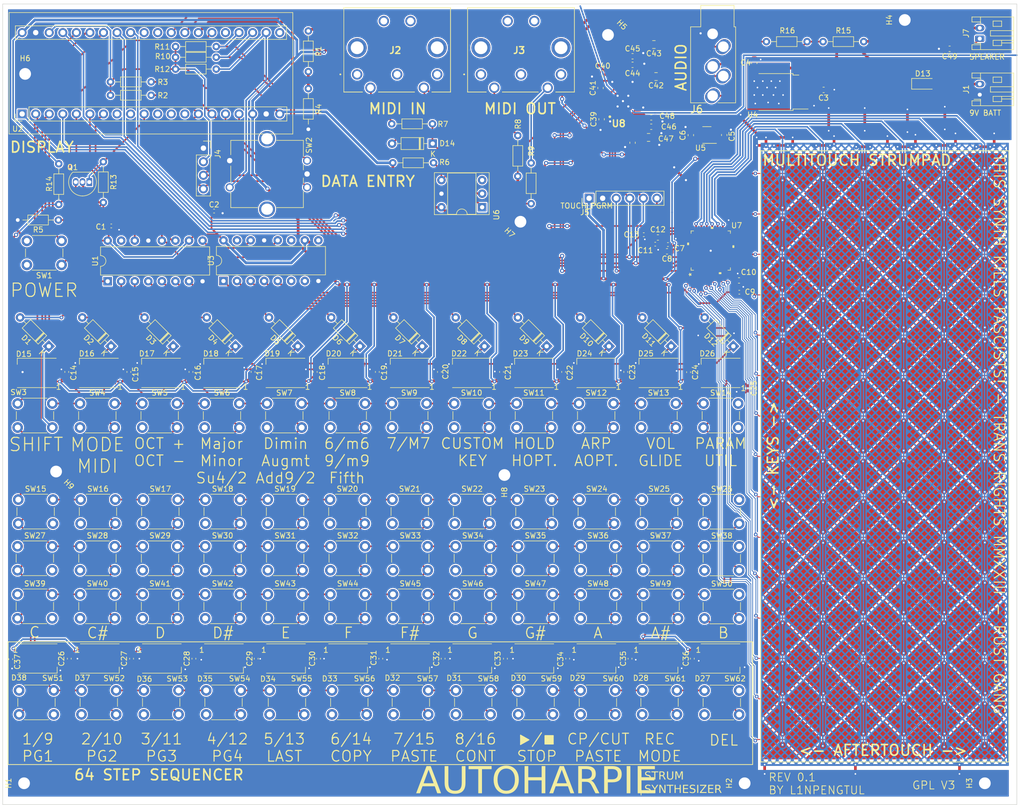
<source format=kicad_pcb>
(kicad_pcb (version 20221018) (generator pcbnew)
  (layers (0 "F.Cu" signal) (31 "B.Cu" signal) (34 "B.Paste" user) (35 "F.Paste" user) (36 "B.SilkS" user "B.Silkscreen") (37 "F.SilkS" user "F.Silkscreen") (38 "B.Mask" user) (39 "F.Mask" user) (44 "Edge.Cuts" user))
  (net 0 "")
  (net 1 "Net-(J7-Pin_1)")
  (net 2 "+3V3")
  (net 3 "+1V8")
  (net 4 "/Controller/FRONT_ROT_SW")
  (net 5 "/Controller/FRONT_ROT_A")
  (net 6 "/Controller/FRONT_ROT_B")
  (net 7 "/Chord & Sequencer/R0")
  (net 8 "/Chord & Sequencer/R1")
  (net 9 "/Chord & Sequencer/R2")
  (net 10 "/Chord & Sequencer/R3")
  (net 11 "/Chord & Sequencer/R4")
  (net 13 "Net-(J2-Pad4)")
  (net 16 "Net-(J3-Pad5)")
  (net 17 "/Keybed/REG")
  (net 18 "/Controller/TOUCH_RESET")
  (net 20 "Net-(J3-Pad4)")
  (net 23 "/I2C_SDA")
  (net 24 "/I2C_SCL")
  (net 25 "/Controller/MIDI_RX")
  (net 26 "/Controller/MIDI_TX")
  (net 27 "/Chord & Sequencer/C0")
  (net 28 "/Chord & Sequencer/C1")
  (net 29 "/Chord & Sequencer/C3")
  (net 30 "/Chord & Sequencer/C4")
  (net 31 "/Chord & Sequencer/C5")
  (net 32 "/Chord & Sequencer/C6")
  (net 33 "/Chord & Sequencer/C7")
  (net 34 "/Chord & Sequencer/C8")
  (net 35 "/Chord & Sequencer/C9")
  (net 36 "/Chord & Sequencer/C10")
  (net 37 "/Chord & Sequencer/C11")
  (net 38 "/Chord & Sequencer/C2")
  (net 39 "/Audio Interface/I2S_DATA_IN")
  (net 40 "/Audio Interface/I2S_SERIAL_CLK")
  (net 41 "/Audio Interface/AUDIO_MASTER_CLK")
  (net 42 "/Audio Interface/I2S_LR_CLK")
  (net 43 "/Controller/A0")
  (net 44 "/Controller/A1")
  (net 45 "/Controller/A2")
  (net 46 "/Controller/A3")
  (net 47 "/Controller/A4")
  (net 48 "Net-(D14-K)")
  (net 49 "/Controller/A5")
  (net 50 "/Controller/A6")
  (net 51 "/Controller/A7")
  (net 52 "/Controller/A8")
  (net 53 "/Controller/A9")
  (net 54 "/Controller/A10")
  (net 55 "/Controller/A11")
  (net 56 "Net-(D14-A)")
  (net 57 "/Chord & Sequencer/LED_DIN")
  (net 58 "/Chord & Sequencer/LEDs/DOUT_R0")
  (net 59 "BATT_SENSE")
  (net 61 "Net-(D13-K)")
  (net 62 "/Keybed/PGRM")
  (net 63 "/Keybed/RDY")
  (net 64 "Net-(J6-PadRN)")
  (net 65 "Net-(J6-PadTN)")
  (net 66 "/Controller/BAT_SENSE")
  (net 67 "/Controller/PWR")
  (net 68 "/Controller/DOUT0")
  (net 69 "/Controller/DATA")
  (net 70 "/Controller/LATCH")
  (net 71 "/Controller/SERIAL")
  (net 75 "/Controller/TOUCH_WAKE")
  (net 82 "/Keybed/TX13")
  (net 83 "/Keybed/TX12")
  (net 84 "/Keybed/TX11")
  (net 85 "/Keybed/TX10")
  (net 86 "/Keybed/TX9")
  (net 87 "/Keybed/TX8")
  (net 88 "/Keybed/TX7")
  (net 89 "/Keybed/TX6")
  (net 90 "/Keybed/TX5")
  (net 91 "/Keybed/TX4")
  (net 92 "/Keybed/TX3")
  (net 93 "/Keybed/TX2")
  (net 94 "/Keybed/TX1")
  (net 95 "/Keybed/TX0")
  (net 96 "/Keybed/RX5")
  (net 97 "/Keybed/RX4")
  (net 98 "/Keybed/RX3")
  (net 99 "/Keybed/RX2")
  (net 100 "/Keybed/RX1")
  (net 101 "/Keybed/RX0")
  (net 102 "/Keybed/TX14")
  (net 103 "Net-(J7-Pin_2)")
  (net 104 "+5V")
  (net 105 "Net-(U7-NRST)")
  (net 106 "Net-(D15-DOUT)")
  (net 107 "Net-(D16-DOUT)")
  (net 108 "Net-(D17-DOUT)")
  (net 109 "Net-(D18-DOUT)")
  (net 110 "Net-(D19-DOUT)")
  (net 111 "Net-(D20-DOUT)")
  (net 112 "Net-(D21-DOUT)")
  (net 113 "Net-(D22-DOUT)")
  (net 114 "Net-(D23-DOUT)")
  (net 115 "Net-(D24-DOUT)")
  (net 116 "Net-(D25-DOUT)")
  (net 117 "/Chord & Sequencer/LEDs/DOUT_R1")
  (net 118 "Net-(D27-DOUT)")
  (net 119 "Net-(D28-DOUT)")
  (net 120 "Net-(D29-DOUT)")
  (net 121 "Net-(D30-DOUT)")
  (net 122 "Net-(D31-DOUT)")
  (net 123 "Net-(D32-DOUT)")
  (net 124 "Net-(D33-DOUT)")
  (net 125 "Net-(D34-DOUT)")
  (net 126 "Net-(D35-DOUT)")
  (net 127 "Net-(D36-DOUT)")
  (net 128 "Net-(D37-DOUT)")
  (net 150 "/Audio Interface/ROUT_AGND")
  (net 151 "/Audio Interface/LOUT_AGND")
  (net 152 "/Audio Interface/PREG")
  (net 153 "/Audio Interface/REF")
  (net 154 "/Audio Interface/REG")
  (net 155 "/Audio Interface/RIGHT")
  (net 156 "/Audio Interface/LEFT")
  (net 157 "/Audio Interface/INT")
  (net 169 "Net-(C42-Pad1)")
  (net 170 "Net-(C43-Pad1)")
  (net 171 "GND")
  (footprint "Diode_THT:D_DO-35_SOD27_P7.62mm_Horizontal" (layer "F.Cu") (at 55.613155 76.123801 135)
    (fp_text reference "D4")
    (fp_text value "1N4148")
  )
  (footprint "MountingHole:MountingHole_2.2mm_M2_DIN965_Pad" (layer "F.Cu") (at 106 100.25)
    (fp_text reference "H8")
    (fp_text value "M2")
  )
  (footprint "Capacitor_SMD:C_0402_1005Metric" (layer "F.Cu") (at 13.5 134.75 -90)
    (fp_text reference "C37")
    (fp_text value "0.1u")
  )
  (footprint "MountingHole:MountingHole_2.2mm_M2_DIN965_Pad" (layer "F.Cu") (at 109 52.8 -45)
    (fp_text reference "H7")
    (fp_text value "M2")
  )
  (footprint "Button_Switch_THT:SW_PUSH_6mm" (layer "F.Cu") (at 143.294913 86.8538)
    (fp_text reference "SW14")
    (fp_text value "SW_Push")
  )
  (footprint "Capacitor_SMD:C_0603_1608Metric" (layer "F.Cu") (at 130 38 -90)
    (fp_text reference "C38" hide)
    (fp_text value "1u")
  )
  (footprint "Button_Switch_THT:SW_PUSH_6mm" (layer "F.Cu") (at 131.617633 86.8538)
    (fp_text reference "SW13")
    (fp_text value "SW_Push")
  )
  (footprint "Button_Switch_THT:SW_PUSH_6mm" (layer "F.Cu") (at 50.120454 140.6)
    (fp_text reference "SW54")
    (fp_text value "SW_Push")
  )
  (footprint "KiCad:SDS50J" (layer "F.Cu") (at 78.4 25.2 180)
    (fp_text reference "J2")
    (fp_text value "DIN-5_180degree" hide)
  )
  (footprint "Capacitor_SMD:C_0603_1608Metric" (layer "F.Cu") (at 130 21.8)
    (fp_text reference "C45")
    (fp_text value "1u")
  )
  (footprint "LED_SMD:LED_WS2812B_PLCC4_5.0x5.0mm_P3.2mm" (layer "F.Cu") (at 65.06818 134.625)
    (fp_text reference "D34")
    (fp_text value "WS2812B")
  )
  (footprint "Capacitor_SMD:C_0402_1005Metric" (layer "F.Cu") (at 51.6 50.8)
    (fp_text reference "C2")
    (fp_text value "0.1u")
  )
  (footprint "Button_Switch_THT:SW_PUSH_6mm" (layer "F.Cu") (at 143.475 140.625)
    (fp_text reference "SW62")
    (fp_text value "SW_Push")
  )
  (footprint "Capacitor_SMD:C_0402_1005Metric" (layer "F.Cu") (at 58.909089 80.9366 90)
    (fp_text reference "C17")
    (fp_text value "0.1u")
  )
  (footprint "Diode_THT:D_DO-35_SOD27_P7.62mm_Horizontal" (layer "F.Cu") (at 90.590425 76.123801 135)
    (fp_text reference "D7")
    (fp_text value "1N4148")
  )
  (footprint "Capacitor_SMD:C_0603_1608Metric" (layer "F.Cu") (at 189.4 20.4 180)
    (fp_text reference "C49")
    (fp_text value "1u")
  )
  (footprint "Button_Switch_THT:SW_PUSH_6mm" (layer "F.Cu") (at 96.834313 113.6)
    (fp_text reference "SW34")
    (fp_text value "SW_Push")
  )
  (footprint "Button_Switch_THT:SW_PUSH_6mm" (layer "F.Cu") (at 49.831816 86.8538)
    (fp_text reference "SW6")
    (fp_text value "SW_Push")
  )
  (footprint "LED_SMD:LED_WS2812B_PLCC4_5.0x5.0mm_P3.2mm" (layer "F.Cu") (at 18.375 81.125 180)
    (fp_text reference "D15")
    (fp_text value "WS2812B")
  )
  (footprint "Capacitor_SMD:C_0402_1005Metric" (layer "F.Cu") (at 141.2 134.6566 -90)
    (fp_text reference "C36")
    (fp_text value "0.1u")
  )
  (footprint "Button_Switch_THT:SW_PUSH_6mm" (layer "F.Cu") (at 96.688959 104.85)
    (fp_text reference "SW22")
    (fp_text value "SW_Push")
  )
  (footprint "LED_SMD:LED_WS2812B_PLCC4_5.0x5.0mm_P3.2mm" (layer "F.Cu") (at 134.84545 134.625)
    (fp_text reference "D28")
    (fp_text value "WS2812B")
  )
  (footprint "Resistor_THT:R_Axial_DIN0204_L3.6mm_D1.6mm_P7.62mm_Horizontal" (layer "F.Cu") (at 30.85 49.185 90)
    (fp_text reference "R13")
    (fp_text value "10k")
  )
  (footprint "LED_SMD:LED_WS2812B_PLCC4_5.0x5.0mm_P3.2mm" (layer "F.Cu") (at 18.55 134.625)
    (fp_text reference "D38")
    (fp_text value "WS2812B")
  )
  (footprint "Resistor_THT:R_Axial_DIN0204_L3.6mm_D1.6mm_P7.62mm_Horizontal" (layer "F.Cu") (at 85.09 41.7566)
    (fp_text reference "R6")
    (fp_text value "470")
  )
  (footprint "Capacitor_SMD:C_0402_1005Metric" (layer "F.Cu") (at 70.545452 80.9366 90)
    (fp_text reference "C18")
    (fp_text value "0.1u")
  )
  (footprint "MountingHole:MountingHole_2.2mm_M2_DIN965_Pad" (layer "F.Cu") (at 22 99.6 135)
    (fp_text reference "H9")
    (fp_text value "M2")
  )
  (footprint "Capacitor_SMD:C_0402_1005Metric" (layer "F.Cu") (at 93.818178 80.9366 90)
    (fp_text reference "C20")
    (fp_text value "0.1u")
  )
  (footprint "Capacitor_SMD:C_0603_1608Metric" (layer "F.Cu") (at 124.2 33.6 -90)
    (fp_text reference "C39")
    (fp_text value "1u")
  )
  (footprint "Button_Switch_THT:SW_PUSH_6mm" (layer "F.Cu") (at 14.8 86.8538)
    (fp_text reference "SW3")
    (fp_text value "SW_Push")
  )
  (footprint "Resistor_THT:R_Axial_DIN0204_L3.6mm_D1.6mm_P7.62mm_Horizontal" (layer "F.Cu") (at 22.435 52.475 180)
    (fp_text reference "R5")
    (fp_text value "4.7k")
  )
  (footprint "MountingHole:MountingHole_2.2mm_M2_DIN965_Pad" (layer "F.Cu") (at 151 158 90)
    (fp_text reference "H2")
    (fp_text value "M2")
  )
  (footprint "LED_SMD:LED_WS2812B_PLCC4_5.0x5.0mm_P3.2mm" (layer "F.Cu") (at 123.215905 134.625)
    (fp_text reference "D29")
    (fp_text value "WS2812B")
  )
  (footprint "Rotary_Encoder:RotaryEncoder_Bourns_Vertical_PEC12R-3xxxF-Sxxxx" (layer "F.Cu") (at 69.025 46.35 180)
    (fp_text reference "SW2")
    (fp_text value "RotaryEncoder_Switch")
  )
  (footprint "Capacitor_SMD:C_0402_1005Metric" (layer "F.Cu") (at 105.454541 80.9366 90)
    (fp_text reference "C21")
    (fp_text value "0.1u")
  )
  (footprint "Capacitor_SMD:C_0402_1005Metric" (layer "F.Cu") (at 106.181816 134.6566 -90)
    (fp_text reference "C33")
    (fp_text value "0.1u")
  )
  (footprint "Capacitor_SMD:C_0402_1005Metric" (layer "F.Cu") (at 59.490908 134.6566 -90)
    (fp_text reference "C29")
    (fp_text value "0.1u")
  )
  (footprint "Button_Switch_THT:SW_PUSH_6mm" (layer "F.Cu") (at 38.438636 140.6)
    (fp_text reference "SW53")
    (fp_text value "SW_Push")
  )
  (footprint "Button_Switch_THT:SW_PUSH_6mm" (layer "F.Cu") (at 120.279865 122.6)
    (fp_text reference "SW48")
    (fp_text value "SW_Push")
  )
  (footprint "Button_Switch_THT:SW_PUSH_6mm" (layer "F.Cu") (at 38.154544 86.8538)
    (fp_text reference "SW5")
    (fp_text value "SW_Push")
  )
  (footprint "Diode_THT:D_DO-35_SOD27_P7.62mm_Horizontal" (layer "F.Cu") (at 20.635885 76.123801 135)
    (fp_text reference "D1")
    (fp_text value "1N4148")
  )
  (footprint "Button_Switch_THT:SW_PUSH_6mm" (layer "F.Cu") (at 85.219355 140.6)
    (fp_text reference "SW57")
    (fp_text value "SW_Push")
  )
  (footprint "Capacitor_SMD:C_0603_1608Metric" (layer "F.Cu") (at 149.95 63.8)
    (fp_text reference "C10")
    (fp_text value "1u")
  )
  (footprint "Button_Switch_THT:SW_PUSH_6mm" (layer "F.Cu") (at 15.075 140.6)
    (fp_text reference "SW51")
    (fp_text value "SW_Push")
  )
  (footprint "Button_Switch_THT:SW_PUSH_6mm" (layer "F.Cu") (at 108.557072 113.6)
    (fp_text reference "SW35")
    (fp_text value "SW_Push")
  )
  (footprint "Button_Switch_THT:SW_PUSH_6mm" (layer "F.Cu") (at 120.264809 140.6)
    (fp_text reference "SW60")
    (fp_text value "SW_Push")
  )
  (footprint "Diode_THT:D_DO-35_SOD27_P7.62mm_Horizontal" (layer "F.Cu") (at 78.931335 76.123801 135)
    (fp_text reference "D6")
    (fp_text value "1N4148")
  )
  (footprint "Diode_THT:D_DO-35_SOD27_P7.62mm_Horizontal" (layer "F.Cu") (at 92.56 38.1566 180)
    (fp_text reference "D14")
    (fp_text value "1N4148")
  )
  (footprint "Diode_THT:D_DO-35_SOD27_P7.62mm_Horizontal" (layer "F.Cu") (at 113.908605 76.123801 135)
    (fp_text reference "D9")
    (fp_text value "1N4148")
  )
  (footprint "Button_Switch_THT:SW_PUSH_6mm" (layer "F.Cu") (at 85.007141 104.85)
    (fp_text reference "SW21")
    (fp_text value "SW_Push")
  )
  (footprint "Button_Switch_THT:SW_PUSH_6mm" (layer "F.Cu") (at 96.834411 122.6)
    (fp_text reference "SW46")
    (fp_text value "SW_Push")
  )
  (footprint "Capacitor_SMD:C_0805_2012Metric" (layer "F.Cu") (at 134 19.6 180)
    (fp_text reference "C43")
    (fp_text value "220u")
  )
  (footprint "MountingHole:MountingHole_2.2mm_M2_DIN965_Pad" (layer "F.Cu") (at 196 158 90)
    (fp_text reference "H3")
    (fp_text value "M2")
  )
  (footprint "Button_Switch_THT:SW_PUSH_6mm" (layer "F.Cu") (at 143.475 104.875)
    (fp_text reference "SW26")
    (fp_text value "SW_Push")
  )
  (footprint "Button_Switch_THT:SW_PUSH_6mm" (layer "F.Cu") (at 85.111684 122.6)
    (fp_text reference "SW45")
    (fp_text value "SW_Push")
  )
  (footprint "Button_Switch_THT:SW_PUSH_6mm" (layer "F.Cu") (at 26.497759 113.6)
    (fp_text reference "SW28")
    (fp_text value "SW_Push")
  )
  (footprint "Resistor_THT:R_Axial_DIN0204_L3.6mm_D1.6mm_P7.62mm_Horizontal" (layer "F.Cu") (at 111 41.79 -90)
    (fp_text reference "R9")
    (fp_text value "10")
  )
  (footprint "Capacitor_SMD:C_0603_1608Metric" (layer "F.Cu") (at 130 23.4)
    (fp_text reference "C44")
    (fp_text value "1u")
  )
  (footprint "Footprints:YAAJ_WeAct_BlackPill_2" (layer "F.Cu") (at 15.64 32.6038 90)
    (fp_text reference "U2")
    (fp_text value "YAAJ_WeAct_BlackPill_Part_Like" hide)
  )
  (footprint "Resistor_THT:R_Axial_DIN0204_L3.6mm_D1.6mm_P7.62mm_Horizontal" (layer "F.Cu") (at 32.19 26.6)
    (fp_text reference "R3")
    (fp_text value "4.7k")
  )
  (footprint "Capacitor_SMD:C_0603_1608Metric" (layer "F.Cu") (at 133.5 33.25)
    (fp_text reference "C48")
    (fp_text value "1u")
  )
  (footprint "Button_Switch_THT:SW_PUSH_6mm" (layer "F.Cu") (at 84.917079 86.8538)
    (fp_text reference "SW9")
    (fp_text value "SW_Push")
  )
  (footprint "Button_Switch_THT:SW_PUSH_6mm" (layer "F.Cu") (at 143.475 122.625)
    (fp_text reference "SW50")
    (fp_text value "SW_Push")
  )
  (footprint "Resistor_THT:R_Axial_DIN0204_L3.6mm_D1.6mm_P7.62mm_Horizontal" (layer "F.Cu") (at 44.38 19.98)
    (fp_text reference "R11")
    (fp_text value "10k")
  )
  (footprint "Capacitor_SMD:C_0402_1005Metric" (layer "F.Cu") (at 94.509089 134.6566 -90)
    (fp_text reference "C32")
    (fp_text value "0.1u")
  )
  (footprint "LED_SMD:LED_WS2812B_PLCC4_5.0x5.0mm_P3.2mm" (layer "F.Cu") (at 111.556816 81.125 180)
    (fp_text reference "D23")
    (fp_text value "WS2812B")
  )
  (footprint "Diode_THT:D_DO-35_SOD27_P7.62mm_Horizontal" (layer "F.Cu") (at 102.249515 76.123801 135)
    (fp_text reference "D8")
    (fp_text value "1N4148")
  )
  (footprint "Capacitor_SMD:C_0402_1005Metric" (layer "F.Cu") (at 128.727267 80.9366 90)
    (fp_text reference "C23")
    (fp_text value "0.1u" hide)
  )
  (footprint "Button_Switch_THT:SW_PUSH_6mm" (layer "F.Cu") (at 38.220776 122.6)
    (fp_text reference "SW41")
    (fp_text value "SW_Push")
  )
  (footprint "Capacitor_SMD:C_0402_1005Metric" (layer "F.Cu") (at 47.818181 134.6566 -90)
    (fp_text reference "C28")
    (fp_text value "0.1u")
  )
  (footprint "footprints5:IQS550-BL-QNR" (layer "F.Cu") (at 144.649999 58.200001 90)
    (fp_text reference "U7")
    (fp_text value "IQS550-BL-QNR" hide)
  )
  (footprint "Button_Switch_THT:SW_PUSH_6mm" (layer "F.Cu") (at 108.557138 122.6)
    (fp_text reference "SW47")
    (fp_text value "SW_Push")
  )
  (footprint "Button_Switch_THT:SW_PUSH_6mm" (layer "F.Cu") (at 108.582991 140.6)
    (fp_text reference "SW59")
    (fp_text value "SW_Push")
  )
  (footprint "Button_Switch_THT:SW_PUSH_6mm" (layer "F.Cu") (at 14.775 113.6)
    (fp_text reference "SW27")
    (fp_text value "SW_Push")
  )
  (footprint "Button_Switch_THT:SW_PUSH_6mm" (layer "F.Cu") (at 38.279869 104.85)
    (fp_text reference "SW17")
    (fp_text value "SW_Push")
  )
  (footprint "Resistor_THT:R_Axial_DIN0204_L3.6mm_D1.6mm_P7.62mm_Horizontal" (layer "F.Cu") (at 44.38 21.98)
    (fp_text reference "R10")
    (fp_text value "10k")
  )
  (footprint "Capacitor_SMD:C_0402_1005Metric" (layer "F.Cu") (at 32.34 53.5838)
    (fp_text reference "C1")
    (fp_text value "0.1u")
  )
  (footprint "Connector_PinSocket_2.54mm:PinSocket_1x04_P2.54mm_Vertical" (layer "F.Cu") (at 49.6 39.0166)
    (fp_text reference "J4")
    (fp_text value "Conn_01x04_Socket")
  )
  (footprint "Button_Switch_THT:SW_PUSH_6mm" (layer "F.Cu") (at 26.598051 104.85)
    (fp_text reference "SW16")
    (fp_text value "SW_Push")
  )
  (footprint "LED_SMD:LED_WS2812B_PLCC4_5.0x5.0mm_P3.2mm" (layer "F.Cu") (at 64.965908 81.125 180)
    (fp_text reference "D19")
    (fp_text value "WS2812B")
  )
  (footprint "Capacitor_SMD:C_0805_2012Metric" (layer "F.Cu") (at 133 37)
    (fp_text reference "C47")
    (fp_text value "2.2u")
  )
  (footprint "Button_Switch_THT:SW_PUSH_6mm" (layer "F.Cu") (at 73.386714 86.8538)
    (fp_text reference "SW8")
    (fp_text value "SW_Push")
  )
  (footprint "Button_Switch_THT:SW_PUSH_6mm" (layer "F.Cu") (at 61.666036 113.6)
    (fp_text reference "SW31")
    (fp_text value "SW_Push")
  )
  (footprint "Capacitor_SMD:C_0402_1005Metric" (layer "F.Cu") (at 140.5 80.98 90)
    (fp_text reference "C24")
    (fp_text value "0.1u")
  )
  (footprint "Connector_Audio:Jack_3.5mm_CUI_SJ1-3535NG_Horizontal_CircularHoles" (layer "F.Cu") (at 145 17.6)
    (fp_text reference "J6")
    (fp_text value "AudioJack3_SwitchTR")
  )
  (footprint "Diode_THT:D_DO-35_SOD27_P7.62mm_Horizontal" (layer "F.Cu") (at 43.954065 76.123801 135)
    (fp_text reference "D3")
    (fp_text value "1N4148")
  )
  (footprint "LED_SMD:LED_WS2812B_PLCC4_5.0x5.0mm_P3.2mm" (layer "F.Cu") (at 123.204543 81.125 180)
    (fp_text reference "D24")
    (fp_text value "WS2812B")
  )
  (footprint "Button_Switch_THT:SW_PUSH_6mm" (layer "F.Cu") (at 49.943277 113.6)
    (fp_text reference "SW30")
    (fp_text value "SW_Push")
  )
  (footprint "Resistor_THT:R_Axial_DIN0204_L3.6mm_D1.6mm_P7.62mm_Horizontal" (layer "F.Cu") (at 162.7 19.0566 180)
    (fp_text reference "R16")
    (fp_text value "1k")
  )
  (footprint "Button_Switch_THT:SW_PUSH_6mm" (layer "F.Cu") (at 108.275 86.85)
    (fp_text reference "SW11")
    (fp_text value "SW_Push")
  )
  (footprint "Button_Switch_THT:SW_PUSH_6mm" (layer "F.Cu") (at 85.111554 113.6)
    (fp_text reference "SW33")
    (fp_text value "SW_Push")
  )
  (footprint "Button_Switch_THT:SW_PUSH_6mm" (layer "F.Cu") (at 131.734415 104.85)
    (fp_text reference "SW25")
    (fp_text value "SW_Push")
  )
  (footprint "Package_TO_SOT_SMD:TO-252-2" (layer "F.Cu") (at 156.76 28.5 180)
    (fp_text reference "U4")
    (fp_text value "NCP1117-5.0_TO252")
  )
  (footprint "max:QFN50P500X500X80-33N" (layer "F.Cu") (at 128.25 30.25 90)
    (fp_text reference "U8")
    (fp_text value "MAX9867ETJ+T" hide)
  )
  (footprint "Resistor_THT:R_Axial_DIN0204_L3.6mm_D1.6mm_P7.62mm_Horizontal" (layer "F.Cu") (at 32.19 29.1)
    (fp_text reference "R2")
    (fp_text value "4.7k")
  )
  (footprint "Button_Switch_THT:SW_PUSH_6mm" (layer "F.Cu") (at 96.594351 86.8538)
    (fp_text reference "SW10")
    (fp_text value "SW_Push")
  )
  (footprint "Button_Switch_THT:SW_PUSH_6mm" (layer "F.Cu") (at 23.025 60.875 180)
    (fp_text reference "SW1")
    (fp_text value "SW_Push")
  )
  (footprint "Capacitor_SMD:C_0603_1608Metric" (layer "F.Cu") (at 124 27.75 90)
    (fp_text reference "C41")
    (fp_text value "1u")
  )
  (footprint "Capacitor_SMD:C_0402_1005Metric" (layer "F.Cu") (at 35.636363 80.9366 90)
    (fp_text reference "C15")
    (fp_text value "0.1u")
  )
  (footprint "Package_TO_SOT_THT:TO-92_Inline" (layer "F.Cu") (at 28.22 45.365 180)
    (fp_text reference "Q1")
    (fp_text value "2N7000")
  )
  (footprint "Button_Switch_THT:SW_PUSH_6mm" (layer "F.Cu") (at 120.279831 113.6)
    (fp_text reference "SW36")
    (fp_text value "SW_Push")
  )
  (footprint "Capacitor_SMD:C_0402_1005Metric" (layer "F.Cu") (at 24.472727 134.6566 -90)
    (fp_text reference "C26")
    (fp_text value "0.1u")
  )
  (footprint "Connector_JST:JST_PH_S2B-PH-K_1x02_P2.00mm_Horizontal" (layer "F.Cu") (at 195.05 18.5 90)
    (fp_text reference "J7")
    (fp_text value "Conn_01x02_Pin")
  )
  (footprint "LED_SMD:LED_WS2812B_PLCC4_5.0x5.0mm_P3.2mm" (layer "F.Cu") (at 53.318181 81.125 180)
    (fp_text reference "D18")
    (fp_text value "WS2812B")
  )
  (footprint "Button_Switch_THT:SW_PUSH_6mm" (layer "F.Cu") (at 73.325323 104.85)
    (fp_text reference "SW20")
    (fp_text value "SW_Push")
  )
  (footprint "Capacitor_SMD:C_0402_1005Metric" (layer "F.Cu") (at 82.181815 80.9366 90)
    (fp_text reference "C19")
    (fp_text value "0.1u")
  )
  (footprint "Button_Switch_THT:SW_PUSH_6mm" (layer "F.Cu") (at 73.684444 140.6)
    (fp_text reference "SW56")
    (fp_text value "SW_Push")
  )
  (footprint "LED_SMD:LED_WS2812B_PLCC4_5.0x5.0mm_P3.2mm" (layer "F.Cu") (at 111.58636 134.625)
    (fp_text reference "D30")
    (fp_text value "WS2812B")
  )
  (footprint "Capacitor_SMD:C_0402_1005Metric" (layer "F.Cu") (at 47.272726 80.9366 90)
    (fp_text reference "C16")
    (fp_text value "0.1u")
  )
  (footprint "Capacitor_SMD:C_0402_1005Metric" (layer "F.Cu") (at 36.145454 134.6566 -90)
    (fp_text reference "C27")
    (fp_text value "0.1u")
  )
  (footprint "Button_Switch_THT:SW_PUSH_6mm" (layer "F.Cu") (at 96.901173 140.6)
    (fp_text reference "SW58")
    (fp_text value "SW_Push")
  )
  (footprint "Capacitor_SMD:C_0402_1005Metric" (layer "F.Cu") (at 71.163635 134.6566 -90)
    (fp_text reference "C30")
    (fp_text value "0.1u")
  )
  (footprint "Capacitor_SMD:C_0402_1005Metric" (layer "F.Cu") (at 117.090904 80.9366 90)
    (fp_text reference "C22")
    (fp_text value "0.1u")
  )
  (footprint "LED_SMD:LED_WS2812B_PLCC4_5.0x5.0mm_P3.2mm" (layer "F.Cu") (at 146.5 81.125 180)
    (fp_text reference "D26")
    (fp_text value "WS2812B")
  )
  (footprint "Capacitor_SMD:C_0603_1608Metric" (layer "F.Cu") (at 165.8 28.1)
    (fp_text reference "C3")
    (fp_text value "1u" hide)
  )
  (footprint "Capacitor_SMD:C_0603_1608Metric" (layer "F.Cu") (at 147.175 36.55 90)
    (fp_text reference "C5")
    (fp_text value "1u")
  )
  (footprint "Resistor_THT:R_Axial_DIN0204_L3.6mm_D1.6mm_P7.62mm_Horizontal" (layer "F.Cu") (at 84.89 34.4566)
    (fp_text reference "R7")
    (fp_text value "220")
  )
  (footprint "Capacitor_SMD:C_0603_1608Metric" (layer "F.Cu") (at 124.4 25 180)
    (fp_text reference "C40")
    (fp_text value "1u")
  )
  (footprint "LED_SMD:LED_WS2812B_PLCC4_5.0x5.0mm_P3.2mm" (layer "F.Cu") (at 88.32727 134.625)
    (fp_text reference "D32")
    (fp_text value "WS2812B")
  )
  (footprint "Capacitor_SMD:C_0402_1005Metric" (layer "F.Cu") (at 117.854543 134.6566 -90)
    (fp_text reference "C34")
    (fp_text value "0.1u")
  )
  (footprint "LED_SMD:LED_WS2812B_PLCC4_5.0x5.0mm_P3.2mm" (layer "F.Cu") (at 134.85227 81.125 180)
    (fp_text reference "D25")
    (fp_text value "WS2812B")
  )
  (footprint "Resistor_THT:R_Axial_DIN0204_L3.6mm_D1.6mm_P7.62mm_Horizontal" (layer "F.Cu") (at 44.38 24.2)
    (fp_text reference "R12")
    (fp_text value "10k")
  )
  (footprint "Capacitor_SMD:C_0402_1005Metric" (layer "F.Cu") (at 129.52727 134.6566 -90)
    (fp_text reference "C35")
    (fp_text value "0.1u")
  )
  (footprint "Resistor_THT:R_Axial_DIN0204_L3.6mm_D1.6mm_P7.62mm_Horizontal" (layer "F.Cu") (at 69.26 17.0566 -90)
    (fp_text reference "R1")
    (fp_text value "20k")
  )
  (footprint "LED_SMD:LED_WS2812B_PLCC4_5.0x5.0mm_P3.2mm" (layer "F.Cu") (at 53.438635 134.625)
    (fp_text reference "D35")
    (fp_text value "WS2812B")
  )
  (footprint "Button_Switch_THT:SW_PUSH_6mm" (layer "F.Cu") (at 49.961687 104.85)
    (fp_text reference "SW18")
    (fp_text value "SW_Push")
  )
  (footprint "Button_Switch_THT:SW_PUSH_6mm" (layer "F.Cu") (at 61.643505 104.85)
    (fp_text reference "SW19")
    (fp_text value "SW_Push")
  )
  (footprint "LED_SMD:LED_WS2812B_PLCC4_5.0x5.0mm_P3.2mm" (layer "F.Cu") (at 41.670454 81.125 180)
    (fp_text reference "D17")
    (fp_text value "WS2812B")
  )
  (footprint "Button_Switch_THT:SW_PUSH_6mm" (layer "F.Cu") (at 108.370777 104.85)
    (fp_text reference "SW23")
    (fp_text value "SW_Push")
  )
  (footprint "Resistor_THT:R_Axial_DIN0204_L3.6mm_D1.6mm_P7.62mm_Horizontal" (layer "F.Cu") (at 69.26 27.8538 -90)
    (fp_text reference "R4")
    (fp_text value "10k")
  )
  (footprint "Diode_THT:D_DO-35_SOD27_P7.62mm_Horizontal" (layer "F.Cu") (at 67.272245 76.123801 135)
    (fp_text reference "D5")
    (fp_text value "1N4148")
  )
  (footprint "Button_Switch_THT:SW_PUSH_6mm" (layer "F.Cu") (at 119.940361 86.8538)
    (fp_text reference "SW12")
    (fp_text value "SW_Push")
  )
  (footprint "Connector_PinHeader_2.54mm:PinHeader_1x06_P2.54mm_Vertical" (layer "F.Cu") (at 121.86 48.4 90)
    (fp_text reference "J5")
    (fp_text value "Conn_01x06_Pin")
  )
  (footprint "Button_Switch_THT:SW_PUSH_6mm" (layer "F.Cu") (at 14.775322 122.6)
    (fp_text reference "SW39")
    (fp_text value "SW_Push")
  )
  (footprint "Button_Switch_THT:SW_PUSH_6mm" (layer "F.Cu") (at 38.220518 113.6)
    (fp_text reference "SW29")
    (fp_text value "SW_Push")
  )
  (footprint "Diode_THT:D_DO-35_SOD27_P7.62mm_Horizontal" (layer "F.Cu") (at 148.885885 76.123801 135)
    (fp_text reference "D12")
    (fp_text value "1N4148")
  )
  (footprint "Button_Switch_THT:SW_PUSH_6mm" (layer "F.Cu") (at 73.388795 113.6)
    (fp_text reference "SW32")
    (fp_text value "SW_Push")
  )
  (footprint "MountingHole:MountingHole_2.2mm_M2_DIN965_Pad" (layer "F.Cu") (at 125.4 17.8)
    (fp_text reference "H5")
    (fp_text value "M2")
  )
  (footprint "Button_Switch_THT:SW_PUSH_6mm" (layer "F.Cu") (at 61.509088 86.8538)
    (fp_text reference "SW7")
    (fp_text value "SW_Push")
  )
  (footprint "Diode_SMD:D_SOD-123F" (layer "F.Cu") (at 184.5 26.9566)
    (fp_text reference "D13")
    (fp_text value "PMEG2010AEH")
  )
  (footprint "Capacitor_SMD:C_0402_1005Metric" (layer "F.Cu") (at 132.1 55.225)
    (fp_text reference "C13")
    (fp_text value "0.1u")
  )
  (footprint "Diode_THT:D_DO-35_SOD27_P7.62mm_Horizontal" (layer "F.Cu") (at 32.294975 76.123801 135)
    (fp_text reference "D2")
    (fp_text value "1N4148" hide)
  )
  (footprint "Capacitor_SMD:C_0402_1005Metric" (layer "F.Cu") (at 24 80.9366 90)
    (fp_text reference "C14")
    (fp_text value "0.1u" hide)
  )
  (footprint "Capacitor_SMD:C_0603_1608Metric" (layer "F.Cu") (at 133.5 35)
    (fp_text reference "C46")
    (fp_text value "1u")
  )
  (footprint "Resistor_THT:R_Axial_DIN0204_L3.6mm_D1.6mm_P7.62mm_Horizontal" (layer "F.Cu") (at 22.5 41.94 -90)
    (fp_text reference "R14")
    (fp_text value "10k")
  )
  (footprint "Button_Switch_THT:SW_PUSH_6mm" (layer "F.Cu") (at 49.943503 122.6)
    (fp_text reference "SW42")
    (fp_text value "SW_Push")
  )
  (footprint "Package_TO_SOT_SMD:SOT-23-5" (layer "F.Cu") (at 143.925 36.55 180)
    (fp_text reference "U5")
    (fp_text value "AP2112K-1.8")
  )
  (footprint "Package_DIP:DIP-16_W7.62mm" (layer "F.Cu") (at 31.66 63.9538 90)
    (fp_text reference "U1")
    (fp_text value "74HC595")
  )
  (footprint "LED_SMD:LED_WS2812B_PLCC4_5.0x5.0mm_P3.2mm" (layer "F.Cu") (at 99.909089 81.125 180)
    (fp_text reference "D22")
    (fp_text value "WS2812B")
  )
  (footprint "LED_SMD:LED_WS2812B_PLCC4_5.0x5.0mm_P3.2mm" (layer "F.Cu") (at 99.956815 134.625)
    (fp_text reference "D31")
    (fp_text value "WS2812B")
  )
  (footprint "Button_Switch_THT:SW_PUSH_6mm" (layer "F.Cu") (at 14.916233 104.85)
    (fp_text reference "SW15")
    (fp_text value "SW_Push")
  )
  (footprint "Button_Switch_THT:SW_PUSH_6mm" (layer "F.Cu") (at 26.498049 122.6)
    (fp_text reference "SW40")
    (fp_text value "SW_Push")
  )
  (footprint "LED_SMD:LED_WS2812B_PLCC4_5.0x5.0mm_P3.2mm" (layer "F.Cu") (at 76.613635 81.125 180)
    (fp_text reference "D20")
    (fp_text value "WS2812B")
  )
  (footprint "LED_SMD:LED_WS2812B_PLCC4_5.0x5.0mm_P3.2mm" (layer "F.Cu") (at 88.261362 81.125 180)
    (fp_text reference "D21")
    (fp_text value "WS2812B")
  )
  (footprint "LED_SMD:LED_WS2812B_PLCC4_5.0x5.0mm_P3.2mm" (layer "F.Cu") (at 41.80909 134.625)
    (fp_text reference "D36")
    (fp_text value "WS2812B")
  )
  (footprint "MountingHole:MountingHole_2.2mm_M2_DIN965_Pad" (layer "F.Cu") (at 181 15 90)
    (fp_text reference "H4")
    (fp_text value "M2")
  )
  (footprint "Button_Switch_THT:SW_PUSH_6mm" (layer "F.Cu") (at 26.756818 140.6)
    (fp_text reference "SW52")
    (fp_text value "SW_Push")
  )
  (footprint "Connector_JST:JST_PH_S2B-PH-K_1x02_P2.00mm_Horizontal" (layer "F.Cu") (at 195.05 29 90)
    (fp_text reference "J1")
    (fp_text value "Conn_01x02_Pin")
  )
  (footprint "Package_DIP:DIP-16_W7.62mm" (layer "F.Cu") (at 53.36 63.9038 90)
    (fp_text reference "U3")
    (fp_text value "74HC595")
  )
  (footprint "Diode_THT:D_DO-35_SOD27_P7.62mm_Horizontal" (layer "F.Cu") (at 137.226785 76.123801 135)
    (fp_text reference "D11")
    (fp_text value "1N4148")
  )
  (footprint "KiCad:SDS50J" (layer "F.Cu") (at 101.6 25.2 180)
    (fp_text reference "J3")
    (fp_text value "DIN-5_180degree" hide)
  )
  (footprint "Capacitor_SMD:C_0603_1608Metric" (layer "F.Cu") (at 140.925 36.575 90)
    (fp_text reference "C6")
    (fp_text value "1u")
  )
  (footprint "Button_Switch_THT:SW_PUSH_6mm" (layer "F.Cu") (at 61.66623 122.6)
    (fp_text reference "SW43")
    (fp_text value "SW_Push")
  )
  (footprint "Capacitor_SMD:C_0402_1005Metric" (layer "F.Cu") (at 82.836362 134.6566 -90)
    (fp_text reference "C31")
    (fp_text value "0.1u")
  )
  (footprint "Button_Switch_THT:SW_PUSH_6mm" (layer "F.Cu") (at 73.388957 122.6)
    (fp_text reference "SW44")
    (fp_text value "SW_Push")
  )
  (footprint "Button_Switch_THT:SW_PUSH_6mm" (layer "F.Cu") (at 143.475 113.625)
    (fp_text reference "SW38")
    (fp_text value "SW_Push")
  )
  (footprint "Resistor_THT:R_Axial_DIN0204_L3.6mm_D1.6mm_P7.62mm_Horizontal" (layer "F.Cu") (at 108.5 44.2666 90)
    (fp_text reference "R8")
    (fp_text value "33")
  )
  (footprint "Capacitor_SMD:C_0402_1005Metric" (layer "F.Cu") (at 150 66)
    (fp_text reference "C9")
    (fp_text value "0.1u")
  )
  (footprint "Capacitor_SMD:C_0603_1608Metric" (layer "F.Cu") (at 134.75 55.75 180)
    (fp_text reference "C12")
    (fp_text value "1u")
  )
  (footprint "Capacitor_SMD:C_0603_1608Metric" (layer "F.Cu") (at 136.45 58.35 180)
    (fp_text reference "C8")
    (fp_text value "1u")
  )
  (footprint "Button_Switch_THT:SW_PUSH_6mm" (layer "F.Cu") (at 26.477272 86.8538)
    (fp_text reference "SW4")
    (fp_text value "SW_Push")
  )
  (footprint "Resistor_THT:R_Axial_DIN0204_L3.6mm_D1.6mm_P7.62mm_Horizontal" (layer "F.Cu") (at 173.31 19.0566 180)
    (fp_text reference "R15")
    (fp_text value "1k")
  )
  (footprint "Capacitor_SMD:C_0402_1005Metric" (layer "F.Cu") (at 136.625 57.075 180)
    (fp_text reference "C7")
    (fp_text value "0.1u")
  )
  (footprint "LED_SMD:LED_WS2812B_PLCC4_5.0x5.0mm_P3.2mm" (layer "F.Cu") (at 30.022727 81.125 180)
    (fp_text reference "D16")
    (fp_text value "WS2812B")
  )
  (footprint "Package_DIP:DIP-6_W7.62mm_Socket" (layer "F.Cu") (at 101.82 50.08 180)
    (fp_text reference "U6")
    (fp_text value "H11L1")
  )
  (footprint "Button_Switch_THT:SW_PUSH_6mm" (layer "F.Cu") (at 132.002595 113.6)
    (fp_text reference "SW37")
    (fp_text value "SW_Push")
  )
  (footprint "Button_Switch_THT:SW_PUSH_6mm" (layer "F.Cu") (at 131.808536 140.6)
    (fp_text reference "SW61")
    (fp_text value "SW_Push")
  )
  (footprint "Capacitor_SMD:C_0402_1005Metric" (layer "F.Cu") (at 151.5 84 -90)
    (fp_text reference "C25")
    (fp_text value "0.1u")
  )
  (footprint "Button_Switch_THT:SW_PUSH_6mm" (layer "F.Cu") (at 120.052595 104.85)
    (fp_text reference "SW24")
    (fp_text value "SW_Push")
  )
  (footprint "MountingHole:MountingHole_2.2mm_M2_DIN965_Pad" (layer "F.Cu") (at 16 158 90)
    (fp_text reference "H1")
    (fp_text value "M2")
  )
  (footprint "LED_SMD:LED_WS2812B_PLCC4_5.0x5.0mm_P3.2mm" (layer "F.Cu") (at 30.179545 134.625)
    (fp_text reference "D37")
    (fp_text value "WS2812B" hide)
  )
  (footprint "Capacitor_SMD:C_0402_1005Metric" (layer "F.Cu") (at 134.25 57 180)
    (fp_text reference "C11")
    (fp_text value "0.1u")
  )
  (footprint "Button_Switch_THT:SW_PUSH_6mm" (layer "F.Cu") (at 62.002626 140.6)
    (fp_text reference "SW55")
    (fp_text value "SW_Push")
  )
  (footprint "MountingHole:MountingHole_2.2mm_M2_DIN965_Pad" (layer "F.Cu") (at 16.2 25.1)
    (fp_text reference "H6")
    (fp_text value "M2")
  )
  (footprint "Capacitor_SMD:C_0603_1608Metric" (layer "F.Cu") (at 152.8 23.0566 90)
    (fp_text reference "C4")
    (fp_text value "1u")
  )
  (footprint "Diode_THT:D_DO-35_SOD27_P7.62mm_Horizontal" (layer "F.Cu") (at 125.567695 76.123801 135)
    (fp_text reference "D10")
    (fp_text value "1N4148")
  )
  (footprint "Button_Switch_THT:SW_PUSH_6mm" (layer "F.Cu") (at 132.002595 122.6)
    (fp_text reference "SW49")
    (fp_text value "SW_Push" hide)
  )
  (footprint "LED_SMD:LED_WS2812B_PLCC4_5.0x5.0mm_P3.2mm" (layer "F.Cu") (at 76.697725 134.625)
    (fp_text reference "D33")
    (fp_text value "WS2812B")
  )
  (footprint "LED_SMD:LED_WS2812B_PLCC4_5.0x5.0mm_P3.2mm" (layer "F.Cu") (at 146.475 134.625)
    (fp_text reference "D27")
    (fp_text value "WS2812B")
  )
  (footprint "Capacitor_SMD:C_0805_2012Metric" (layer "F.Cu") (at 134.4 25.6 180)
    (fp_text reference "C42")
    (fp_text value "220u")
  )
  (gr_line (start 149.4 32.4) (end 150.8 31.2) (stroke (width 0.3)) (layer "B.Cu"))
  (gr_line (start 130 32) (end 130.4 32.4) (stroke (width 0.3)) (layer "B.Cu"))
  (gr_line (start 130.4 32.4) (end 134.2 32.4) (stroke (width 0.3)) (layer "B.Cu"))
  (gr_line (start 150.8 21.6) (end 202 21.6) (stroke (width 0.3)) (layer "B.Cu"))
  (gr_line (start 125.2 27.2) (end 126.6 28.6) (stroke (width 0.3)) (layer "B.Cu"))
  (gr_line (start 120.2 12.4) (end 125.2 27.2) (stroke (width 0.3)) (layer "B.Cu"))
  (gr_line (start 150.8 31.2) (end 150.8 21.6) (stroke (width 0.3)) (layer "B.Cu"))
  (gr_line (start 134.2 32.4) (end 149.4 32.4) (stroke (width 0.3)) (layer "B.Cu"))
  (gr_rect (start 13 131.5) (end 152.5 154.5) (stroke (width 0.15)) (fill none) (layer "F.SilkS"))
  (gr_rect (start 154 39.5) (end 200.5 154) (stroke (width 0.15)) (fill none) (layer "F.SilkS"))
  (gr_line (start 131.6 155.8) (end 131.6 160.2) (stroke (width 0.15)) (layer "F.SilkS"))
  (gr_rect (start 12 12) (end 202 162) (stroke (width 0.1)) (fill none) (layer "Edge.Cuts"))
  (gr_text "HOLD\nHOPT." (at 111.6 98.74) (layer "F.SilkS") (effects (font (size 2 2) (thickness 0.2)) (justify bottom)))
  (gr_text "POWER" (at 19.76 67.1038) (layer "F.SilkS") (effects (font (size 2.5 2.5) (thickness 0.2)) (justify bottom)))
  (gr_text "MIDI OUT" (at 102 32.8) (layer "F.SilkS") (effects (font (size 2 2) (thickness 0.3)) (justify left bottom)))
  (gr_text "7/15\nPASTE" (at 89.07818 154.1038) (layer "F.SilkS") (effects (font (size 2 2) (thickness 0.2)) (justify bottom)))
  (gr_text "SPEAKER" (at 193 22.5) (layer "F.SilkS") (effects (font (size 1 1)) (justify left bottom)))
  (gr_text "3/11\nPG3" (at 41.76 154.1038) (layer "F.SilkS") (effects (font (size 2 2) (thickness 0.2)) (justify bottom)))
  (gr_text "<- AFTERTOUCH ->" (at 161 153) (layer "F.SilkS") (effects (font (size 2 2) (thickness 0.3)) (justify left bottom)))
  (gr_text "C#" (at 29.773637 131) (layer "F.SilkS") (effects (font (size 2 2) (thickness 0.2)) (justify bottom)))
  (gr_text "A#" (at 135.273637 131) (layer "F.SilkS") (effects (font (size 2 2) (thickness 0.2)) (justify bottom)))
  (gr_text "AUDIO" (at 140.25 28.5 90) (layer "F.SilkS") (effects (font (size 2 2) (thickness 0.3) bold) (justify left bottom)))
  (gr_text "DATA ENTRY" (at 71.4 46.4) (layer "F.SilkS") (effects (font (size 2 2) (thickness 0.3) bold) (justify left bottom)))
  (gr_text "PARAM\nUTIL" (at 146.5 98.74) (layer "F.SilkS") (effects (font (size 2 2) (thickness 0.2)) (justify bottom)))
  (gr_text "64 STEP SEQUENCER" (at 25.2 157.6) (layer "F.SilkS") (effects (font (size 2 2) (thickness 0.3)) (justify left bottom)))
  (gr_text "TOUCH_PGRM" (at 116.4 50.4) (layer "F.SilkS") (effects (font (size 1 1)) (justify left bottom)))
  (gr_text "2/10\nPG2" (at 30.57818 154.1038) (layer "F.SilkS") (effects (font (size 2 2) (thickness 0.2)) (justify bottom)))
  (gr_text "D#" (at 53.273637 131) (layer "F.SilkS") (effects (font (size 2 2) (thickness 0.2)) (justify bottom)))
  (gr_text "Major\nMinor\nSu4/2" (at 53 101.98) (layer "F.SilkS") (effects (font (size 2 2) (thickness 0.2)) (justify bottom)))
  (gr_text "OCT +\nOCT -" (at 41.4 98.74) (layer "F.SilkS") (effects (font (size 2 2) (thickness 0.2)) (justify bottom)))
  (gr_text "AUTOHARPIE" (at 89.4 157.8) (layer "F.SilkS") (effects (font (size 5 5) (thickness 0.3) italic) (justify left)))
  (gr_text "D" (at 41.513637 131) (layer "F.SilkS") (effects (font (size 2 2) (thickness 0.2)) (justify bottom)))
  (gr_text "1/9\nPG1" (at 18.57818 154.1038) (layer "F.SilkS") (effects (font (size 2 2) (thickness 0.2)) (justify bottom)))
  (gr_text "REC\nMODE" (at 135.07818 154.1038) (layer "F.SilkS") (effects (font (size 2 2) (thickness 0.2)) (justify bottom)))
  (gr_text "CUSTOM\nKEY" (at 100 98.74) (layer "F.SilkS") (effects (font (size 2 2) (thickness 0.2)) (justify bottom)))
  (gr_text "A" (at 123.523637 131) (layer "F.SilkS") (effects (font (size 2 2) (thickness 0.2)) (justify bottom)))
  (gr_text "VOL\nGLIDE" (at 135.26 98.74) (layer "F.SilkS") (effects (font (size 2 2) (thickness 0.2)) (justify bottom)))
  (gr_text "9V BATT" (at 193 33) (layer "F.SilkS") (effects (font (size 1 1)) (justify left bottom)))
  (gr_text "Dimin\nAugmt\nAdd9/2" (at 65 101.98) (layer "F.SilkS") (effects (font (size 2 2) (thickness 0.2)) (justify bottom)))
  (gr_text "THIS SYNTH KILLS FASCISTS! - TRANS RIGHTS MMXXIII - RUST GANG" (at 197.5 40 270) (layer "F.SilkS") (effects (font (size 2 2) (thickness 0.2)) (justify left bottom)))
  (gr_text "F" (at 76.773637 131) (layer "F.SilkS") (effects (font (size 2 2) (thickness 0.2)) (justify bottom)))
  (gr_text "6/14\nCOPY" (at 77.26 154.1038) (layer "F.SilkS") (effects (font (size 2 2) (thickness 0.2)) (justify bottom)))
  (gr_text "DISPLAY" (at 13.2 40) (layer "F.SilkS") (effects (font (size 2 2) (thickness 0.3)) (justify left bottom)))
  (gr_text "<- KEYS ->" (at 157.5 107 90) (layer "F.SilkS") (effects (font (size 2 2) (thickness 0.3)) (justify left bottom)))
  (gr_text "MIDI IN" (at 80.4 32.8) (layer "F.SilkS") (effects (font (size 2 2) (thickness 0.3)) (justify left bottom)))
  (gr_text "G" (at 100.023637 131) (layer "F.SilkS") (effects (font (size 2 2) (thickness 0.2)) (justify bottom)))
  (gr_text "7/M7" (at 88 95.5) (layer "F.SilkS") (effects (font (size 2 2) (thickness 0.2)) (justify bottom)))
  (gr_text "C" (at 17.973637 130.8962) (layer "F.SilkS") (effects (font (size 2 2) (thickness 0.2)) (justify bottom)))
  (gr_text "B" (at 147.023637 131) (layer "F.SilkS") (effects (font (size 2 2) (thickness 0.2)) (justify bottom)))
  (gr_text "MULTITOUCH STRUMPAD" (at 154.16 42.44) (layer "F.SilkS") (effects (font (size 2 2) (thickness 0.3)) (justify left bottom)))
  (gr_text "G#" (at 111.773637 131) (layer "F.SilkS") (effects (font (size 2 2) (thickness 0.2)) (justify bottom)))
  (gr_text "MODE\nMIDI" (at 29.75 100.05) (layer "F.SilkS") (effects (font (size 2.5 2.5) (thickness 0.2)) (justify bottom)))
  (gr_text "GPL V3" (at 182.3 157.5) (layer "F.SilkS") (effects (font (size 1.5 1.5)) (justify left top)))
  (gr_text "ARP\nAOPT." (at 123.2 98.74) (layer "F.SilkS") (effects (font (size 2 2) (thickness 0.2)) (justify bottom)))
  (gr_text "REV 0.1\nBY L1NPENGTUL" (at 155.4 156) (layer "F.SilkS") (effects (font (size 1.5 1.5)) (justify left top)))
  (gr_text "4/12\nPG4" (at 54.07818 154.1038) (layer "F.SilkS") (effects (font (size 2 2) (thickness 0.2)) (justify bottom)))
  (gr_text "5/13\nLAST" (at 64.76 154.1038) (layer "F.SilkS") (effects (font (size 2 2) (thickness 0.2)) (justify bottom)))
  (gr_text "8/16\nCONT" (at 100.57818 154.1038) (layer "F.SilkS") (effects (font (size 2 2) (thickness 0.2)) (justify bottom)))
  (gr_text "DEL" (at 147.07818 151.1038) (layer "F.SilkS") (effects (font (size 2 2) (thickness 0.2)) (justify bottom)))
  (gr_text "STRUM\nSYNTHESIZER" (at 132.2 155.8) (layer "F.SilkS") (effects (font (size 1.5 1.5)) (justify left top)))
  (gr_text "E" (at 65.023637 131) (layer "F.SilkS") (effects (font (size 2 2) (thickness 0.2)) (justify bottom)))
  (gr_text "SHIFT" (at 18.26 96) (layer "F.SilkS") (effects (font (size 2.5 2.5) (thickness 0.2)) (justify bottom)))
  (gr_text "6/m6\n9/m9\nFifth" (at 76.5 101.98) (layer "F.SilkS") (effects (font (size 2 2) (thickness 0.2)) (justify bottom)))
  (gr_text "▶/◼\nSTOP\n" (at 112.07818 154.1038) (layer "F.SilkS") (effects (font (size 2 2) (thickness 0.2)) (justify bottom)))
  (gr_text "CP/CUT\nPASTE" (at 123.57818 154.1038) (layer "F.SilkS") (effects (font (size 2 2) (thickness 0.2)) (justify bottom)))
  (gr_text "F#" (at 88.273637 131) (layer "F.SilkS") (effects (font (size 2 2) (thickness 0.2)) (justify bottom)))
  (segment (start 24.6 42.4) (end 24.6 42.6) (width 0.3) (layer "B.Cu") (net 0))
  (segment (start 190.175 20.4) (end 193.15 20.4) (width 0.3) (layer "F.Cu") (net 1))
  (segment (start 193.15 20.4) (end 195.05 18.5) (width 0.3) (layer "F.Cu") (net 1))
  (segment (start 30.065 49.185) (end 30.85 49.185) (width 0.3) (layer "F.Cu") (net 2))
  (segment (start 143.925 36.317893) (end 144.642893 35.6) (width 0.3) (layer "F.Cu") (net 2))
  (segment (start 27.56 52.475) (end 30.85 49.185) (width 0.3) (layer "F.Cu") (net 2))
  (segment (start 26.95 45.365) (end 26.95 46.07) (width 0.3) (layer "F.Cu") (net 2))
  (segment (start 44.38 19.98) (end 44.38 24.2) (width 0.3) (layer "F.Cu") (net 2))
  (segment (start 22.435 52.475) (end 27.56 52.475) (width 0.3) (layer "F.Cu") (net 2))
  (segment (start 144.642893 37.5) (end 143.925 36.782107) (width 0.3) (layer "F.Cu") (net 2))
  (segment (start 30.85 49.185) (end 30.85 52.5738) (width 0.3) (layer "F.Cu") (net 2))
  (segment (start 143.925 36.782107) (end 143.925 36.317893) (width 0.3) (layer "F.Cu") (net 2))
  (segment (start 145.0625 37.5) (end 144.642893 37.5) (width 0.3) (layer "F.Cu") (net 2))
  (segment (start 146.175 37.5) (end 147 37.5) (width 0.3) (layer "F.Cu") (net 2))
  (segment (start 69.0588 56.2838) (end 68.6 56.2838) (width 0.5) (layer "F.Cu") (net 2))
  (segment (start 31.86 56.1338) (end 31.66 56.3338) (width 0.3) (layer "F.Cu") (net 2))
  (segment (start 137.375 58.2566) (end 137.69 57.9416) (width 0.3) (layer "F.Cu") (net 2))
  (segment (start 63.9 32.9566) (end 63.9 32.6038) (width 0.3) (layer "F.Cu") (net 2))
  (segment (start 51.12 50.8) (end 51.12 54.0438) (width 0.3) (layer "F.Cu") (net 2))
  (segment (start 31.95 53.4938) (end 31.86 53.5838) (width 0.3) (layer "F.Cu") (net 2))
  (segment (start 53.36 56.2838) (end 52.26 55.1838) (width 0.3) (layer "F.Cu") (net 2))
  (segment (start 52.4381 55.3619) (end 53.36 56.2838) (width 0.3) (layer "F.Cu") (net 2))
  (segment (start 30.85 52.5738) (end 31.86 53.5838) (width 0.3) (layer "F.Cu") (net 2))
  (segment (start 124.55 63.425) (end 76.2 63.425) (width 0.5) (layer "F.Cu") (net 2))
  (segment (start 137.28 57.0566) (end 137.28 57.6566) (width 0.3) (layer "F.Cu") (net 2))
  (segment (start 27.5662 56.3338) (end 23.025 60.875) (width 0.3) (layer "F.Cu") (net 2))
  (segment (start 137.28 57.6566) (end 137.28 58.1616) (width 0.3) (layer "F.Cu") (net 2))
  (segment (start 141.75 41) (end 142.675 41) (width 0.3) (layer "F.Cu") (net 2))
  (segment (start 125.8 29) (end 124.475 29) (width 0.3) (layer "F.Cu") (net 2))
  (segment (start 31.66 56.3338) (end 27.5662 56.3338) (width 0.3) (layer "F.Cu") (net 2))
  (segment (start 136.175 63.525) (end 137.725 63.525) (width 0.3) (layer "F.Cu") (net 2))
  (segment (start 76.2 63.425) (end 69.0588 56.2838) (width 0.5) (layer "F.Cu") (net 2))
  (segment (start 31.86 53.5838) (end 31.86 56.1338) (width 0.3) (layer "F.Cu") (net 2))
  (segment (start 119.875 28.525) (end 108.5 39.9) (width 0.3) (layer "F.Cu") (net 2))
  (segment (start 94.18 50.1066) (end 91.25 50.1066) (width 0.5) (layer "F.Cu") (net 2))
  (segment (start 145.0625 37.5) (end 146.175 37.5) (width 0.3) (layer "F.Cu") (net 2))
  (segment (start 96.72 52.6) (end 103.1 52.6) (width 0.5) (layer "F.Cu") (net 2))
  (segment (start 124.5592 63.4158) (end 124.6434 63.5) (width 0.5) (layer "F.Cu") (net 2))
  (segment (start 142.675 41) (end 146.175 37.5) (width 0.3) (layer "F.Cu") (net 2))
  (segment (start 34.59 24.2) (end 32.19 26.6) (width 0.3) (layer "F.Cu") (net 2))
  (segment (start 146.9 62.23995) (end 146.9 61.626601) (width 0.3) (layer "F.Cu") (net 2))
  (segment (start 137.28 58.1616) (end 137.375 58.2566) (width 0.3) (layer "F.Cu") (net 2))
  (segment (start 91.25 50.1066) (end 85.09 43.9466) (width 0.5) (layer "F.Cu") (net 2))
  (segment (start 136.15 63.5) (end 136.175 63.525) (width 0.5) (layer "F.Cu") (net 2))
  (segment (start 144.642893 35.6) (end 145.0625 35.6) (width 0.3) (layer "F.Cu") (net 2))
  (segment (start 59.1 27.7566) (end 63.9 32.5566) (width 0.3) (layer "F.Cu") (net 2))
  (segment (start 46.49 24.2) (end 50.0466 27.7566) (width 0.3) (layer "F.Cu") (net 2))
  (segment (start 124 28.525) (end 119.875 28.525) (width 0.3) (layer "F.Cu") (net 2))
  (segment (start 51.5 54.4238) (end 52.4381 55.3619) (width 0.3) (layer "F.Cu") (net 2))
  (segment (start 145.625 68.05) (end 147.675 66) (width 0.3) (layer "F.Cu") (net 2))
  (segment (start 124.5592 63.4158) (end 124.55 63.425) (width 0.5) (layer "F.Cu") (net 2))
  (segment (start 103.1 52.6) (end 108.5 47.2) (width 0.5) (layer "F.Cu") (net 2))
  (segment (start 44.38 24.2) (end 34.59 24.2) (width 0.3) (layer "F.Cu") (net 2))
  (segment (start 149.52 66) (end 149.52 64.145) (width 0.3) (layer "F.Cu") (net 2))
  (segment (start 149.175 63.8) (end 148.46005 63.8) (width 0.3) (layer "F.Cu") (net 2))
  (segment (start 94.2 50.08) (end 96.72 52.6) (width 0.5) (layer "F.Cu") (net 2))
  (segment (start 63.9 32.9566) (end 64 33.0566) (width 0.3) (layer "F.Cu") (net 2))
  (segment (start 137.830681 56.821349) (end 137.830681 57.105919) (width 0.3) (layer "F.Cu") (net 2))
  (segment (start 108.5 47.2) (end 108.5 44.2666) (width 0.5) (layer "F.Cu") (net 2))
  (segment (start 63.9 32.5566) (end 63.9 32.6038) (width 0.3) (layer "F.Cu") (net 2))
  (segment (start 137.725 63.525) (end 142.25 68.05) (width 0.3) (layer "F.Cu") (net 2))
  (segment (start 85.09 43.9466) (end 85.09 41.7566) (width 0.5) (layer "F.Cu") (net 2))
  (segment (start 48.05 55.1838) (end 46.9 56.3338) (width 0.3) (layer "F.Cu") (net 2))
  (segment (start 137.69 57.9416) (end 141.2384 57.9416) (width 0.3) (layer "F.Cu") (net 2))
  (segment (start 142.875 68.05) (end 145.55 68.05) (width 0.3) (layer "F.Cu") (net 2))
  (segment (start 108.5 39.9) (end 108.5 44.2666) (width 0.3) (layer "F.Cu") (net 2))
  (segment (start 149.52 64.145) (end 149.175 63.8) (width 0.3) (layer "F.Cu") (net 2))
  (segment (start 142.25 68.05) (end 142.875 68.05) (width 0.3) (layer "F.Cu") (net 2))
  (segment (start 32.19 27.8) (end 32.19 29.1) (width 0.3) (layer "F.Cu") (net 2))
  (segment (start 137.830681 57.105919) (end 137.28 57.6566) (width 0.3) (layer "F.Cu") (net 2))
  (segment (start 52.26 55.1838) (end 48.05 55.1838) (width 0.3) (layer "F.Cu") (net 2))
  (segment (start 50.0466 27.7566) (end 59.1 27.7566) (width 0.3) (layer "F.Cu") (net 2))
  (segment (start 147.675 66) (end 149.52 66) (width 0.3) (layer "F.Cu") (net 2))
  (segment (start 20.72 17.3638) (end 21 17.6438) (width 0.3) (layer "F.Cu") (net 2))
  (segment (start 32.19 26.6) (end 32.19 27.8) (width 0.3) (layer "F.Cu") (net 2))
  (segment (start 44.38 24.2) (end 46.49 24.2) (width 0.3) (layer "F.Cu") (net 2))
  (segment (start 26.95 46.07) (end 30.065 49.185) (width 0.3) (layer "F.Cu") (net 2))
  (segment (start 148.46005 63.8) (end 146.9 62.23995) (width 0.3) (layer "F.Cu") (net 2))
  (segment (start 124.475 29) (end 124 28.525) (width 0.3) (layer "F.Cu") (net 2))
  (segment (start 51.12 54.0438) (end 52.4381 55.3619) (width 0.3) (layer "F.Cu") (net 2))
  (segment (start 147 37.5) (end 147.175 37.325) (width 0.3) (layer "F.Cu") (net 2))
  (segment (start 124.6434 63.5) (end 136.15 63.5) (width 0.5) (layer "F.Cu") (net 2))
  (via (at 124.5592 63.4158) (size 0.7) (drill 0.3) (layers "F.Cu" "B.Cu") (net 2))
  (via (at 136.175 63.525) (size 0.7) (drill 0.3) (layers "F.Cu" "B.Cu") (net 2))
  (via (at 137.830681 56.821349) (size 0.7) (drill 0.3) (layers "F.Cu" "B.Cu") (net 2))
  (via (at 141.75 41) (size 0.8) (drill 0.4) (layers "F.Cu" "B.Cu") (net 2))
  (segment (start 137.9 61.8) (end 137.9 56.890668) (width 0.3) (layer "B.Cu") (net 2))
  (segment (start 32.19 16.976743) (end 32.19 26.6) (width 0.3) (layer "B.Cu") (net 2))
  (segment (start 31.377057 16.1638) (end 32.19 16.976743) (width 0.3) (layer "B.Cu") (net 2))
  (segment (start 137.4 51.0566) (end 137.4 45.35) (width 0.3) (layer "B.Cu") (net 2))
  (segment (start 53.36 56.2838) (end 57.5762 60.5) (width 0.5) (layer "B.Cu") (net 2))
  (segment (start 137.830681 56.821349) (end 137.4 56.390668) (width 0.3) (layer "B.Cu") (net 2))
  (segment (start 46.9 56.3338) (end 46.7228 56.3338) (width 0.5) (layer "B.Cu") (net 2))
  (segment (start 137.9 56.890668) (end 137.830681 56.821349) (width 0.3) (layer "B.Cu") (net 2))
  (segment (start 50.8 33.900857) (end 49.86 32.960857) (width 0.3) (layer "B.Cu") (net 2))
  (segment (start 49.86 32.960857) (end 49.86 26.06) (width 0.3) (layer "B.Cu") (net 2))
  (segment (start 85.09 41.7566) (end 82.1566 41.7566) (width 0.5) (layer "B.Cu") (net 2))
  (segment (start 136.175 63.525) (end 137.9 61.8) (width 0.3) (layer "B.Cu") (net 2))
  (segment (start 124.5592 63.4158) (end 124.5592 54.3592) (width 0.5) (layer "B.Cu") (net 2))
  (segment (start 57.5762 60.5) (end 66.1 60.5) (width 0.5) (layer "B.Cu") (net 2))
  (segment (start 137.4 56.390668) (end 137.4 51.0566) (width 0.3) (layer "B.Cu") (net 2))
  (segment (start 82.1566 41.7566) (end 72.6 32.2) (width 0.5) (layer "B.Cu") (net 2))
  (segment (start 50.8 40.3566) (end 50.8 33.900857) (width 0.3) (layer "B.Cu") (net 2))
  (segment (start 64.3038 32.2) (end 63.9 32.6038) (width 0.5) (layer "B.Cu") (net 2))
  (segment (start 68.6 58) (end 68.6 56.2838) (width 0.5) (layer "B.Cu") (net 2))
  (segment (start 137.4 45.35) (end 141.75 41) (width 0.3) (layer "B.Cu") (net 2))
  (segment (start 49.6 41.5566) (end 50.8 40.3566) (width 0.3) (layer "B.Cu") (net 2))
  (segment (start 48 24.2) (end 44.38 24.2) (width 0.3) (layer "B.Cu") (net 2))
  (segment (start 46.9 56.3338) (end 43.8338 59.4) (width 0.3) (layer "B.Cu") (net 2))
  (segment (start 124.5592 54.3592) (end 121.86 51.66) (width 0.5) (layer "B.Cu") (net 2))
  (segment (start 21.92 16.1638) (end 31.377057 16.1638) (width 0.3) (layer "B.Cu") (net 2))
  (segment (start 121.86 51.66) (end 121.86 48.4) (width 0.5) (layer "B.Cu") (net 2))
  (segment (start 66.1 60.5) (end 68.6 58) (width 0.5) (layer "B.Cu") (net 2))
  (segment (start 43.8338 59.4) (end 34.7262 59.4) (width 0.3) (layer "B.Cu") (net 2))
  (segment (start 72.6 32.2) (end 64.3038 32.2) (width 0.5) (layer "B.Cu") (net 2))
  (segment (start 20.72 17.3638) (end 21.92 16.1638) (width 0.3) (layer "B.Cu") (net 2))
  (segment (start 49.86 26.06) (end 48 24.2) (width 0.3) (layer "B.Cu") (net 2))
  (segment (start 34.7262 59.4) (end 31.66 56.3338) (width 0.3) (layer "B.Cu") (net 2))
  (segment (start 120.6 23.4) (end 123.6 23.4) (width 0.3) (layer "F.Cu") (net 3))
  (segment (start 123 36.8) (end 121 34.8) (width 0.3) (layer "F.Cu") (net 3))
  (segment (start 128.5 34.157106) (end 128.5 32.7) (width 0.3) (layer "F.Cu") (net 3))
  (segment (start 130 35.657106) (end 128.5 34.157106) (width 0.3) (layer "F.Cu") (net 3))
  (segment (start 123 38.6) (end 123 36.8) (width 0.3) (layer "F.Cu") (net 3))
  (segment (start 127 26) (end 127 27.8) (width 0.3) (layer "F.Cu") (net 3))
  (segment (start 124.6 40.2) (end 123 38.6) (width 0.3) (layer "F.Cu") (net 3))
  (segment (start 123 36.8) (end 123 34.025) (width 0.3) (layer "F.Cu") (net 3))
  (segment (start 123 34.025) (end 124.2 32.825) (width 0.3) (layer "F.Cu") (net 3))
  (segment (start 131.925 39.15) (end 130 37.225) (width 0.3) (layer "F.Cu") (net 3))
  (segment (start 125.175 25) (end 126 25) (width 0.3) (layer "F.Cu") (net 3))
  (segment (start 139.125 39.15) (end 131.925 39.15) (width 0.3) (layer "F.Cu") (net 3))
  (segment (start 126 25) (end 127 26) (width 0.3) (layer "F.Cu") (net 3))
  (segment (start 130 37.225) (end 130 35.657106) (width 0.3) (layer "F.Cu") (net 3))
  (segment (start 116.8 27.2) (end 120.6 23.4) (width 0.3) (layer "F.Cu") (net 3))
  (segment (start 141.075 37.5) (end 140.925 37.35) (width 0.3) (layer "F.Cu") (net 3))
  (segment (start 125.8 32) (end 125.025 32) (width 0.3) (layer "F.Cu") (net 3))
  (segment (start 140.925 37.35) (end 139.125 39.15) (width 0.3) (layer "F.Cu") (net 3))
  (segment (start 125.025 32) (end 124.2 32.825) (width 0.3) (layer "F.Cu") (net 3))
  (segment (start 125.175 24.975) (end 125.175 25) (width 0.3) (layer "F.Cu") (net 3))
  (segment (start 130.875 40.2) (end 128 40.2) (width 0.3) (layer "F.Cu") (net 3))
  (segment (start 123.6 23.4) (end 125.175 24.975) (width 0.3) (layer "F.Cu") (net 3))
  (segment (start 116.8 29.8) (end 116.8 27.2) (width 0.3) (layer "F.Cu") (net 3))
  (segment (start 131.925 39.15) (end 130.875 40.2) (width 0.3) (layer "F.Cu") (net 3))
  (segment (start 142.7875 37.5) (end 141.075 37.5) (width 0.3) (layer "F.Cu") (net 3))
  (via (at 121 34.8) (size 0.8) (drill 0.4) (layers "F.Cu" "B.Cu") (net 3))
  (via (at 124.6 40.2) (size 0.8) (drill 0.4) (layers "F.Cu" "B.Cu") (net 3))
  (via (at 116.8 29.8) (size 0.8) (drill 0.4) (layers "F.Cu" "B.Cu") (net 3))
  (via (at 128 40.2) (size 0.8) (drill 0.4) (layers "F.Cu" "B.Cu") (net 3))
  (segment (start 116.8 30.6) (end 116.8 29.8) (width 0.3) (layer "B.Cu") (net 3))
  (segment (start 121 34.8) (end 116.8 30.6) (width 0.3) (layer "B.Cu") (net 3))
  (segment (start 128 40.2) (end 124.6 40.2) (width 0.3) (layer "B.Cu") (net 3))
  (segment (start 57.6 30.0566) (end 61.36 26.2966) (width 0.3) (layer "B.Cu") (net 4))
  (segment (start 57.6 43.275) (end 57.6 30.0566) (width 0.3) (layer "B.Cu") (net 4))
  (segment (start 61.36 26.2966) (end 61.36 17.3638) (width 0.3) (layer "B.Cu") (net 4))
  (segment (start 54.5238 24.2) (end 52 24.2) (width 0.3) (layer "B.Cu") (net 4))
  (segment (start 54.525 46.35) (end 57.6 43.275) (width 0.3) (layer "B.Cu") (net 4))
  (segment (start 61.36 17.3638) (end 54.5238 24.2) (width 0.3) (layer "B.Cu") (net 4))
  (segment (start 66 31.4) (end 56.58 21.98) (width 0.3) (layer "F.Cu") (net 5))
  (segment (start 56.58 21.98) (end 52 21.98) (width 0.3) (layer "F.Cu") (net 5))
  (segment (start 66 43.325) (end 66 31.4) (width 0.3) (layer "F.Cu") (net 5))
  (segment (start 69.025 46.35) (end 66 43.325) (width 0.3) (layer "F.Cu") (net 5))
  (segment (start 52 21.98) (end 54.2038 21.98) (width 0.3) (layer "B.Cu") (net 5))
  (segment (start 54.2038 21.98) (end 58.82 17.3638) (width 0.3) (layer "B.Cu") (net 5))
  (segment (start 52 19.98) (end 55.58 19.98) (width 0.3) (layer "F.Cu") (net 6))
  (segment (start 55.58 19.98) (end 66.6 31) (width 0.3) (layer "F.Cu") (net 6))
  (segment (start 66.6 38.925) (end 69.025 41.35) (width 0.3) (layer "F.Cu") (net 6))
  (segment (start 66.6 31) (end 66.6 38.925) (width 0.3) (layer "F.Cu") (net 6))
  (segment (start 53.6638 19.98) (end 52 19.98) (width 0.3) (layer "B.Cu") (net 6))
  (segment (start 56.28 17.3638) (end 53.6638 19.98) (width 0.3) (layer "B.Cu") (net 6))
  (segment (start 79.677826 86.8538) (end 85.055452 86.8538) (width 0.3) (layer "F.Cu") (net 7))
  (segment (start 103.085817 86.8538) (end 108.263089 86.8538) (width 0.3) (layer "F.Cu") (net 7))
  (segment (start 21.291466 86.8538) (end 26.468738 86.8538) (width 0.3) (layer "F.Cu") (net 7))
  (segment (start 68.000554 86.8538) (end 73.177826 86.8538) (width 0.3) (layer "F.Cu") (net 7))
  (segment (start 114.763089 86.8538) (end 119.940361 86.8538) (width 0.3) (layer "F.Cu") (net 7))
  (segment (start 138.117633 86.8538) (end 143.294913 86.8538) (width 0.3) (layer "F.Cu") (net 7))
  (segment (start 18.5 72.335788) (end 18.5 32.9238) (width 0.3) (layer "F.Cu") (net 7))
  (segment (start 14.8 86.8538) (end 17.5 84.1538) (width 0.3) (layer "F.Cu") (net 7))
  (segment (start 126.440361 86.8538) (end 131.617633 86.8538) (width 0.3) (layer "F.Cu") (net 7))
  (segment (start 17.5 84.1538) (end 17.5 73.335788) (width 0.3) (layer "F.Cu") (net 7))
  (segment (start 44.64601 86.8538) (end 49.823282 86.8538) (width 0.3) (layer "F.Cu") (net 7))
  (segment (start 32.968738 86.8538) (end 38.14601 86.8538) (width 0.3) (layer "F.Cu") (net 7))
  (segment (start 18.5 32.9238) (end 18.18 32.6038) (width 0.3) (layer "F.Cu") (net 7))
  (segment (start 91.555452 86.8538) (end 96.585817 86.8538) (width 0.3) (layer "F.Cu") (net 7))
  (segment (start 17.5 73.335788) (end 18.5 72.335788) (width 0.3) (layer "F.Cu") (net 7))
  (segment (start 56.323282 86.8538) (end 61.500554 86.8538) (width 0.3) (layer "F.Cu") (net 7))
  (segment (start 15.359189 92.7038) (end 14.240811 92.7038) (width 0.3) (layer "F.Cu") (net 8))
  (segment (start 16.98 32.106743) (end 18.6 30.486743) (width 0.3) (layer "F.Cu") (net 8))
  (segment (start 18.6 24.5638) (end 25.8 17.3638) (width 0.3) (layer "F.Cu") (net 8))
  (segment (start 14.810661 56) (end 14.810661 63.167693) (width 0.3) (layer "F.Cu") (net 8))
  (segment (start 126.578182 104.8538) (end 131.76 104.8538) (width 0.3) (layer "F.Cu") (net 8))
  (segment (start 21.44182 104.8538) (end 26.623638 104.8538) (width 0.3) (layer "F.Cu") (net 8))
  (segment (start 18 34.120857) (end 16.98 33.100857) (width 0.3) (layer "F.Cu") (net 8))
  (segment (start 44.805456 104.8538) (end 49.987274 104.8538) (width 0.3) (layer "F.Cu") (net 8))
  (segment (start 18.6 30.486743) (end 18.6 24.5638) (width 0.3) (layer "F.Cu") (net 8))
  (segment (start 79.85091 104.8538) (end 85.032728 104.8538) (width 0.3) (layer "F.Cu") (net 8))
  (segment (start 16.98 33.100857) (end 16.98 32.106743) (width 0.3) (layer "F.Cu") (net 8))
  (segment (start 18 66.357032) (end 18 34.120857) (width 0.3) (layer "F.Cu") (net 8))
  (segment (start 103.214546 104.8538) (end 108.396364 104.8538) (width 0.3) (layer "F.Cu") (net 8))
  (segment (start 15.25 55.560661) (end 14.810661 56) (width 0.3) (layer "F.Cu") (net 8))
  (segment (start 56.487274 104.8538) (end 61.669092 104.8538) (width 0.3) (layer "F.Cu") (net 8))
  (segment (start 15.25 54.939339) (end 15.25 55.560661) (width 0.3) (layer "F.Cu") (net 8))
  (segment (start 13.45 91.912989) (end 13.45 55.239339) (width 0.3) (layer "F.Cu") (net 8))
  (segment (start 68.169092 104.8538) (end 73.35091 104.8538) (width 0.3) (layer "F.Cu") (net 8))
  (segment (start 120.078182 104.8538) (end 114.896364 104.8538) (width 0.3) (layer "F.Cu") (net 8))
  (segment (start 15.359189 104.436431) (end 15.359189 92.7038) (width 0.3) (layer "F.Cu") (net 8))
  (segment (start 14.810661 54.5) (end 15.25 54.939339) (width 0.3) (layer "F.Cu") (net 8))
  (segment (start 14.810661 63.167693) (end 18 66.357032) (width 0.3) (layer "F.Cu") (net 8))
  (segment (start 13.45 55.239339) (end 14.189339 54.5) (width 0.3) (layer "F.Cu") (net 8))
  (segment (start 14.240811 92.7038) (end 13.45 91.912989) (width 0.3) (layer "F.Cu") (net 8))
  (segment (start 33.123638 104.8538) (end 38.305456 104.8538) (width 0.3) (layer "F.Cu") (net 8))
  (segment (start 96.714546 104.8538) (end 91.532728 104.8538) (width 0.3) (layer "F.Cu") (net 8))
  (segment (start 138.26 104.8538) (end 143.44182 104.8538) (width 0.3) (layer "F.Cu") (net 8))
  (segment (start 14.94182 104.8538) (end 15.359189 104.436431) (width 0.3) (layer "F.Cu") (net 8))
  (segment (start 14.189339 54.5) (end 14.810661 54.5) (width 0.3) (layer "F.Cu") (net 8))
  (segment (start 126.764477 113.6038) (end 131.987236 113.6038) (width 0.3) (layer "F.Cu") (net 9))
  (segment (start 115.041718 113.6038) (end 120.264477 113.6038) (width 0.3) (layer "F.Cu") (net 9))
  (segment (start 32.982405 113.6038) (end 38.205164 113.6038) (width 0.3) (layer "F.Cu") (net 9))
  (segment (start 21.259646 113.6038) (end 26.482405 113.6038) (width 0.3) (layer "F.Cu") (net 9))
  (segment (start 19.154514 73.845486) (end 19.154514 111.479514) (width 0.3) (layer "F.Cu") (net 9))
  (segment (start 22 33.25) (end 20.7 34.55) (width 0.3) (layer "F.Cu") (net 9))
  (segment (start 138.487236 113.6038) (end 143.71 113.6038) (width 0.3) (layer "F.Cu") (net 9))
  (segment (start 19.154514 111.479514) (end 21.275 113.6) (width 0.3) (layer "F.Cu") (net 9))
  (segment (start 44.705164 113.6038) (end 49.927923 113.6038) (width 0.3) (layer "F.Cu") (net 9))
  (segment (start 56.427923 113.6038) (end 61.650682 113.6038) (width 0.3) (layer "F.Cu") (net 9))
  (segment (start 20.7 72.3) (end 19.154514 73.845486) (width 0.3) (layer "F.Cu") (net 9))
  (segment (start 68.150682 113.6038) (end 73.373441 113.6038) (width 0.3) (layer "F.Cu") (net 9))
  (segment (start 91.5962 113.6038) (end 96.818959 113.6038) (width 0.3) (layer "F.Cu") (net 9))
  (segment (start 103.318959 113.6038) (end 108.541718 113.6038) (width 0.3) (layer "F.Cu") (net 9))
  (segment (start 20.7 34.55) (end 20.7 72.3) (width 0.3) (layer "F.Cu") (net 9))
  (segment (start 79.873441 113.6038) (end 85.0962 113.6038) (width 0.3) (layer "F.Cu") (net 9))
  (segment (start 30.88 17.3638) (end 22 26.2438) (width 0.3) (layer "F.Cu") (net 9))
  (segment (start 22 26.2438) (end 22 33.25) (width 0.3) (layer "F.Cu") (net 9))
  (segment (start 126.764543 122.6038) (end 131.98727 122.6038) (width 0.3) (layer "F.Cu") (net 10))
  (segment (start 20 72.25) (end 18.654514 73.595486) (width 0.3) (layer "F.Cu") (net 10))
  (segment (start 115.041816 122.6038) (end 120.264543 122.6038) (width 0.3) (layer "F.Cu") (net 10))
  (segment (start 20.72 32.6038) (end 20 33.3238) (width 0.3) (layer "F.Cu") (net 10))
  (segment (start 49.928181 122.6038) (end 44.705454 122.6038) (width 0.3) (layer "F.Cu") (net 10))
  (segment (start 21.26 122.6038) (end 26.482727 122.6038) (width 0.3) (layer "F.Cu") (net 10))
  (segment (start 20 33.3238) (end 20 72.25) (width 0.3) (layer "F.Cu") (net 10))
  (segment (start 108.541816 122.6038) (end 103.319089 122.6038) (width 0.3) (layer "F.Cu") (net 10))
  (segment (start 85.096362 122.6038) (end 79.873635 122.6038) (width 0.3) (layer "F.Cu") (net 10))
  (segment (start 18.654514 119.979192) (end 21.275322 122.6) (width 0.3) (layer "F.Cu") (net 10))
  (segment (start 38.205454 122.6038) (end 32.982727 122.6038) (width 0.3) (layer "F.Cu") (net 10))
  (segment (start 73.373635 122.6038) (end 68.150908 122.6038) (width 0.3) (layer "F.Cu") (net 10))
  (segment (start 91.596362 122.6038) (end 96.819089 122.6038) (width 0.3) (layer "F.Cu") (net 10))
  (segment (start 18.654514 73.595486) (end 18.654514 119.979192) (width 0.3) (layer "F.Cu") (net 10))
  (segment (start 19 120.3438) (end 21.26 122.6038) (width 0.3) (layer "F.Cu") (net 10))
  (segment (start 143.71 122.6038) (end 138.48727 122.6038) (width 0.3) (layer "F.Cu") (net 10))
  (segment (start 61.650908 122.6038) (end 56.428181 122.6038) (width 0.3) (layer "F.Cu") (net 10))
  (segment (start 80.16909 140.6038) (end 85.350908 140.6038) (width 0.3) (layer "F.Cu") (net 11))
  (segment (start 103.385819 140.6038) (end 108.567637 140.6038) (width 0.3) (layer "F.Cu") (net 11))
  (segment (start 126.749455 140.6038) (end 131.931273 140.6038) (width 0.3) (layer "F.Cu") (net 11))
  (segment (start 68.286918 140.6038) (end 73.66909 140.6038) (width 0.3) (layer "F.Cu") (net 11))
  (segment (start 19.4 72.142894) (end 19.4 25.6) (width 0.3) (layer "F.Cu") (net 11))
  (segment (start 56.6051 140.6038) (end 61.786918 140.6038) (width 0.3) (layer "F.Cu") (net 11))
  (segment (start 33.241464 140.6038) (end 38.423282 140.6038) (width 0.3) (layer "F.Cu") (net 11))
  (segment (start 26.741464 140.6038) (end 21.559646 140.6038) (width 0.3) (layer "F.Cu") (net 11))
  (segment (start 18 73.542894) (end 19.4 72.142894) (width 0.3) (layer "F.Cu") (net 11))
  (segment (start 138.431273 140.6038) (end 143.613093 140.6038) (width 0.3) (layer "F.Cu") (net 11))
  (segment (start 44.923282 140.6038) (end 50.1051 140.6038) (width 0.3) (layer "F.Cu") (net 11))
  (segment (start 19.4 25.6) (end 27.6362 17.3638) (width 0.3) (layer "F.Cu") (net 11))
  (segment (start 27.6362 17.3638) (end 28.34 17.3638) (width 0.3) (layer "F.Cu") (net 11))
  (segment (start 91.850908 140.6038) (end 96.885819 140.6038) (width 0.3) (layer "F.Cu") (net 11))
  (segment (start 21.559646 140.6038) (end 18 137.044154) (width 0.3) (layer "F.Cu") (net 11))
  (segment (start 115.067637 140.6038) (end 120.249455 140.6038) (width 0.3) (layer "F.Cu") (net 11))
  (segment (start 18 137.044154) (end 18 73.542894) (width 0.3) (layer "F.Cu") (net 11))
  (segment (start 80.98 30.0466) (end 80.98 27.7) (width 0.3) (layer "F.Cu") (net 13))
  (segment (start 84.89 33.9566) (end 80.98 30.0466) (width 0.3) (layer "F.Cu") (net 13))
  (segment (start 114.1 27.7) (end 111 30.8) (width 0.3) (layer "B.Cu") (net 16))
  (segment (start 111 30.8) (end 111 41.79) (width 0.3) (layer "B.Cu") (net 16))
  (segment (start 134.73 57) (end 134.73 56.545) (width 0.3) (layer "F.Cu") (net 17))
  (segment (start 137.2 55.0566) (end 138.182389 55.0566) (width 0.3) (layer "F.Cu") (net 17))
  (segment (start 136.6 55.6566) (end 137.2 55.0566) (width 0.3) (layer "F.Cu") (net 17))
  (segment (start 140.06739 56.941601) (end 141.2384 56.9416) (width 0.3) (layer "F.Cu") (net 17))
  (segment (start 135.575 55.6566) (end 136.6 55.6566) (width 0.3) (layer "F.Cu") (net 17))
  (segment (start 134.73 56.545) (end 135.525 55.75) (width 0.3) (layer "F.Cu") (net 17))
  (segment (start 138.182389 55.0566) (end 140.06739 56.941601) (width 0.3) (layer "F.Cu") (net 17))
  (segment (start 78.670812 60.0566) (end 117.6 60.0566) (width 0.3) (layer "F.Cu") (net 18))
  (segment (start 118.74 58.9166) (end 127.9284 58.9166) (width 0.3) (layer "F.Cu") (net 18))
  (segment (start 117.6 60.0566) (end 118.74 58.9166) (width 0.3) (layer "F.Cu") (net 18))
  (segment (start 127.9284 58.9166) (end 131.62 55.225) (width 0.3) (layer "F.Cu") (net 18))
  (segment (start 53.74 32.6038) (end 53.74 35.74) (width 0.3) (layer "F.Cu") (net 18))
  (segment (start 53.74 35.74) (end 61.5966 43.5966) (width 0.3) (layer "F.Cu") (net 18))
  (segment (start 61.5966 43.5966) (end 62.210812 43.5966) (width 0.3) (layer "F.Cu") (net 18))
  (segment (start 62.210812 43.5966) (end 78.670812 60.0566) (width 0.3) (layer "F.Cu") (net 18))
  (segment (start 108.5 36.6466) (end 104.1 32.2466) (width 0.3) (layer "F.Cu") (net 20))
  (segment (start 104.1 32.2466) (end 104.1 28.02) (width 0.3) (layer "F.Cu") (net 20))
  (segment (start 104.1 28.02) (end 103.78 27.7) (width 0.3) (layer "F.Cu") (net 20))
  (segment (start 127.5 34.5) (end 127.5 32.7) (width 0.3) (layer "F.Cu") (net 23))
  (segment (start 128.6 46.8) (end 126.24 44.44) (width 0.3) (layer "F.Cu") (net 23))
  (segment (start 132.02 48.4) (end 130.42 46.8) (width 0.3) (layer "F.Cu") (net 23))
  (segment (start 51.0366 45.2) (end 62.4 45.2) (width 0.3) (layer "F.Cu") (net 23))
  (segment (start 47.8 44.8366) (end 47.8 33.4638) (width 0.3) (layer "F.Cu") (net 23))
  (segment (start 49.6 46.6366) (end 51.0366 45.2) (width 0.3) (layer "F.Cu") (net 23))
  (segment (start 48.66 32.6038) (end 45.1562 29.1) (width 0.3) (layer "F.Cu") (net 23))
  (segment (start 126.24 35.76) (end 127.5 34.5) (width 0.3) (layer "F.Cu") (net 23))
  (segment (start 62.4 45.2) (end 78.2566 61.0566) (width 0.3) (layer "F.Cu") (net 23))
  (segment (start 126.24 44.44) (end 126.24 35.76) (width 0.3) (layer "F.Cu") (net 23))
  (segment (start 118.8 60.6) (end 137.863706 60.6) (width 0.3) (layer "F.Cu") (net 23))
  (segment (start 139.522105 58.941601) (end 141.2384 58.941601) (width 0.3) (layer "F.Cu") (net 23))
  (segment (start 130.42 46.8) (end 128.6 46.8) (width 0.3) (layer "F.Cu") (net 23))
  (segment (start 49.6 46.6366) (end 47.8 44.8366) (width 0.3) (layer "F.Cu") (net 23))
  (segment (start 137.863706 60.6) (end 139.522105 58.941601) (width 0.3) (layer "F.Cu") (net 23))
  (segment (start 45.1562 29.1) (end 39.81 29.1) (width 0.3) (layer "F.Cu") (net 23))
  (segment (start 78.2566 61.0566) (end 118.3434 61.0566) (width 0.3) (layer "F.Cu") (net 23))
  (segment (start 118.3434 61.0566) (end 118.8 60.6) (width 0.3) (layer "F.Cu") (net 23))
  (segment (start 47.8 33.4638) (end 48.66 32.6038) (width 0.3) (layer "F.Cu") (net 23))
  (via (at 130.6 60.5505) (size 0.8) (drill 0.4) (layers "F.Cu" "B.Cu") (net 23))
  (segment (start 132.02 52.78) (end 132.02 48.4) (width 0.3) (layer "B.Cu") (net 23))
  (segment (start 130.8 54) (end 132.02 52.78) (width 0.3) (layer "B.Cu") (net 23))
  (segment (start 130.8 54) (end 130.8 60.3505) (width 0.3) (layer "B.Cu") (net 23))
  (segment (start 130.8 60.3505) (end 130.6 60.5505) (width 0.3) (layer "B.Cu") (net 23))
  (segment (start 125.74 35.552894) (end 125.74 44.66) (width 0.3) (layer "F.Cu") (net 24))
  (segment (start 129.4 59.4) (end 129.3834 59.4166) (width 0.3) (layer "F.Cu") (net 24))
  (segment (start 52.4 41.2966) (end 49.6 44.0966) (width 0.3) (layer "F.Cu") (net 24))
  (segment (start 118.136294 60.5566) (end 78.463706 60.5566) (width 0.3) (layer "F.Cu") (net 24))
  (segment (start 119.276294 59.4166) (end 118.136294 60.5566) (width 0.3) (layer "F.Cu") (net 24))
  (segment (start 129.3834 59.4166) (end 119.276294 59.4166) (width 0.3) (layer "F.Cu") (net 24))
  (segment (start 138.34 59.4166) (end 139.315 58.4416) (width 0.3) (layer "F.Cu") (net 24))
  (segment (start 130.9834 59.4166) (end 138.34 59.4166) (width 0.3) (layer "F.Cu") (net 24))
  (segment (start 127 32.7) (end 127 34.292894) (width 0.3) (layer "F.Cu") (net 24))
  (segment (start 45.1962 26.6) (end 51.2 32.6038) (width 0.3) (layer "F.Cu") (net 24))
  (segment (start 125.74 44.66) (end 129.48 48.4) (width 0.3) (layer "F.Cu") (net 24))
  (segment (start 129.4166 59.4166) (end 129.4 59.4) (width 0.3) (layer "F.Cu") (net 24))
  (segment (start 51.2 32.6038) (end 52.4 33.8038) (width 0.3) (layer "F.Cu") (net 24))
  (segment (start 39.81 26.6) (end 45.1962 26.6) (width 0.3) (layer "F.Cu") (net 24))
  (segment (start 52.4 33.8038) (end 52.4 41.2966) (width 0.3) (layer "F.Cu") (net 24))
  (segment (start 130.9834 59.4166) (end 129.4166 59.4166) (width 0.3) (layer "F.Cu") (net 24))
  (segment (start 62.003706 44.0966) (end 49.6 44.0966) (width 0.3) (layer "F.Cu") (net 24))
  (segment (start 139.315 58.4416) (end 141.2384 58.4416) (width 0.3) (layer "F.Cu") (net 24))
  (segment (start 127 34.292894) (end 125.74 35.552894) (width 0.3) (layer "F.Cu") (net 24))
  (segment (start 78.463706 60.5566) (end 62.003706 44.0966) (width 0.3) (layer "F.Cu") (net 24))
  (via (at 129.4 59.4) (size 0.8) (drill 0.4) (layers "F.Cu" "B.Cu") (net 24))
  (segment (start 129.48 59.32) (end 129.4 59.4) (width 0.3) (layer "B.Cu") (net 24))
  (segment (start 49.4966 44.2) (end 49.6 44.0966) (width 0.3) (layer "B.Cu") (net 24))
  (segment (start 129.48 48.4) (end 129.48 59.32) (width 0.3) (layer "B.Cu") (net 24))
  (segment (start 94.18 45.0266) (end 95.2 44.0066) (width 0.3) (layer "F.Cu") (net 25))
  (segment (start 95.2 44.0066) (end 95.2 41.6566) (width 0.3) (layer "F.Cu") (net 25))
  (segment (start 92.71 41.7566) (end 94.18 43.2266) (width 0.3) (layer "F.Cu") (net 25))
  (segment (start 67.5 16.074419) (end 65.682181 14.2566) (width 0.3) (layer "F.Cu") (net 25))
  (segment (start 71.505736 20.787261) (end 67.5 16.781525) (width 0.3) (layer "F.Cu") (net 25))
  (segment (start 67.5 16.781525) (end 67.5 16.074419) (width 0.3) (layer "F.Cu") (net 25))
  (segment (start 65.682181 14.2566) (end 46.6872 14.2566) (width 0.3) (layer "F.Cu") (net 25))
  (segment (start 82.8566 40.0566) (end 71.505736 28.705736) (width 0.3) (layer "F.Cu") (net 25))
  (segment (start 46.6872 14.2566) (end 43.58 17.3638) (width 0.3) (layer "F.Cu") (net 25))
  (segment (start 71.505736 28.705736) (end 71.505736 20.787261) (width 0.3) (layer "F.Cu") (net 25))
  (segment (start 93.6 40.0566) (end 82.8566 40.0566) (width 0.3) (layer "F.Cu") (net 25))
  (segment (start 95.2 41.6566) (end 93.6 40.0566) (width 0.3) (layer "F.Cu") (net 25))
  (segment (start 94.18 43.2266) (end 94.18 45.0266) (width 0.3) (layer "F.Cu") (net 25))
  (segment (start 71 33.2) (end 71 21.2566) (width 0.3) (layer "F.Cu") (net 26))
  (segment (start 71 21.2566) (end 67 17.2566) (width 0.3) (layer "F.Cu") (net 26))
  (segment (start 65.475075 14.7566) (end 48.7272 14.7566) (width 0.3) (layer "F.Cu") (net 26))
  (segment (start 48.7272 14.7566) (end 46.12 17.3638) (width 0.3) (layer "F.Cu") (net 26))
  (segment (start 103.5 54) (end 91.8 54) (width 0.3) (layer "F.Cu") (net 26))
  (segment (start 91.8 54) (end 71 33.2) (width 0.3) (layer "F.Cu") (net 26))
  (segment (start 111 49.41) (end 108.09 49.41) (width 0.3) (layer "F.Cu") (net 26))
  (segment (start 108.09 49.41) (end 103.5 54) (width 0.3) (layer "F.Cu") (net 26))
  (segment (start 67 16.281525) (end 65.475075 14.7566) (width 0.3) (layer "F.Cu") (net 26))
  (segment (start 67 17.2566) (end 67 16.281525) (width 0.3) (layer "F.Cu") (net 26))
  (segment (start 16.11 119.454154) (end 16.11 125.7538) (width 0.3) (layer "F.Cu") (net 27))
  (segment (start 17.25 142.913446) (end 15.059646 145.1038) (width 0.3) (layer "F.Cu") (net 27))
  (segment (start 17.25 129.5938) (end 17.25 142.913446) (width 0.3) (layer "F.Cu") (net 27))
  (segment (start 14.759646 118.1038) (end 16.11 119.454154) (width 0.3) (layer "F.Cu") (net 27))
  (segment (start 16.6 107.69562) (end 16.6 93.162334) (width 0.3) (layer "F.Cu") (net 27))
  (segment (start 14.94182 109.3538) (end 16.6 107.69562) (width 0.3) (layer "F.Cu") (net 27))
  (segment (start 14.94182 109.3538) (end 16.109646 110.521626) (width 0.3) (layer "F.Cu") (net 27))
  (segment (start 16.109646 110.521626) (end 16.109646 116.7538) (width 0.3) (layer "F.Cu") (net 27))
  (segment (start 16.11 125.7538) (end 14.76 127.1038) (width 0.3) (layer "F.Cu") (net 27))
  (segment (start 16.109646 116.7538) (end 14.759646 118.1038) (width 0.3) (layer "F.Cu") (net 27))
  (segment (start 16.6 93.162334) (end 14.791466 91.3538) (width 0.3) (layer "F.Cu") (net 27))
  (segment (start 14.76 127.1038) (end 17.25 129.5938) (width 0.3) (layer "F.Cu") (net 27))
  (segment (start 20.635885 76.123801) (end 19.5 77.259686) (width 0.3) (layer "B.Cu") (net 27))
  (segment (start 19.5 89.5538) (end 21.3 91.3538) (width 0.3) (layer "B.Cu") (net 27))
  (segment (start 19.5 77.259686) (end 19.5 89.5538) (width 0.3) (layer "B.Cu") (net 27))
  (segment (start 30.8 142.662336) (end 33.241464 145.1038) (width 0.3) (layer "F.Cu") (net 28))
  (segment (start 30.8 129.286527) (end 30.8 142.662336) (width 0.3) (layer "F.Cu") (net 28))
  (segment (start 32.982405 118.1038) (end 31.632727 119.453478) (width 0.3) (layer "F.Cu") (net 28))
  (segment (start 31.773638 108.0038) (end 31.773638 92.5489) (width 0.3) (layer "F.Cu") (net 28))
  (segment (start 31.632405 110.845033) (end 31.632405 116.7538) (width 0.3) (layer "F.Cu") (net 28))
  (segment (start 31.000909 89.385971) (end 32.968738 91.3538) (width 0.3) (layer "F.Cu") (net 28))
  (segment (start 32.294975 76.123801) (end 31.000909 77.417867) (width 0.3) (layer "F.Cu") (net 28))
  (segment (start 33.123638 109.3538) (end 31.632405 110.845033) (width 0.3) (layer "F.Cu") (net 28))
  (segment (start 31.632727 119.453478) (end 31.632727 125.7538) (width 0.3) (layer "F.Cu") (net 28))
  (segment (start 31.000909 77.417867) (end 31.000909 89.385971) (width 0.3) (layer "F.Cu") (net 28))
  (segment (start 31.632405 116.7538) (end 32.982405 118.1038) (width 0.3) (layer "F.Cu") (net 28))
  (segment (start 31.632727 125.7538) (end 32.982727 127.1038) (width 0.3) (layer "F.Cu") (net 28))
  (segment (start 32.982727 127.1038) (end 30.8 129.286527) (width 0.3) (layer "F.Cu") (net 28))
  (segment (start 33.123638 109.3538) (end 31.773638 108.0038) (width 0.3) (layer "F.Cu") (net 28))
  (segment (start 31.773638 92.5489) (end 32.968738 91.3538) (width 0.3) (layer "F.Cu") (net 28))
  (segment (start 55.137274 108.0038) (end 55.137274 92.539808) (width 0.3) (layer "F.Cu") (net 29))
  (segment (start 56.428181 127.1038) (end 55.078181 125.7538) (width 0.3) (layer "F.Cu") (net 29))
  (segment (start 54.2 129.331981) (end 54.2 142.6987) (width 0.3) (layer "F.Cu") (net 29))
  (segment (start 56.487274 109.3538) (end 55.137274 108.0038) (width 0.3) (layer "F.Cu") (net 29))
  (segment (start 53.4 88.430518) (end 56.323282 91.3538) (width 0.3) (layer "F.Cu") (net 29))
  (segment (start 54.2 142.6987) (end 56.6051 145.1038) (width 0.3) (layer "F.Cu") (net 29))
  (segment (start 55.078181 125.7538) (end 55.078181 119.453542) (width 0.3) (layer "F.Cu") (net 29))
  (segment (start 55.613155 76.123801) (end 53.4 78.336956) (width 0.3) (layer "F.Cu") (net 29))
  (segment (start 56.427923 118.1038) (end 55.077923 116.7538) (width 0.3) (layer "F.Cu") (net 29))
  (segment (start 55.078181 119.453542) (end 56.427923 118.1038) (width 0.3) (layer "F.Cu") (net 29))
  (segment (start 55.077923 116.7538) (end 55.077923 110.763151) (width 0.3) (layer "F.Cu") (net 29))
  (segment (start 55.137274 92.539808) (end 56.323282 91.3538) (width 0.3) (layer "F.Cu") (net 29))
  (segment (start 56.428181 127.1038) (end 54.2 129.331981) (width 0.3) (layer "F.Cu") (net 29))
  (segment (start 55.077923 110.763151) (end 56.487274 109.3538) (width 0.3) (layer "F.Cu") (net 29))
  (segment (start 53.4 78.336956) (end 53.4 88.430518) (width 0.3) (layer "F.Cu") (net 29))
  (segment (start 66.800908 125.7538) (end 68.150908 127.1038) (width 0.3) (layer "F.Cu") (net 30))
  (segment (start 66.505459 128.749249) (end 66.505459 143.322341) (width 0.3) (layer "F.Cu") (net 30))
  (segment (start 67.272245 76.123801) (end 65.2 78.196046) (width 0.3) (layer "F.Cu") (net 30))
  (segment (start 68.150682 118.1038) (end 66.800908 119.453574) (width 0.3) (layer "F.Cu") (net 30))
  (segment (start 66.800682 110.72221) (end 66.800682 116.7538) (width 0.3) (layer "F.Cu") (net 30))
  (segment (start 66.800908 119.453574) (end 66.800908 125.7538) (width 0.3) (layer "F.Cu") (net 30))
  (segment (start 65.2 88.553246) (end 68.000554 91.3538) (width 0.3) (layer "F.Cu") (net 30))
  (segment (start 65.2 78.196046) (end 65.2 88.553246) (width 0.3) (layer "F.Cu") (net 30))
  (segment (start 68.169092 109.3538) (end 66.800682 110.72221) (width 0.3) (layer "F.Cu") (net 30))
  (segment (start 68.150908 127.1038) (end 66.505459 128.749249) (width 0.3) (layer "F.Cu") (net 30))
  (segment (start 66.505459 143.322341) (end 68.286918 145.1038) (width 0.3) (layer "F.Cu") (net 30))
  (segment (start 66.819092 92.535262) (end 66.819092 108.0038) (width 0.3) (layer "F.Cu") (net 30))
  (segment (start 66.819092 108.0038) (end 68.169092 109.3538) (width 0.3) (layer "F.Cu") (net 30))
  (segment (start 66.800682 116.7538) (end 68.150682 118.1038) (width 0.3) (layer "F.Cu") (net 30))
  (segment (start 68.000554 91.3538) (end 66.819092 92.535262) (width 0.3) (layer "F.Cu") (net 30))
  (segment (start 77.764545 77.290591) (end 77.764545 89.440519) (width 0.3) (layer "F.Cu") (net 31))
  (segment (start 78.191822 143.126532) (end 78.191822 128.785613) (width 0.3) (layer "F.Cu") (net 31))
  (segment (start 79.85091 109.3538) (end 78.50091 108.0038) (width 0.3) (layer "F.Cu") (net 31))
  (segment (start 78.50091 108.0038) (end 78.50091 92.530716) (width 0.3) (layer "F.Cu") (net 31))
  (segment (start 78.191822 128.785613) (end 79.873635 127.1038) (width 0.3) (layer "F.Cu") (net 31))
  (segment (start 77.764545 89.440519) (end 79.677826 91.3538) (width 0.3) (layer "F.Cu") (net 31))
  (segment (start 79.873635 127.1038) (end 78.523635 125.7538) (width 0.3) (layer "F.Cu") (net 31))
  (segment (start 78.931335 76.123801) (end 77.764545 77.290591) (width 0.3) (layer "F.Cu") (net 31))
  (segment (start 78.50091 92.530716) (end 79.677826 91.3538) (width 0.3) (layer "F.Cu") (net 31))
  (segment (start 80.16909 145.1038) (end 78.191822 143.126532) (width 0.3) (layer "F.Cu") (net 31))
  (segment (start 78.523441 110.681269) (end 79.85091 109.3538) (width 0.3) (layer "F.Cu") (net 31))
  (segment (start 78.523635 125.7538) (end 78.523635 119.453606) (width 0.3) (layer "F.Cu") (net 31))
  (segment (start 78.523635 119.453606) (end 79.873441 118.1038) (width 0.3) (layer "F.Cu") (net 31))
  (segment (start 79.873441 118.1038) (end 78.523441 116.7538) (width 0.3) (layer "F.Cu") (net 31))
  (segment (start 78.523441 116.7538) (end 78.523441 110.681269) (width 0.3) (layer "F.Cu") (net 31))
  (segment (start 90.246362 125.7538) (end 91.596362 127.1038) (width 0.3) (layer "F.Cu") (net 32))
  (segment (start 90.590425 76.123801) (end 88.4 78.314226) (width 0.3) (layer "F.Cu") (net 32))
  (segment (start 90.182728 108.0038) (end 91.532728 109.3538) (width 0.3) (layer "F.Cu") (net 32))
  (segment (start 88.4 78.314226) (end 88.4 88.198348) (width 0.3) (layer "F.Cu") (net 32))
  (segment (start 91.596362 127.1038) (end 89 129.700162) (width 0.3) (layer "F.Cu") (net 32))
  (segment (start 91.555452 91.3538) (end 90.182728 92.726524) (width 0.3) (layer "F.Cu") (net 32))
  (segment (start 90.2462 110.640328) (end 90.2462 116.7538) (width 0.3) (layer "F.Cu") (net 32))
  (segment (start 91.532728 109.3538) (end 90.2462 110.640328) (width 0.3) (layer "F.Cu") (net 32))
  (segment (start 88.4 88.198348) (end 91.555452 91.3538) (width 0.3) (layer "F.Cu") (net 32))
  (segment (start 89 129.700162) (end 89 142.252892) (width 0.3) (layer "F.Cu") (net 32))
  (segment (start 89 142.252892) (end 91.850908 145.1038) (width 0.3) (layer "F.Cu") (net 32))
  (segment (start 90.246362 119.453638) (end 90.246362 125.7538) (width 0.3) (layer "F.Cu") (net 32))
  (segment (start 90.2462 116.7538) (end 91.5962 118.1038) (width 0.3) (layer "F.Cu") (net 32))
  (segment (start 91.5962 118.1038) (end 90.246362 119.453638) (width 0.3) (layer "F.Cu") (net 32))
  (segment (start 90.182728 92.726524) (end 90.182728 108.0038) (width 0.3) (layer "F.Cu") (net 32))
  (segment (start 101 142.717981) (end 103.385819 145.1038) (width 0.3) (layer "F.Cu") (net 33))
  (segment (start 101.984411 125.75) (end 103.334411 127.1) (width 0.3) (layer "F.Cu") (net 33))
  (segment (start 101.2 107.361041) (end 103.188959 109.35) (width 0.3) (layer "F.Cu") (net 33))
  (segment (start 103.188959 109.35) (end 101.838959 110.7) (width 0.3) (layer "F.Cu") (net 33))
  (segment (start 100.4 77.973316) (end 100.4 88.667983) (width 0.3) (layer "F.Cu") (net 33))
  (segment (start 103.334313 118.1) (end 101.984411 119.449902) (width 0.3) (layer "F.Cu") (net 33))
  (segment (start 101.838959 116.604646) (end 103.334313 118.1) (width 0.3) (layer "F.Cu") (net 33))
  (segment (start 102.249515 76.123801) (end 100.4 77.973316) (width 0.3) (layer "F.Cu") (net 33))
  (segment (start 103.334411 127.1) (end 101 129.434411) (width 0.3) (layer "F.Cu") (net 33))
  (segment (start 101 129.434411) (end 101 142.717981) (width 0.3) (layer "F.Cu") (net 33))
  (segment (start 101.2 93.239617) (end 101.2 107.361041) (width 0.3) (layer "F.Cu") (net 33))
  (segment (start 101.838959 110.7) (end 101.838959 116.604646) (width 0.3) (layer "F.Cu") (net 33))
  (segment (start 103.085817 91.3538) (end 101.2 93.239617) (width 0.3) (layer "F.Cu") (net 33))
  (segment (start 101.984411 119.449902) (end 101.984411 125.75) (width 0.3) (layer "F.Cu") (net 33))
  (segment (start 100.4 88.667983) (end 103.085817 91.3538) (width 0.3) (layer "F.Cu") (net 33))
  (segment (start 114.870777 109.35) (end 113.707138 110.513639) (width 0.3) (layer "F.Cu") (net 34))
  (segment (start 113.707138 110.513639) (end 113.707138 116.750066) (width 0.3) (layer "F.Cu") (net 34))
  (segment (start 113.908605 76.123801) (end 112.2 77.832406) (width 0.3) (layer "F.Cu") (net 34))
  (segment (start 112 130.157138) (end 112 142.017009) (width 0.3) (layer "F.Cu") (net 34))
  (segment (start 112 142.017009) (end 115.082991 145.1) (width 0.3) (layer "F.Cu") (net 34))
  (segment (start 113.707072 125.749934) (end 115.057138 127.1) (width 0.3) (layer "F.Cu") (net 34))
  (segment (start 114.763089 91.3538) (end 112.4 93.716889) (width 0.3) (layer "F.Cu") (net 34))
  (segment (start 115.057072 118.1) (end 113.707072 119.45) (width 0.3) (layer "F.Cu") (net 34))
  (segment (start 112.4 106.879223) (end 114.870777 109.35) (width 0.3) (layer "F.Cu") (net 34))
  (segment (start 115.057138 127.1) (end 112 130.157138) (width 0.3) (layer "F.Cu") (net 34))
  (segment (start 113.707138 116.750066) (end 115.057072 118.1) (width 0.3) (layer "F.Cu") (net 34))
  (segment (start 113.707072 119.45) (end 113.707072 125.749934) (width 0.3) (layer "F.Cu") (net 34))
  (segment (start 112.2 88.790711) (end 114.763089 91.3538) (width 0.3) (layer "F.Cu") (net 34))
  (segment (start 112.4 93.716889) (end 112.4 106.879223) (width 0.3) (layer "F.Cu") (net 34))
  (segment (start 112.2 77.832406) (end 112.2 88.790711) (width 0.3) (layer "F.Cu") (net 34))
  (segment (start 126.440361 91.3538) (end 123.6 94.194161) (width 0.3) (layer "F.Cu") (net 35))
  (segment (start 125.567695 76.123801) (end 123.8 77.891496) (width 0.3) (layer "F.Cu") (net 35))
  (segment (start 125.429831 125.749966) (end 126.779865 127.1) (width 0.3) (layer "F.Cu") (net 35))
  (segment (start 126.552595 109.35) (end 125.429865 110.47273) (width 0.3) (layer "F.Cu") (net 35))
  (segment (start 123.8 77.891496) (end 123.8 88.713439) (width 0.3) (layer "F.Cu") (net 35))
  (segment (start 126.779831 118.1) (end 125.429831 119.45) (width 0.3) (layer "F.Cu") (net 35))
  (segment (start 125.429865 110.47273) (end 125.429865 116.750034) (width 0.3) (layer "F.Cu") (net 35))
  (segment (start 124 129.879865) (end 124 142.354345) (width 0.3) (layer "F.Cu") (net 35))
  (segment (start 123.8 88.713439) (end 126.440361 91.3538) (width 0.3) (layer "F.Cu") (net 35))
  (segment (start 123.6 94.194161) (end 123.6 106.397405) (width 0.3) (layer "F.Cu") (net 35))
  (segment (start 125.429865 116.750034) (end 126.779831 118.1) (width 0.3) (layer "F.Cu") (net 35))
  (segment (start 126.779865 127.1) (end 124 129.879865) (width 0.3) (layer "F.Cu") (net 35))
  (segment (start 124 142.354345) (end 126.749455 145.1038) (width 0.3) (layer "F.Cu") (net 35))
  (segment (start 125.429831 119.45) (end 125.429831 125.749966) (width 0.3) (layer "F.Cu") (net 35))
  (segment (start 123.6 106.397405) (end 126.552595 109.35) (width 0.3) (layer "F.Cu") (net 35))
  (segment (start 137.13727 125.7538) (end 137.13727 119.453766) (width 0.3) (layer "F.Cu") (net 36))
  (segment (start 137.13727 119.453766) (end 138.487236 118.1038) (width 0.3) (layer "F.Cu") (net 36))
  (segment (start 138.308536 145.1) (end 135.2 141.991464) (width 0.25) (layer "F.Cu") (net 36))
  (segment (start 136.91 108.0038) (end 136.91 92.561433) (width 0.3) (layer "F.Cu") (net 36))
  (segment (start 138.48727 127.1038) (end 137.13727 125.7538) (width 0.3) (layer "F.Cu") (net 36))
  (segment (start 137.137236 110.476564) (end 138.26 109.3538) (width 0.3) (layer "F.Cu") (net 36))
  (segment (start 137.226785 76.123801) (end 135.8 77.550586) (width 0.3) (layer "F.Cu") (net 36))
  (segment (start 138.487236 118.1038) (end 137.137236 116.7538) (width 0.3) (layer "F.Cu") (net 36))
  (segment (start 138.26 109.3538) (end 136.91 108.0038) (width 0.3) (layer "F.Cu") (net 36))
  (segment (start 135.2 130.402595) (end 138.502595 127.1) (width 0.25) (layer "F.Cu") (net 36))
  (segment (start 135.8 89.036167) (end 138.117633 91.3538) (width 0.3) (layer "F.Cu") (net 36))
  (segment (start 135.8 77.550586) (end 135.8 89.036167) (width 0.3) (layer "F.Cu") (net 36))
  (segment (start 135.2 141.991464) (end 135.2 130.402595) (width 0.25) (layer "F.Cu") (net 36))
  (segment (start 136.91 92.561433) (end 138.117633 91.3538) (width 0.3) (layer "F.Cu") (net 36))
  (segment (start 137.137236 116.7538) (end 137.137236 110.476564) (width 0.3) (layer "F.Cu") (net 36))
  (segment (start 145.8 129.1938) (end 143.71 127.1038) (width 0.3) (layer "F.Cu") (net 37))
  (segment (start 145.4 79.609686) (end 145.4 89.248713) (width 0.3) (layer "F.Cu") (net 37))
  (segment (start 149.94182 109.3538) (end 148.35 110.94562) (width 0.3) (layer "F.Cu") (net 37))
  (segment (start 145.4 89.248713) (end 143.294913 91.3538) (width 0.3) (layer "F.Cu") (net 37))
  (segment (start 148.35 116.35) (end 148.35 125.2438) (width 0.3) (layer "F.Cu") (net 37))
  (segment (start 145.8 140.790707) (end 145.8 129.1938) (width 0.3) (layer "F.Cu") (net 37))
  (segment (start 148.885885 76.123801) (end 145.4 79.609686) (width 0.3) (layer "F.Cu") (net 37))
  (segment (start 145.2 93.258887) (end 143.294913 91.3538) (width 0.25) (layer "F.Cu") (net 37))
  (segment (start 148.35 110.94562) (end 148.35 116.35) (width 0.3) (layer "F.Cu") (net 37))
  (segment (start 150.113093 145.1038) (end 145.8 140.790707) (width 0.3) (layer "F.Cu") (net 37))
  (segment (start 143.475 109.375) (end 145.2 107.65) (width 0.25) (layer "F.Cu") (net 37))
  (segment (start 149.794913 91.3538) (end 149.8 91.358887) (width 0.3) (layer "F.Cu") (net 37))
  (segment (start 145.2 107.65) (end 145.2 93.258887) (width 0.25) (layer "F.Cu") (net 37))
  (segment (start 148.35 116.5) (end 149.975 118.125) (width 0.3) (layer "F.Cu") (net 37))
  (segment (start 148.35 116.35) (end 148.35 116.5) (width 0.3) (layer "F.Cu") (net 37))
  (segment (start 148.35 125.2438) (end 150.21 127.1038) (width 0.3) (layer "F.Cu") (net 37))
  (segment (start 43.954065 76.123801) (end 42.2 77.877866) (width 0.3) (layer "F.Cu") (net 38))
  (segment (start 43.455456 92.544354) (end 43.455456 108.0038) (width 0.3) (layer "F.Cu") (net 38))
  (segment (start 43.355454 125.7538) (end 44.705454 127.1038) (width 0.3) (layer "F.Cu") (net 38))
  (segment (start 44.705164 118.1038) (end 43.355454 119.45351) (width 0.3) (layer "F.Cu") (net 38))
  (segment (start 43.455456 108.0038) (end 44.805456 109.3538) (width 0.3) (layer "F.Cu") (net 38))
  (segment (start 43.355454 119.45351) (end 43.355454 125.7538) (width 0.3) (layer "F.Cu") (net 38))
  (segment (start 43.355164 116.7538) (end 44.705164 118.1038) (width 0.3) (layer "F.Cu") (net 38))
  (segment (start 42.2 77.877866) (end 42.2 88.90779) (width 0.3) (layer "F.Cu") (net 38))
  (segment (start 42.6 129.209254) (end 42.6 142.780518) (width 0.3) (layer "F.Cu") (net 38))
  (segment (start 42.6 142.780518) (end 44.923282 145.1038) (width 0.3) (layer "F.Cu") (net 38))
  (segment (start 44.705454 127.1038) (end 42.6 129.209254) (width 0.3) (layer "F.Cu") (net 38))
  (segment (start 44.64601 91.3538) (end 43.455456 92.544354) (width 0.3) (layer "F.Cu") (net 38))
  (segment (start 44.805456 109.3538) (end 43.355164 110.804092) (width 0.3) (layer "F.Cu") (net 38))
  (segment (start 43.355164 110.804092) (end 43.355164 116.7538) (width 0.3) (layer "F.Cu") (net 38))
  (segment (start 42.2 88.90779) (end 44.64601 91.3538) (width 0.3) (layer "F.Cu") (net 38))
  (segment (start 116.5 56) (end 116.5 34.5) (width 0.3) (layer "F.Cu") (net 39))
  (segment (start 78.0505 54.0505) (end 81.9 57.9) (width 0.3) (layer "F.Cu") (net 39))
  (segment (start 81.9 57.9) (end 114.6 57.9) (width 0.3) (layer "F.Cu") (net 39))
  (segment (start 121 30) (end 125.8 30) (width 0.3) (layer "F.Cu") (net 39))
  (segment (start 116.5 34.5) (end 121 30) (width 0.3) (layer "F.Cu") (net 39))
  (segment (start 114.6 57.9) (end 116.5 56) (width 0.3) (layer "F.Cu") (net 39))
  (segment (start 75.8 54.0505) (end 78.0505 54.0505) (width 0.3) (layer "F.Cu") (net 39))
  (via (at 75.8 54.0505) (size 0.8) (drill 0.4) (layers "F.Cu" "B.Cu") (net 39))
  (segment (start 23.6038 32.6038) (end 23.26 32.6038) (width 0.3) (layer "B.Cu") (net 39))
  (segment (start 23.26 32.685) (end 23.26 32.6038) (width 0.3) (layer "B.Cu") (net 39))
  (segment (start 24 38.8) (end 35.192894 38.8) (width 0.3) (layer "B.Cu") (net 39))
  (segment (start 75.8505 54) (end 75.8 54.0505) (width 0.3) (layer "B.Cu") (net 39))
  (segment (start 35.192894 38.8) (end 50.592894 54.2) (width 0.3) (layer "B.Cu") (net 39))
  (segment (start 23.26 38.06) (end 24 38.8) (width 0.3) (layer "B.Cu") (net 39))
  (segment (start 75.8 54.2) (end 76 54) (width 0.3) (layer "B.Cu") (net 39))
  (segment (start 50.592894 54.2) (end 75.8 54.2) (width 0.3) (layer "B.Cu") (net 39))
  (segment (start 76 54) (end 75.8505 54) (width 0.3) (layer "B.Cu") (net 39))
  (segment (start 23.26 32.6038) (end 23.26 38.06) (width 0.3) (layer "B.Cu") (net 39))
  (segment (start 23.26 17.3638) (end 23.5 17.6038) (width 0.3) (layer "F.Cu") (net 40))
  (segment (start 113.8 57.4) (end 82.107106 57.4) (width 0.3) (layer "F.Cu") (net 40))
  (segment (start 115.4 55.8) (end 113.8 57.4) (width 0.3) (layer "F.Cu") (net 40))
  (segment (start 118.2 35) (end 118.2 36.6) (width 0.3) (layer "F.Cu") (net 40))
  (segment (start 82.107106 57.4) (end 78.007607 53.3005) (width 0.3) (layer "F.Cu") (net 40))
  (segment (start 115.4 36.6) (end 115.4 55.8) (width 0.3) (layer "F.Cu") (net 40))
  (segment (start 75.12652 53.3005) (end 75.01351 53.41351) (width 0.3) (layer "F.Cu") (net 40))
  (segment (start 122.2 31) (end 118.2 35) (width 0.3) (layer "F.Cu") (net 40))
  (segment (start 78.007607 53.3005) (end 75.12652 53.3005) (width 0.3) (layer "F.Cu") (net 40))
  (segment (start 125.8 31) (end 122.2 31) (width 0.3) (layer "F.Cu") (net 40))
  (via (at 75.01351 53.41351) (size 0.8) (drill 0.4) (layers "F.Cu" "B.Cu") (net 40))
  (via (at 115.4 36.6) (size 0.8) (drill 0.4) (layers "F.Cu" "B.Cu") (net 40))
  (via (at 118.2 36.6) (size 0.8) (drill 0.4) (layers "F.Cu" "B.Cu") (net 40))
  (segment (start 118.2 36.6) (end 115.4 36.6) (width 0.3) (layer "B.Cu") (net 40))
  (segment (start 23.26 17.3638) (end 27.14 21.2438) (width 0.3) (layer "B.Cu") (net 40))
  (segment (start 75 53.4) (end 75.01351 53.41351) (width 0.3) (layer "B.Cu") (net 40))
  (segment (start 31.039144 37) (end 34.1 37) (width 0.3) (layer "B.Cu") (net 40))
  (segment (start 50.7 53.6) (end 74.6 53.6) (width 0.3) (layer "B.Cu") (net 40))
  (segment (start 74.6 53.6) (end 74.8 53.4) (width 0.3) (layer "B.Cu") (net 40))
  (segment (start 27.14 33.100856) (end 31.039144 37) (width 0.3) (layer "B.Cu") (net 40))
  (segment (start 74.8 53.4) (end 75 53.4) (width 0.3) (layer "B.Cu") (net 40))
  (segment (start 34.1 37) (end 50.7 53.6) (width 0.3) (layer "B.Cu") (net 40))
  (segment (start 27.14 21.2438) (end 27.14 33.100856) (width 0.3) (layer "B.Cu") (net 40))
  (segment (start 118.95 41.25) (end 118.4 41.8) (width 0.3) (layer "F.Cu") (net 41))
  (segment (start 82.360659 56.239341) (end 82.421318 56.3) (width 0.3) (layer "F.Cu") (net 41))
  (segment (start 112.8 56.3) (end 113.6 55.5) (width 0.3) (layer "F.Cu") (net 41))
  (segment (start 82.421318 56.3) (end 112.8 56.3) (width 0.3) (layer "F.Cu") (net 41))
  (segment (start 113.6 55.5) (end 113.6 52) (width 0.3) (layer "F.Cu") (net 41))
  (segment (start 125.8 31.5) (end 122.9 31.5) (width 0.3) (layer "F.Cu") (net 41))
  (segment (start 118.95 35.45) (end 118.95 41.25) (width 0.3) (layer "F.Cu") (net 41))
  (segment (start 77.721319 51.6) (end 82.360659 56.239341) (width 0.3) (layer "F.Cu") (net 41))
  (segment (start 74.4 51.6) (end 77.721319 51.6) (width 0.3) (layer "F.Cu") (net 41))
  (segment (start 122.9 31.5) (end 118.95 35.45) (width 0.3) (layer "F.Cu") (net 41))
  (segment (start 113.6 52) (end 113.6 42) (width 0.3) (layer "F.Cu") (net 41))
  (segment (start 113.6 42) (end 113.8 41.8) (width 0.3) (layer "F.Cu") (net 41))
  (via (at 118.4 41.8) (size 0.8) (drill 0.4) (layers "F.Cu" "B.Cu") (net 41))
  (via (at 74.4 51.6) (size 0.8) (drill 0.4) (layers "F.Cu" "B.Cu") (net 41))
  (via (at 113.8 41.8) (size 0.8) (drill 0.4) (layers "F.Cu" "B.Cu") (net 41))
  (segment (start 37.3 38.592894) (end 37.3 18.1) (width 0.3) (layer "B.Cu") (net 41))
  (segment (start 113.8 41.8) (end 118.4 41.8) (width 0.3) (layer "B.Cu") (net 41))
  (segment (start 74.4 51.6) (end 73.4 52.6) (width 0.3) (layer "B.Cu") (net 41))
  (segment (start 36.5638 17.3638) (end 35.96 17.3638) (width 0.3) (layer "B.Cu") (net 41))
  (segment (start 37.3 18.1) (end 36.5638 17.3638) (width 0.3) (layer "B.Cu") (net 41))
  (segment (start 73.4 52.6) (end 51.307106 52.6) (width 0.3) (layer "B.Cu") (net 41))
  (segment (start 51.307106 52.6) (end 37.3 38.592894) (width 0.3) (layer "B.Cu") (net 41))
  (segment (start 115 58.4) (end 117 56.4) (width 0.3) (layer "F.Cu") (net 42))
  (segment (start 117 56.4) (end 117 34.707106) (width 0.3) (layer "F.Cu") (net 42))
  (segment (start 78.250003 55.050003) (end 81.6 58.4) (width 0.3) (layer "F.Cu") (net 42))
  (segment (start 75.8 55.050003) (end 78.250003 55.050003) (width 0.3) (layer "F.Cu") (net 42))
  (segment (start 121.207106 30.5) (end 125.8 30.5) (width 0.3) (layer "F.Cu") (net 42))
  (segment (start 81.6 58.4) (end 115 58.4) (width 0.3) (layer "F.Cu") (net 42))
  (segment (start 117 34.707106) (end 121.207106 30.5) (width 0.3) (layer "F.Cu") (net 42))
  (via (at 75.8 55.050003) (size 0.8) (drill 0.4) (layers "F.Cu" "B.Cu") (net 42))
  (segment (start 75.549997 54.8) (end 50.4 54.8) (width 0.3) (layer "B.Cu") (net 42))
  (segment (start 50.4 54.8) (end 34.9 39.3) (width 0.3) (layer "B.Cu") (net 42))
  (segment (start 16.84 33.84) (end 16.84 33.8038) (width 0.3) (layer "B.Cu") (net 42))
  (segment (start 34.9 39.3) (end 22.3 39.3) (width 0.3) (layer "B.Cu") (net 42))
  (segment (start 16.84 33.8038) (end 15.64 32.6038) (width 0.3) (layer "B.Cu") (net 42))
  (segment (start 22.3 39.3) (end 16.84 33.84) (width 0.3) (layer "B.Cu") (net 42))
  (segment (start 75.8 55.050003) (end 75.549997 54.8) (width 0.3) (layer "B.Cu") (net 42))
  (segment (start 29.7028 63.9538) (end 31.66 63.9538) (width 0.3) (layer "F.Cu") (net 43))
  (segment (start 23 70.735647) (end 23 70.6566) (width 0.3) (layer "F.Cu") (net 43))
  (segment (start 23 70.6566) (end 29.7028 63.9538) (width 0.3) (layer "F.Cu") (net 43))
  (via (at 23 70.735647) (size 0.7) (drill 0.3) (layers "F.Cu" "B.Cu") (net 43))
  (segment (start 23 70.735647) (end 15.247731 70.735647) (width 0.3) (layer "B.Cu") (net 43))
  (segment (start 29.920953 70.735647) (end 34.2 66.4566) (width 0.3) (layer "F.Cu") (net 44))
  (segment (start 26.906821 70.735647) (end 29.920953 70.735647) (width 0.3) (layer "F.Cu") (net 44))
  (segment (start 34.2 66.4566) (end 34.2 63.9538) (width 0.3) (layer "F.Cu") (net 44))
  (segment (start 38.535647 70.735647) (end 36.74 68.94) (width 0.3) (layer "F.Cu") (net 45))
  (segment (start 36.74 68.94) (end 36.74 63.9538) (width 0.3) (layer "F.Cu") (net 45))
  (segment (start 38.565911 70.735647) (end 38.535647 70.735647) (width 0.3) (layer "F.Cu") (net 45))
  (segment (start 46.061847 70.735647) (end 50.225001 70.735647) (width 0.3) (layer "F.Cu") (net 46))
  (segment (start 39.28 63.9538) (end 46.061847 70.735647) (width 0.3) (layer "F.Cu") (net 46))
  (segment (start 60.734091 69.585647) (end 61.884091 70.735647) (width 0.3) (layer "F.Cu") (net 47))
  (segment (start 47.451847 69.585647) (end 60.734091 69.585647) (width 0.3) (layer "F.Cu") (net 47))
  (segment (start 41.82 63.9538) (end 47.451847 69.585647) (width 0.3) (layer "F.Cu") (net 47))
  (segment (start 95.9 41.4966) (end 95.9 44.1) (width 0.3) (layer "F.Cu") (net 48))
  (segment (start 101.8 50) (end 101.8 50.1066) (width 0.3) (layer "F.Cu") (net 48))
  (segment (start 95.9 44.1) (end 101.8 50) (width 0.3) (layer "F.Cu") (net 48))
  (segment (start 92.51 33.9566) (end 92.51 38.1066) (width 0.3) (layer "F.Cu") (net 48))
  (segment (start 92.56 38.1566) (end 95.9 41.4966) (width 0.3) (layer "F.Cu") (net 48))
  (segment (start 92.51 38.1066) (end 92.56 38.1566) (width 0.3) (layer "F.Cu") (net 48))
  (segment (start 44.36 63.9538) (end 49.491847 69.085647) (width 0.3) (layer "F.Cu") (net 49))
  (segment (start 71.893181 69.085647) (end 73.543181 70.735647) (width 0.3) (layer "F.Cu") (net 49))
  (segment (start 49.491847 69.085647) (end 71.893181 69.085647) (width 0.3) (layer "F.Cu") (net 49))
  (segment (start 83.052271 68.585647) (end 85.202271 70.735647) (width 0.3) (layer "F.Cu") (net 50))
  (segment (start 46.9 63.9538) (end 51.531847 68.585647) (width 0.3) (layer "F.Cu") (net 50))
  (segment (start 51.531847 68.585647) (end 83.052271 68.585647) (width 0.3) (layer "F.Cu") (net 50))
  (segment (start 94.211361 68.085647) (end 96.861361 70.735647) (width 0.3) (layer "F.Cu") (net 51))
  (segment (start 57.541847 68.085647) (end 94.211361 68.085647) (width 0.3) (layer "F.Cu") (net 51))
  (segment (start 53.36 63.9038) (end 57.541847 68.085647) (width 0.3) (layer "F.Cu") (net 51))
  (segment (start 105.370451 67.585647) (end 108.520451 70.735647) (width 0.3) (layer "F.Cu") (net 52))
  (segment (start 55.9 63.9038) (end 59.581847 67.585647) (width 0.3) (layer "F.Cu") (net 52))
  (segment (start 59.581847 67.585647) (end 105.370451 67.585647) (width 0.3) (layer "F.Cu") (net 52))
  (segment (start 61.621847 67.085647) (end 116.529541 67.085647) (width 0.3) (layer "F.Cu") (net 53))
  (segment (start 116.529541 67.085647) (end 120.179541 70.735647) (width 0.3) (layer "F.Cu") (net 53))
  (segment (start 58.44 63.9038) (end 61.621847 67.085647) (width 0.3) (layer "F.Cu") (net 53))
  (segment (start 63.661847 66.585647) (end 127.688631 66.585647) (width 0.3) (layer "F.Cu") (net 54))
  (segment (start 127.688631 66.585647) (end 131.838631 70.735647) (width 0.3) (layer "F.Cu") (net 54))
  (segment (start 60.98 63.9038) (end 63.661847 66.585647) (width 0.3) (layer "F.Cu") (net 54))
  (segment (start 63.52 63.9038) (end 65.701847 66.085647) (width 0.3) (layer "F.Cu") (net 55))
  (segment (start 65.701847 66.085647) (end 138.847731 66.085647) (width 0.3) (layer "F.Cu") (net 55))
  (segment (start 138.847731 66.085647) (end 143.497731 70.735647) (width 0.3) (layer "F.Cu") (net 55))
  (segment (start 96.9 41.0566) (end 94.4 38.5566) (width 0.3) (layer "F.Cu") (net 56))
  (segment (start 91.14 27.7) (end 91 27.84) (width 0.3) (layer "F.Cu") (net 56))
  (segment (start 91 32.0966) (end 84.94 38.1566) (width 0.3) (layer "F.Cu") (net 56))
  (segment (start 101.8 47.5666) (end 101.01 47.5666) (width 0.3) (layer "F.Cu") (net 56))
  (segment (start 94.4 38.5566) (end 94.4 31) (width 0.3) (layer "F.Cu") (net 56))
  (segment (start 91.14 27.74) (end 91.14 27.7) (width 0.3) (layer "F.Cu") (net 56))
  (segment (start 94.4 31) (end 91.14 27.74) (width 0.3) (layer "F.Cu") (net 56))
  (segment (start 91 27.84) (end 91 32.0966) (width 0.3) (layer "F.Cu") (net 56))
  (segment (start 96.9 43.4566) (end 96.9 41.0566) (width 0.3) (layer "F.Cu") (net 56))
  (segment (start 101.01 47.5666) (end 96.9 43.4566) (width 0.3) (layer "F.Cu") (net 56))
  (segment (start 38.5 32.6038) (end 38.5 33.915) (width 0.3) (layer "F.Cu") (net 57))
  (segment (start 38.5 33.915) (end 30.85 41.565) (width 0.3) (layer "F.Cu") (net 57))
  (segment (start 30.85 41.565) (end 28.22 44.195) (width 0.3) (layer "B.Cu") (net 57))
  (segment (start 28.22 44.195) (end 28.22 45.365) (width 0.3) (layer "B.Cu") (net 57))
  (segment (start 14.097731 80.947731) (end 15.925 82.775) (width 0.3) (layer "F.Cu") (net 58))
  (segment (start 25.68 46.38) (end 25.68 45.365) (width 0.3) (layer "F.Cu") (net 58))
  (segment (start 14.5 55.25) (end 14.097731 55.652269) (width 0.3) (layer "F.Cu") (net 58))
  (segment (start 14.097731 55.652269) (end 14.097731 80.947731) (width 0.3) (layer "F.Cu") (net 58))
  (segment (start 22.5 49.56) (end 25.68 46.38) (width 0.3) (layer "F.Cu") (net 58))
  (via (at 14.5 55.25) (size 0.8) (drill 0.4) (layers "F.Cu" "B.Cu") (net 58))
  (segment (start 20.19 49.56) (end 14.5 55.25) (width 0.3) (layer "B.Cu") (net 58))
  (segment (start 22.5 49.56) (end 20.19 49.56) (width 0.3) (layer "B.Cu") (net 58))
  (segment (start 165.7934 13.75) (end 176 23.9566) (width 0.5) (layer "F.Cu") (net 59))
  (segment (start 119.7066 16.75) (end 122.7066 13.75) (width 0.5) (layer "F.Cu") (net 59))
  (segment (start 69.26 17.0566) (end 69.5666 16.75) (width 0.5) (layer "F.Cu") (net 59))
  (segment (start 69.5666 16.75) (end 119.7066 16.75) (width 0.5) (layer "F.Cu") (net 59))
  (segment (start 187.9566 23.9566) (end 191 27) (width 0.5) (layer "F.Cu") (net 59))
  (segment (start 185.9 26.9566) (end 185.9434 27) (width 0.5) (layer "F.Cu") (net 59))
  (segment (start 185.9434 27) (end 191 27) (width 0.5) (layer "F.Cu") (net 59))
  (segment (start 191 27) (end 195.05 27) (width 0.5) (layer "F.Cu") (net 59))
  (segment (start 122.7066 13.75) (end 165.7934 13.75) (width 0.5) (layer "F.Cu") (net 59))
  (segment (start 176 23.9566) (end 187.9566 23.9566) (width 0.5) (layer "F.Cu") (net 59))
  (segment (start 174.8217 26.2) (end 162.1266 26.2) (width 0.5) (layer "F.Cu") (net 61))
  (segment (start 163.47 26.5016) (end 165.025 28.0566) (width 0.5) (layer "F.Cu") (net 61))
  (segment (start 175.5783 26.9566) (end 174.8217 26.2) (width 0.5) (layer "F.Cu") (net 61))
  (segment (start 161.775 26.5016) (end 163.47 26.5016) (width 0.5) (layer "F.Cu") (net 61))
  (segment (start 183.1 26.9566) (end 175.5783 26.9566) (width 0.5) (layer "F.Cu") (net 61))
  (segment (start 162.1266 26.2) (end 161.825 26.5016) (width 0.5) (layer "F.Cu") (net 61))
  (segment (start 127 62) (end 139.6 62) (width 0.3) (layer "F.Cu") (net 62))
  (segment (start 140.494 60.450002) (end 141.223399 60.450002) (width 0.3) (layer "F.Cu") (net 62))
  (segment (start 139.6 62) (end 139.975 61.625) (width 0.3) (layer "F.Cu") (net 62))
  (segment (start 139.975 61.625) (end 139.975 60.969002) (width 0.3) (layer "F.Cu") (net 62))
  (segment (start 139.975 60.969002) (end 140.494 60.450002) (width 0.3) (layer "F.Cu") (net 62))
  (via (at 127 62) (size 0.7) (drill 0.3) (layers "F.Cu" "B.Cu") (net 62))
  (segment (start 126.94 61.94) (end 126.94 48.4) (width 0.3) (layer "B.Cu") (net 62))
  (segment (start 127 62) (end 126.94 61.94) (width 0.3) (layer "B.Cu") (net 62))
  (segment (start 134.56 52.16) (end 134.56 48.4) (width 0.3) (layer "F.Cu") (net 63))
  (segment (start 138.540001 54) (end 136.4 54) (width 0.3) (layer "F.Cu") (net 63))
  (segment (start 136.4 54) (end 134.56 52.16) (width 0.3) (layer "F.Cu") (net 63))
  (segment (start 140.4816 55.941599) (end 138.540001 54) (width 0.3) (layer "F.Cu") (net 63))
  (segment (start 141.2384 55.941599) (end 140.4816 55.941599) (width 0.3) (layer "F.Cu") (net 63))
  (segment (start 145 23.7) (end 146.05 23.7) (width 0.3) (layer "F.Cu") (net 64))
  (segment (start 150.6934 19.0566) (end 155.08 19.0566) (width 0.3) (layer "F.Cu") (net 64))
  (segment (start 146.05 23.7) (end 150.6934 19.0566) (width 0.3) (layer "F.Cu") (net 64))
  (segment (start 146.712132 29.2) (end 149.25 26.662132) (width 0.3) (layer "F.Cu") (net 65))
  (segment (start 162.7 19.0566) (end 165.69 19.0566) (width 0.3) (layer "F.Cu") (net 65))
  (segment (start 150.5 20.5) (end 161.2566 20.5) (width 0.3) (layer "F.Cu") (net 65))
  (segment (start 161.2566 20.5) (end 162.7 19.0566) (width 0.3) (layer "F.Cu") (net 65))
  (segment (start 145 29.2) (end 146.712132 29.2) (width 0.3) (layer "F.Cu") (net 65))
  (segment (start 149.25 21.75) (end 150.5 20.5) (width 0.3) (layer "F.Cu") (net 65))
  (segment (start 149.25 26.662132) (end 149.25 21.75) (width 0.3) (layer "F.Cu") (net 65))
  (segment (start 64.8 15.3566) (end 50.6672 15.3566) (width 0.5) (layer "F.Cu") (net 66))
  (segment (start 69.26 24.6766) (end 69.26 26.2566) (width 0.5) (layer "F.Cu") (net 66))
  (segment (start 50.6672 15.3566) (end 48.66 17.3638) (width 0.5) (layer "F.Cu") (net 66))
  (segment (start 69.26 26.2566) (end 68 26.2566) (width 0.5) (layer "F.Cu") (net 66))
  (segment (start 69.26 26.2566) (end 69.26 27.8538) (width 0.5) (layer "F.Cu") (net 66))
  (segment (start 66.3 24.5566) (end 66.3 16.8566) (width 0.5) (layer "F.Cu") (net 66))
  (segment (start 68 26.2566) (end 66.3 24.5566) (width 0.5) (layer "F.Cu") (net 66))
  (segment (start 66.3 16.8566) (end 64.8 15.3566) (width 0.5) (layer "F.Cu") (net 66))
  (segment (start 16.98 55.8838) (end 16.51 56.3538) (width 0.3) (layer "F.Cu") (net 67))
  (segment (start 21.385 45.815) (end 24.6 42.6) (width 0.3) (layer "F.Cu") (net 67))
  (segment (start 36.220857 18.8) (end 49.7638 18.8) (width 0.3) (layer "F.Cu") (net 67))
  (segment (start 23.025 56.375) (end 21.385 54.735) (width 0.3) (layer "F.Cu") (net 67))
  (segment (start 21.385 54.735) (end 21.385 45.815) (width 0.3) (layer "F.Cu") (net 67))
  (segment (start 49.7638 18.8) (end 51.2 17.3638) (width 0.3) (layer "F.Cu") (net 67))
  (segment (start 24.6 30.420857) (end 36.220857 18.8) (width 0.3) (layer "F.Cu") (net 67))
  (segment (start 24.6 42.6) (end 24.6 30.420857) (width 0.3) (layer "F.Cu") (net 67))
  (segment (start 50.8128 57.7066) (end 57.0172 57.7066) (width 0.3) (layer "F.Cu") (net 68))
  (segment (start 57.0172 57.7066) (end 58.44 56.2838) (width 0.3) (layer "F.Cu") (net 68))
  (segment (start 49.44 56.3338) (end 50.8128 57.7066) (width 0.3) (layer "F.Cu") (net 68))
  (segment (start 29.4 42) (end 29.4 34.0838) (width 0.3) (layer "F.Cu") (net 69))
  (segment (start 29.4 34.0838) (end 30.88 32.6038) (width 0.3) (layer "F.Cu") (net 69))
  (segment (start 43.7338 56.3338) (end 29.4 42) (width 0.3) (layer "F.Cu") (net 69))
  (segment (start 44.36 56.3338) (end 43.7338 56.3338) (width 0.3) (layer "F.Cu") (net 69))
  (segment (start 60.3472 59.4566) (end 63.52 56.2838) (width 0.3) (layer "F.Cu") (net 70))
  (segment (start 45.4 59.4566) (end 60.3472 59.4566) (width 0.3) (layer "F.Cu") (net 70))
  (segment (start 28.34 32.6038) (end 28.34 41.832894) (width 0.3) (layer "F.Cu") (net 70))
  (segment (start 28.34 41.832894) (end 41.82 55.312894) (width 0.3) (layer "F.Cu") (net 70))
  (segment (start 42.2772 56.3338) (end 45.4 59.4566) (width 0.3) (layer "F.Cu") (net 70))
  (segment (start 41.82 56.3338) (end 42.2772 56.3338) (width 0.3) (layer "F.Cu") (net 70))
  (segment (start 41.82 55.312894) (end 41.82 56.3338) (width 0.3) (layer "F.Cu") (net 70))
  (segment (start 36.74 56.3338) (end 36.74 51.14) (width 0.3) (layer "F.Cu") (net 71))
  (segment (start 36.74 51.14) (end 25.8 40.2) (width 0.3) (layer "F.Cu") (net 71))
  (segment (start 25.8 40.2) (end 25.8 32.6038) (width 0.3) (layer "F.Cu") (net 71))
  (segment (start 78.877918 59.5566) (end 62.417918 43.0966) (width 0.3) (layer "F.Cu") (net 75))
  (segment (start 141.223399 59.95) (end 139.220814 59.95) (width 0.3) (layer "F.Cu") (net 75))
  (segment (start 125.9 61.3) (end 125.2 62) (width 0.3) (layer "F.Cu") (net 75))
  (segment (start 137.870814 61.3) (end 125.9 61.3) (width 0.3) (layer "F.Cu") (net 75))
  (segment (start 125.2 62) (end 116.8 62) (width 0.3) (layer "F.Cu") (net 75))
  (segment (start 62.2966 43.0966) (end 56.28 37.08) (width 0.3) (layer "F.Cu") (net 75))
  (segment (start 139.220814 59.95) (end 137.870814 61.3) (width 0.3) (layer "F.Cu") (net 75))
  (segment (start 62.417918 43.0966) (end 62.2966 43.0966) (width 0.3) (layer "F.Cu") (net 75))
  (segment (start 56.28 37.08) (end 56.28 32.6038) (width 0.3) (layer "F.Cu") (net 75))
  (segment (start 116.4434 59.5566) (end 78.877918 59.5566) (width 0.3) (layer "F.Cu") (net 75))
  (segment (start 116.8 59.2) (end 116.4434 59.5566) (width 0.3) (layer "F.Cu") (net 75))
  (via (at 116.8 59.2) (size 0.8) (drill 0.4) (layers "F.Cu" "B.Cu") (net 75))
  (via (at 116.8 62) (size 0.8) (drill 0.4) (layers "F.Cu" "B.Cu") (net 75))
  (segment (start 116.8 62) (end 116.8 59.2) (width 0.3) (layer "B.Cu") (net 75))
  (segment (start 141.043549 65.133493) (end 140.683143 65.493899) (width 0.15) (layer "F.Cu") (net 82))
  (segment (start 141.915 61.6182) (end 141.914999 63.923733) (width 0.15) (layer "F.Cu") (net 82))
  (segment (start 153.25 141.75) (end 153.675 142.175) (width 0.15) (layer "F.Cu") (net 82))
  (segment (start 153.675 142.175) (end 199.35 142.175) (width 0.15) (layer "F.Cu") (net 82))
  (segment (start 141.914999 63.923733) (end 141.043549 64.795183) (width 0.15) (layer "F.Cu") (net 82))
  (segment (start 141.043549 64.795183) (end 141.043549 65.133493) (width 0.15) (layer "F.Cu") (net 82))
  (via (at 140.683143 65.493899) (size 0.7) (drill 0.3) (layers "F.Cu" "B.Cu") (net 82))
  (via (at 153.25 141.75) (size 0.7) (drill 0.3) (layers "F.Cu" "B.Cu") (net 82))
  (segment (start 152.1495 135.331975) (end 152.1495 120.654526) (width 0.15) (layer "B.Cu") (net 82))
  (segment (start 152.1495 120.654526) (end 151.294974 119.8) (width 0.15) (layer "B.Cu") (net 82))
  (segment (start 146.35 82.631317) (end 146.35 71.44654) (width 0.15) (layer "B.Cu") (net 82))
  (segment (start 147 119.8) (end 146.6 119.4) (width 0.15) (layer "B.Cu") (net 82))
  (segment (start 151.294974 119.8) (end 147 119.8) (width 0.15) (layer "B.Cu") (net 82))
  (segment (start 152.8 141.3) (end 152.8 135.982475) (width 0.15) (layer "B.Cu") (net 82))
  (segment (start 140.683143 65.779683) (end 140.683143 65.493899) (width 0.15) (layer "B.Cu") (net 82))
  (segment (start 146.35 71.44654) (end 140.683143 65.779683) (width 0.15) (layer "B.Cu") (net 82))
  (segment (start 152.8 135.982475) (end 152.1495 135.331975) (width 0.15) (layer "B.Cu") (net 82))
  (segment (start 153.25 141.75) (end 152.8 141.3) (width 0.15) (layer "B.Cu") (net 82))
  (segment (start 146.6 82.881317) (end 146.35 82.631317) (width 0.15) (layer "B.Cu") (net 82))
  (segment (start 146.6 119.4) (end 146.6 82.881317) (width 0.15) (layer "B.Cu") (net 82))
  (segment (start 153.2 134.575) (end 153.225 134.6) (width 0.15) (layer "F.Cu") (net 83))
  (segment (start 141.543549 65.002289) (end 141.543549 65.756205) (width 0.15) (layer "F.Cu") (net 83))
  (segment (start 153.225 134.6) (end 199.3 134.6) (width 0.15) (layer "F.Cu") (net 83))
  (segment (start 142.414999 64.130839) (end 141.543549 65.002289) (width 0.15) (layer "F.Cu") (net 83))
  (segment (start 142.414999 61.6182) (end 142.414999 64.130839) (width 0.15) (layer "F.Cu") (net 83))
  (via (at 141.543549 65.756205) (size 0.7) (drill 0.3) (layers "F.Cu" "B.Cu") (net 83))
  (via (at 153.2 134.575) (size 0.7) (drill 0.3) (layers "F.Cu" "B.Cu") (net 83))
  (segment (start 151.7 108.990659) (end 149.684341 106.975) (width 0.15) (layer "B.Cu") (net 83))
  (segment (start 149.684341 106.975) (end 149.225 106.975) (width 0.15) (layer "B.Cu") (net 83))
  (segment (start 141.543549 65.990812) (end 141.543549 65.756205) (width 0.15) (layer "B.Cu") (net 83))
  (segment (start 147.819913 83.606255) (end 146.7 82.486342) (width 0.15) (layer "B.Cu") (net 83))
  (segment (start 152.4995 133.8745) (end 152.4995 119.734424) (width 0.15) (layer "B.Cu") (net 83))
  (segment (start 149.225 106.975) (end 147.819913 105.569913) (width 0.15) (layer "B.Cu") (net 83))
  (segment (start 151.7 118.934924) (end 151.7 108.990659) (width 0.15) (layer "B.Cu") (net 83))
  (segment (start 152.4995 119.734424) (end 151.7 118.934924) (width 0.15) (layer "B.Cu") (net 83))
  (segment (start 147.819913 105.569913) (end 147.819913 83.606255) (width 0.15) (layer "B.Cu") (net 83))
  (segment (start 153.2 134.575) (end 152.4995 133.8745) (width 0.15) (layer "B.Cu") (net 83))
  (segment (start 146.7 82.486342) (end 146.7 71.147263) (width 0.15) (layer "B.Cu") (net 83))
  (segment (start 146.7 71.147263) (end 141.543549 65.990812) (width 0.15) (layer "B.Cu") (net 83))
  (segment (start 142.813395 65.83337) (end 142.55 65.569975) (width 0.15) (layer "F.Cu") (net 84))
  (segment (start 153.1245 126.6) (end 153.5995 127.075) (width 0.15) (layer "F.Cu") (net 84))
  (segment (start 142.55 64.702944) (end 142.915 64.337944) (width 0.15) (layer "F.Cu") (net 84))
  (segment (start 142.813395 66.376774) (end 142.813395 65.83337) (width 0.15) (layer "F.Cu") (net 84))
  (segment (start 142.915 64.337944) (end 142.915001 61.6182) (width 0.15) (layer "F.Cu") (net 84))
  (segment (start 153.5995 127.075) (end 199.3 127.075) (width 0.15) (layer "F.Cu") (net 84))
  (segment (start 142.55 65.569975) (end 142.55 64.702944) (width 0.15) (layer "F.Cu") (net 84))
  (via (at 142.813395 66.376774) (size 0.7) (drill 0.3) (layers "F.Cu" "B.Cu") (net 84))
  (via (at 153.1245 126.6) (size 0.7) (drill 0.3) (layers "F.Cu" "B.Cu") (net 84))
  (segment (start 153.1 119.83995) (end 152.05 118.78995) (width 0.15) (layer "B.Cu") (net 84))
  (segment (start 149.829315 106.625) (end 149.4 106.625) (width 0.15) (layer "B.Cu") (net 84))
  (segment (start 152.05 108.845685) (end 149.829315 106.625) (width 0.15) (layer "B.Cu") (net 84))
  (segment (start 153.1245 126.6) (end 153.1 126.5755) (width 0.15) (layer "B.Cu") (net 84))
  (segment (start 147.1 71.052289) (end 142.813395 66.765684) (width 0.15) (layer "B.Cu") (net 84))
  (segment (start 149.4 106.625) (end 148.169913 105.394913) (width 0.15) (layer "B.Cu") (net 84))
  (segment (start 148.169913 83.461281) (end 147.1 82.391368) (width 0.15) (layer "B.Cu") (net 84))
  (segment (start 142.813395 66.765684) (end 142.813395 66.376774) (width 0.15) (layer "B.Cu") (net 84))
  (segment (start 147.1 82.391368) (end 147.1 71.052289) (width 0.15) (layer "B.Cu") (net 84))
  (segment (start 153.1 126.5755) (end 153.1 119.83995) (width 0.15) (layer "B.Cu") (net 84))
  (segment (start 148.169913 105.394913) (end 148.169913 83.461281) (width 0.15) (layer "B.Cu") (net 84))
  (segment (start 152.05 118.78995) (end 152.05 108.845685) (width 0.15) (layer "B.Cu") (net 84))
  (segment (start 143.7 66.225) (end 143.05 65.575) (width 0.15) (layer "F.Cu") (net 85))
  (segment (start 152.925 118.675) (end 153.725 119.475) (width 0.15) (layer "F.Cu") (net 85))
  (segment (start 143.415 64.54505) (end 143.415 61.6182) (width 0.15) (layer "F.Cu") (net 85))
  (segment (start 143.05 64.91005) (end 143.415 64.54505) (width 0.15) (layer "F.Cu") (net 85))
  (segment (start 143.05 65.575) (end 143.05 64.91005) (width 0.15) (layer "F.Cu") (net 85))
  (segment (start 153.725 119.475) (end 199.35 119.475) (width 0.15) (layer "F.Cu") (net 85))
  (via (at 152.925 118.675) (size 0.7) (drill 0.3) (layers "F.Cu" "B.Cu") (net 85))
  (via (at 143.7 66.225) (size 0.7) (drill 0.3) (layers "F.Cu" "B.Cu") (net 85))
  (segment (start 151.4 103.678858) (end 152.4 104.678858) (width 0.15) (layer "B.Cu") (net 85))
  (segment (start 150.6 74.826952) (end 151.12475 75.351702) (width 0.15) (layer "B.Cu") (net 85))
  (segment (start 149.4 69.6) (end 150.6 70.8) (width 0.15) (layer "B.Cu") (net 85))
  (segment (start 150.6 70.8) (end 150.6 74.826952) (width 0.15) (layer "B.Cu") (net 85))
  (segment (start 152.4 104.678858) (end 152.4 118.15) (width 0.15) (layer "B.Cu") (net 85))
  (segment (start 152.4 118.15) (end 152.925 118.675) (width 0.15) (layer "B.Cu") (net 85))
  (segment (start 144.705156 66.225) (end 148.080156 69.6) (width 0.15) (layer "B.Cu") (net 85))
  (segment (start 151.12475 82.340865) (end 151.4 82.616115) (width 0.15) (layer "B.Cu") (net 85))
  (segment (start 151.4 82.616115) (end 151.4 103.678858) (width 0.15) (layer "B.Cu") (net 85))
  (segment (start 151.12475 75.351702) (end 151.12475 82.340865) (width 0.15) (layer "B.Cu") (net 85))
  (segment (start 148.080156 69.6) (end 149.4 69.6) (width 0.15) (layer "B.Cu") (net 85))
  (segment (start 143.7 66.225) (end 144.705156 66.225) (width 0.15) (layer "B.Cu") (net 85))
  (segment (start 143.915 65.035) (end 143.75 65.2) (width 0.15) (layer "F.Cu") (net 86))
  (segment (start 143.914999 61.6182) (end 143.915 65.035) (width 0.15) (layer "F.Cu") (net 86))
  (segment (start 153.5995 111.925) (end 199.4 111.925) (width 0.15) (layer "F.Cu") (net 86))
  (segment (start 153.0745 111.4) (end 153.5995 111.925) (width 0.15) (layer "F.Cu") (net 86))
  (via (at 153.0745 111.4) (size 0.7) (drill 0.3) (layers "F.Cu" "B.Cu") (net 86))
  (via (at 143.75 65.2) (size 0.7) (drill 0.3) (layers "F.Cu" "B.Cu") (net 86))
  (segment (start 151.825 103.508884) (end 151.825 82.54614) (width 0.15) (layer "B.Cu") (net 86))
  (segment (start 151.47475 75.206728) (end 150.95 74.681978) (width 0.15) (layer "B.Cu") (net 86))
  (segment (start 153.0745 111.4) (end 153 111.3255) (width 0.15) (layer "B.Cu") (net 86))
  (segment (start 148.22513 69.25) (end 144.85013 65.875) (width 0.15) (layer "B.Cu") (net 86))
  (segment (start 149.544974 69.25) (end 148.22513 69.25) (width 0.15) (layer "B.Cu") (net 86))
  (segment (start 153 104.683884) (end 151.825 103.508884) (width 0.15) (layer "B.Cu") (net 86))
  (segment (start 153 111.3255) (end 153 104.683884) (width 0.15) (layer "B.Cu") (net 86))
  (segment (start 150.95 70.655025) (end 149.544974 69.25) (width 0.15) (layer "B.Cu") (net 86))
  (segment (start 151.47475 82.19589) (end 151.47475 75.206728) (width 0.15) (layer "B.Cu") (net 86))
  (segment (start 151.825 82.54614) (end 151.47475 82.19589) (width 0.15) (layer "B.Cu") (net 86))
  (segment (start 150.95 74.681978) (end 150.95 70.655025) (width 0.15) (layer "B.Cu") (net 86))
  (segment (start 144.425 65.875) (end 143.75 65.2) (width 0.15) (layer "B.Cu") (net 86))
  (segment (start 144.85013 65.875) (end 144.425 65.875) (width 0.15) (layer "B.Cu") (net 86))
  (segment (start 153.1 103.9) (end 153.525 104.325) (width 0.15) (layer "F.Cu") (net 87))
  (segment (start 144.415 64.915) (end 144.415 61.6182) (width 0.15) (layer "F.Cu") (net 87))
  (segment (start 144.75 65.25) (end 144.415 64.915) (width 0.15) (layer "F.Cu") (net 87))
  (segment (start 153.525 104.325) (end 199.4 104.325) (width 0.15) (layer "F.Cu") (net 87))
  (via (at 153.1 103.9) (size 0.7) (drill 0.3) (layers "F.Cu" "B.Cu") (net 87))
  (via (at 144.75 65.25) (size 0.7) (drill 0.3) (layers "F.Cu" "B.Cu") (net 87))
  (segment (start 151.82475 75.061752) (end 151.3 74.537002) (width 0.15) (layer "B.Cu") (net 87))
  (segment (start 152.175 102.975) (end 152.175 82.401165) (width 0.15) (layer "B.Cu") (net 87))
  (segment (start 148.370104 68.9) (end 144.75 65.279896) (width 0.15) (layer "B.Cu") (net 87))
  (segment (start 152.175 82.401165) (end 151.82475 82.050915) (width 0.15) (layer "B.Cu") (net 87))
  (segment (start 153.1 103.9) (end 152.175 102.975) (width 0.15) (layer "B.Cu") (net 87))
  (segment (start 149.689949 68.9) (end 148.370104 68.9) (width 0.15) (layer "B.Cu") (net 87))
  (segment (start 144.75 65.279896) (end 144.75 65.25) (width 0.15) (layer "B.Cu") (net 87))
  (segment (start 151.82475 82.050915) (end 151.82475 75.061752) (width 0.15) (layer "B.Cu") (net 87))
  (segment (start 151.3 70.510051) (end 149.689949 68.9) (width 0.15) (layer "B.Cu") (net 87))
  (segment (start 151.3 74.537002) (end 151.3 70.510051) (width 0.15) (layer "B.Cu") (net 87))
  (segment (start 153.45 96.75) (end 199.4 96.75) (width 0.15) (layer "F.Cu") (net 88))
  (segment (start 144.915 63.954235) (end 144.915 61.6182) (width 0.15) (layer "F.Cu") (net 88))
  (segment (start 145.41484 64.454075) (end 144.915 63.954235) (width 0.15) (layer "F.Cu") (net 88))
  (segment (start 153.05 96.35) (end 153.45 96.75) (width 0.15) (layer "F.Cu") (net 88))
  (via (at 153.05 96.35) (size 0.7) (drill 0.3) (layers "F.Cu" "B.Cu") (net 88))
  (via (at 145.41484 64.454075) (size 0.7) (drill 0.3) (layers "F.Cu" "B.Cu") (net 88))
  (segment (start 151.7 74.442026) (end 151.7 70.415077) (width 0.15) (layer "B.Cu") (net 88))
  (segment (start 145.518415 65.553337) (end 145.518415 64.596635) (width 0.15) (layer "B.Cu") (net 88))
  (segment (start 152.525 82.25619) (end 152.17475 81.905941) (width 0.15) (layer "B.Cu") (net 88))
  (segment (start 148.515078 68.55) (end 145.518415 65.553337) (width 0.15) (layer "B.Cu") (net 88))
  (segment (start 153.05 96.35) (end 153.05 96.031193) (width 0.15) (layer "B.Cu") (net 88))
  (segment (start 151.7 70.415077) (end 149.834923 68.55) (width 0.15) (layer "B.Cu") (net 88))
  (segment (start 152.17475 81.905941) (end 152.17475 74.916776) (width 0.15) (layer "B.Cu") (net 88))
  (segment (start 152.17475 74.916776) (end 151.7 74.442026) (width 0.15) (layer "B.Cu") (net 88))
  (segment (start 152.525 95.506193) (end 152.525 82.25619) (width 0.15) (layer "B.Cu") (net 88))
  (segment (start 149.834923 68.55) (end 148.515078 68.55) (width 0.15) (layer "B.Cu") (net 88))
  (segment (start 153.05 96.031193) (end 152.525 95.506193) (width 0.15) (layer "B.Cu") (net 88))
  (segment (start 153.15 88.65) (end 153.7 89.2) (width 0.15) (layer "F.Cu") (net 89))
  (segment (start 153.7 89.2) (end 199.4 89.2) (width 0.15) (layer "F.Cu") (net 89))
  (segment (start 146.368202 65.5) (end 146.368202 64.418193) (width 0.15) (layer "F.Cu") (net 89))
  (segment (start 146.368202 64.418193) (end 145.415 63.464991) (width 0.15) (layer "F.Cu") (net 89))
  (segment (start 145.415 63.464991) (end 145.415001 61.6182) (width 0.15) (layer "F.Cu") (net 89))
  (via (at 153.15 88.65) (size 0.7) (drill 0.3) (layers "F.Cu" "B.Cu") (net 89))
  (via (at 146.368202 65.5) (size 0.7) (drill 0.3) (layers "F.Cu" "B.Cu") (net 89))
  (segment (start 146.368202 65.90815) (end 146.368202 65.5) (width 0.15) (layer "B.Cu") (net 89))
  (segment (start 152.9 82.136216) (end 152.52475 81.760966) (width 0.15) (layer "B.Cu") (net 89))
  (segment (start 148.660052 68.2) (end 146.368202 65.90815) (width 0.15) (layer "B.Cu") (net 89))
  (segment (start 152.9 88.4) (end 152.9 82.136216) (width 0.15) (layer "B.Cu") (net 89))
  (segment (start 152.05 74.297051) (end 152.05 70.25) (width 0.15) (layer "B.Cu") (net 89))
  (segment (start 152.52475 74.771801) (end 152.05 74.297051) (width 0.15) (layer "B.Cu") (net 89))
  (segment (start 153.15 88.65) (end 152.9 88.4) (width 0.15) (layer "B.Cu") (net 89))
  (segment (start 152.52475 81.760966) (end 152.52475 74.771801) (width 0.15) (layer "B.Cu") (net 89))
  (segment (start 150 68.2) (end 148.660052 68.2) (width 0.15) (layer "B.Cu") (net 89))
  (segment (start 152.05 70.25) (end 150 68.2) (width 0.15) (layer "B.Cu") (net 89))
  (segment (start 146.993202 64.33538) (end 145.915 63.257178) (width 0.15) (layer "F.Cu") (net 90))
  (segment (start 153.4995 81.6) (end 199.4 81.6) (width 0.15) (layer "F.Cu") (net 90))
  (segment (start 145.915 63.257178) (end 145.915 61.6182) (width 0.15) (layer "F.Cu") (net 90))
  (segment (start 153.14975 81.25025) (end 153.4995 81.6) (width 0.15) (layer "F.Cu") (net 90))
  (segment (start 146.993202 64.429629) (end 146.993202 64.33538) (width 0.15) (layer "F.Cu") (net 90))
  (via (at 146.993202 64.429629) (size 0.7) (drill 0.3) (layers "F.Cu" "B.Cu") (net 90))
  (via (at 153.14975 81.25025) (size 0.7) (drill 0.3) (layers "F.Cu" "B.Cu") (net 90))
  (segment (start 153.14975 81.25025) (end 153 81.1005) (width 0.15) (layer "B.Cu") (net 90))
  (segment (start 152.4 70.105026) (end 150.144974 67.85) (width 0.15) (layer "B.Cu") (net 90))
  (segment (start 148.805026 67.85) (end 147.5 66.544974) (width 0.15) (layer "B.Cu") (net 90))
  (segment (start 153 74.752077) (end 152.4 74.152077) (width 0.15) (layer "B.Cu") (net 90))
  (segment (start 147.5 66.544974) (end 147.5 64.936427) (width 0.15) (layer "B.Cu") (net 90))
  (segment (start 153 81.1005) (end 153 74.752077) (width 0.15) (layer "B.Cu") (net 90))
  (segment (start 147.5 64.936427) (end 146.993202 64.429629) (width 0.15) (layer "B.Cu") (net 90))
  (segment (start 150.144974 67.85) (end 148.805026 67.85) (width 0.15) (layer "B.Cu") (net 90))
  (segment (start 152.4 74.152077) (end 152.4 70.105026) (width 0.15) (layer "B.Cu") (net 90))
  (segment (start 146.414999 62.744193) (end 146.414999 61.6182) (width 0.15) (layer "F.Cu") (net 91))
  (segment (start 153.5 74.05) (end 199.4 74.05) (width 0.15) (layer "F.Cu") (net 91))
  (segment (start 147.859966 64.18916) (end 146.414999 62.744193) (width 0.15) (layer "F.Cu") (net 91))
  (segment (start 153.025 73.575) (end 153.5 74.05) (width 0.15) (layer "F.Cu") (net 91))
  (via (at 153.025 73.575) (size 0.7) (drill 0.3) (layers "F.Cu" "B.Cu") (net 91))
  (via (at 147.859966 64.18916) (size 0.7) (drill 0.3) (layers "F.Cu" "B.Cu") (net 91))
  (segment (start 147.85 66.4) (end 147.85 64.199126) (width 0.15) (layer "B.Cu") (net 91))
  (segment (start 153 73.55) (end 153 70.210051) (width 0.15) (layer "B.Cu") (net 91))
  (segment (start 147.85 64.199126) (end 147.859966 64.18916) (width 0.15) (layer "B.Cu") (net 91))
  (segment (start 153 70.210051) (end 150.289948 67.5) (width 0.15) (layer "B.Cu") (net 91))
  (segment (start 150.289948 67.5) (end 148.95 67.5) (width 0.15) (layer "B.Cu") (net 91))
  (segment (start 148.95 67.5) (end 147.85 66.4) (width 0.15) (layer "B.Cu") (net 91))
  (segment (start 153.025 73.575) (end 153 73.55) (width 0.15) (layer "B.Cu") (net 91))
  (segment (start 150.3416 60.9416) (end 148.0916 60.9416) (width 0.3) (layer "F.Cu") (net 92))
  (segment (start 152.8 66.8) (end 153.1 66.5) (width 0.15) (layer "F.Cu") (net 92))
  (segment (start 153.1 66.5) (end 199.4 66.5) (width 0.15) (layer "F.Cu") (net 92))
  (segment (start 152.8 63.4) (end 150.3416 60.9416) (width 0.3) (layer "F.Cu") (net 92))
  (segment (start 152.8 66.8) (end 152.8 63.4) (width 0.3) (layer "F.Cu") (net 92))
  (via (at 152.8 66.8) (size 0.7) (drill 0.3) (layers "F.Cu" "B.Cu") (net 92))
  (segment (start 151.2 58.9) (end 149.658399 60.441601) (width 0.3) (layer "F.Cu") (net 93))
  (segment (start 153 58.9) (end 199.4 58.9) (width 0.15) (layer "F.Cu") (net 93))
  (segment (start 149.658399 60.441601) (end 148.0916 60.441601) (width 0.3) (layer "F.Cu") (net 93))
  (segment (start 153 58.9) (end 151.2 58.9) (width 0.3) (layer "F.Cu") (net 93))
  (via (at 153 58.9) (size 0.7) (drill 0.3) (layers "F.Cu" "B.Cu") (net 93))
  (segment (start 150 53.45) (end 150 58.997106) (width 0.3) (layer "F.Cu") (net 94))
  (segment (start 152.1 51.35) (end 150 53.45) (width 0.3) (layer "F.Cu") (net 94))
  (segment (start 153 51.35) (end 199.4 51.35) (width 0.15) (layer "F.Cu") (net 94))
  (segment (start 149.055506 59.9416) (end 148.0916 59.941599) (width 0.3) (layer "F.Cu") (net 94))
  (segment (start 150 58.997106) (end 149.055506 59.9416) (width 0.3) (layer "F.Cu") (net 94))
  (segment (start 153 51.35) (end 152.1 51.35) (width 0.3) (layer "F.Cu") (net 94))
  (via (at 153 51.35) (size 0.7) (drill 0.3) (layers "F.Cu" "B.Cu") (net 94))
  (segment (start 148.8484 59.4416) (end 148.0916 59.4416) (width 0.3) (layer "F.Cu") (net 95))
  (segment (start 153 43.75) (end 156.25 43.75) (width 0.15) (layer "F.Cu") (net 95))
  (segment (start 149.4 46.35) (end 149.4 58.89) (width 0.3) (layer "F.Cu") (net 95))
  (segment (start 152 43.75) (end 149.4 46.35) (width 0.3) (layer "F.Cu") (net 95))
  (segment (start 156.25 43.75) (end 199.5 43.75) (width 0.15) (layer "F.Cu") (net 95))
  (segment (start 153 43.75) (end 152 43.75) (width 0.3) (layer "F.Cu") (net 95))
  (segment (start 149.4 58.89) (end 148.8484 59.4416) (width 0.3) (layer "F.Cu") (net 95))
  (via (at 153 43.75) (size 0.7) (drill 0.3) (layers "F.Cu" "B.Cu") (net 95))
  (segment (start 146.915001 53.384999) (end 147 53.3) (width 0.3) (layer "F.Cu") (net 96))
  (segment (start 146.915001 54.765) (end 146.915001 53.384999) (width 0.3) (layer "F.Cu") (net 96))
  (via (at 158.1 50.15) (size 0.7) (drill 0.3) (layers "F.Cu" "B.Cu") (net 96))
  (via (at 158.1 67.65) (size 0.7) (drill 0.3) (layers "F.Cu" "B.Cu") (net 96))
  (via (at 158.1 148.8) (size 0.7) (drill 0.3) (layers "F.Cu" "B.Cu") (net 96))
  (via (at 158.1 90.15) (size 0.7) (drill 0.3) (layers "F.Cu" "B.Cu") (net 96))
  (via (at 158.1 82.6) (size 0.7) (drill 0.3) (layers "F.Cu" "B.Cu") (net 96))
  (via (at 158.1 120.4) (size 0.7) (drill 0.3) (layers "F.Cu" "B.Cu") (net 96))
  (via (at 158.1 72.65) (size 0.7) (drill 0.3) (layers "F.Cu" "B.Cu") (net 96))
  (via (at 158.1 75.3) (size 0.7) (drill 0.3) (layers "F.Cu" "B.Cu") (net 96))
  (via (at 158.1 110.8) (size 0.7) (drill 0.3) (layers "F.Cu" "B.Cu") (net 96))
  (via (at 158.1 42.45) (size 0.7) (drill 0.3) (layers "F.Cu" "B.Cu") (net 96))
  (via (at 147 53.3) (size 0.7) (drill 0.3) (layers "F.Cu" "B.Cu") (net 96))
  (via (at 158.1 88.2) (size 0.7) (drill 0.3) (layers "F.Cu" "B.Cu") (net 96))
  (via (at 158.05 57.7) (size 0.7) (drill 0.3) (layers "F.Cu" "B.Cu") (net 96))
  (via (at 158.1 103.4) (size 0.7) (drill 0.3) (layers "F.Cu" "B.Cu") (net 96))
  (via (at 158.1 141.2) (size 0.7) (drill 0.3) (layers "F.Cu" "B.Cu") (net 96))
  (via (at 158.1 135.6) (size 0.7) (drill 0.3) (layers "F.Cu" "B.Cu") (net 96))
  (via (at 158.1 105.2) (size 0.7) (drill 0.3) (layers "F.Cu" "B.Cu") (net 96))
  (via (at 158.1 126) (size 0.7) (drill 0.3) (layers "F.Cu" "B.Cu") (net 96))
  (via (at 158.1 118.4) (size 0.7) (drill 0.3) (layers "F.Cu" "B.Cu") (net 96))
  (via (at 158.05 65.15) (size 0.7) (drill 0.3) (layers "F.Cu" "B.Cu") (net 96))
  (via (at 158.1 112.8) (size 0.7) (drill 0.3) (layers "F.Cu" "B.Cu") (net 96))
  (via (at 158.1 128) (size 0.7) (drill 0.3) (layers "F.Cu" "B.Cu") (net 96))
  (via (at 158.1 143.2) (size 0.7) (drill 0.3) (layers "F.Cu" "B.Cu") (net 96))
  (via (at 158.1 133.6) (size 0.7) (drill 0.3) (layers "F.Cu" "B.Cu") (net 96))
  (via (at 158.1 52.5) (size 0.7) (drill 0.3) (layers "F.Cu" "B.Cu") (net 96))
  (via (at 158.1 45.05) (size 0.7) (drill 0.3) (layers "F.Cu" "B.Cu") (net 96))
  (via (at 158.1 80.65) (size 0.7) (drill 0.3) (layers "F.Cu" "B.Cu") (net 96))
  (via (at 158.1 150.8) (size 0.7) (drill 0.3) (layers "F.Cu" "B.Cu") (net 96))
  (via (at 158.1 97.6) (size 0.7) (drill 0.3) (layers "F.Cu" "B.Cu") (net 96))
  (via (at 158.1 60.1) (size 0.7) (drill 0.3) (layers "F.Cu" "B.Cu") (net 96))
  (via (at 158.1 95.8) (size 0.7) (drill 0.3) (layers "F.Cu" "B.Cu") (net 96))
  (segment (start 158.1 118.4) (end 158.1 120.4) (width 0.3) (layer "B.Cu") (net 96))
  (segment (start 158.1 67.65) (end 158.1 72.65) (width 0.3) (layer "B.Cu") (net 96))
  (segment (start 158.1 91.1) (end 158.1 88.2) (width 0.3) (layer "B.Cu") (net 96))
  (segment (start 149.328425 44) (end 146.2 44) (width 0.3) (layer "B.Cu") (net 96))
  (segment (start 146.2 44) (end 145.4 44.8) (width 0.3) (layer "B.Cu") (net 96))
  (segment (start 158.1 103.4) (end 158.1 105.2) (width 0.3) (layer "B.Cu") (net 96))
  (segment (start 158.1 110.8) (end 158.1 112.8) (width 0.3) (layer "B.Cu") (net 96))
  (segment (start 158.1 133.6) (end 158.1 135.6) (width 0.3) (layer "B.Cu") (net 96))
  (segment (start 152.2 41.128424) (end 149.328425 44) (width 0.3) (layer "B.Cu") (net 96))
  (segment (start 156.7 35.5) (end 153.3 35.5) (width 0.3) (layer "B.Cu") (net 96))
  (segment (start 158.1 128) (end 158.1 133.6) (width 0.3) (layer "B.Cu") (net 96))
  (segment (start 158.1 36.9) (end 156.7 35.5) (width 0.3) (layer "B.Cu") (net 96))
  (segment (start 158.1 45.05) (end 158.1 50.15) (width 0.3) (layer "B.Cu") (net 96))
  (segment (start 158.1 60.1) (end 158.1 65.1) (width 0.3) (layer "B.Cu") (net 96))
  (segment (start 158.1 52.5) (end 158.1 57.65) (width 0.3) (layer "B.Cu") (net 96))
  (segment (start 158.1 141.2) (end 158.1 143.2) (width 0.3) (layer "B.Cu") (net 96))
  (segment (start 158.1 148.8) (end 158.1 143.2) (width 0.3) (layer "B.Cu") (net 96))
  (segment (start 153.3 35.5) (end 152.2 36.6) (width 0.3) (layer "B.Cu") (net 96))
  (segment (start 158.1 42.45) (end 158.1 36.9) (width 0.3) (layer "B.Cu") (net 96))
  (segment (start 158.1 65.1) (end 158.05 65.15) (width 0.3) (layer "B.Cu") (net 96))
  (segment (start 158.1 112.8) (end 158.1 118.4) (width 0.3) (layer "B.Cu") (net 96))
  (segment (start 158.1 128) (end 158.1 126) (width 0.3) (layer "B.Cu") (net 96))
  (segment (start 158.1 72.65) (end 158.1 75.3) (width 0.3) (layer "B.Cu") (net 96))
  (segment (start 158.1 120.4) (end 158.1 126) (width 0.3) (layer "B.Cu") (net 96))
  (segment (start 145.4 51.5) (end 147 53.1) (width 0.3) (layer "B.Cu") (net 96))
  (segment (start 147 53.1) (end 147 53.3) (width 0.3) (layer "B.Cu") (net 96))
  (segment (start 158.1 148.8) (end 158.1 150.8) (width 0.3) (layer "B.Cu") (net 96))
  (segment (start 158.1 42.45) (end 158.1 45.05) (width 0.3) (layer "B.Cu") (net 96))
  (segment (start 158.05 57.7) (end 158.05 60.05) (width 0.3) (layer "B.Cu") (net 96))
  (segment (start 158.05 67.6) (end 158.1 67.65) (width 0.3) (layer "B.Cu") (net 96))
  (segment (start 158.1 105.2) (end 158.1 110.8) (width 0.3) (layer "B.Cu") (net 96))
  (segment (start 158.1 95.8) (end 158.1 91.1) (width 0.3) (layer "B.Cu") (net 96))
  (segment (start 158.05 65.15) (end 158.05 67.6) (width 0.3) (layer "B.Cu") (net 96))
  (segment (start 158.1 97.6) (end 158.1 95.8) (width 0.3) (layer "B.Cu") (net 96))
  (segment (start 158.1 141.2) (end 158.1 135.6) (width 0.3) (layer "B.Cu") (net 96))
  (segment (start 152.2 36.6) (end 152.2 41.128424) (width 0.3) (layer "B.Cu") (net 96))
  (segment (start 158.1 75.3) (end 158.1 80.65) (width 0.3) (layer "B.Cu") (net 96))
  (segment (start 158.05 60.05) (end 158.1 60.1) (width 0.3) (layer "B.Cu") (net 96))
  (segment (start 158.1 80.65) (end 158.1 82.6) (width 0.3) (layer "B.Cu") (net 96))
  (segment (start 158.1 97.6) (end 158.1 103.4) (width 0.3) (layer "B.Cu") (net 96))
  (segment (start 145.4 44.8) (end 145.4 51.5) (width 0.3) (layer "B.Cu") (net 96))
  (segment (start 158.1 57.65) (end 158.05 57.7) (width 0.3) (layer "B.Cu") (net 96))
  (segment (start 158.1 82.6) (end 158.1 88.2) (width 0.3) (layer "B.Cu") (net 96))
  (segment (start 158.1 50.15) (end 158.1 52.5) (width 0.3) (layer "B.Cu") (net 96))
  (segment (start 145.915 53.285) (end 145.915 54.765) (width 0.3) (layer "F.Cu") (net 97))
  (segment (start 146 53.2) (end 145.915 53.285) (width 0.3) (layer "F.Cu") (net 97))
  (via (at 165.7 133.65) (size 0.7) (drill 0.3) (layers "F.Cu" "B.Cu") (net 97))
  (via (at 165.7 67.65) (size 0.7) (drill 0.3) (layers "F.Cu" "B.Cu") (net 97))
  (via (at 165.7 103.45) (size 0.7) (drill 0.3) (layers "F.Cu" "B.Cu") (net 97))
  (via (at 165.7 126) (size 0.7) (drill 0.3) (layers "F.Cu" "B.Cu") (net 97))
  (via (at 165.7 80.65) (size 0.7) (drill 0.3) (layers "F.Cu" "B.Cu") (net 97))
  (via (at 165.65 151) (size 0.7) (drill 0.3) (layers "F.Cu" "B.Cu") (net 97))
  (via (at 165.7 50.15) (size 0.7) (drill 0.3) (layers "F.Cu" "B.Cu") (net 97))
  (via (at 165.7 82.6) (size 0.7) (drill 0.3) (layers "F.Cu" "B.Cu") (net 97))
  (via (at 165.7 75.3) (size 0.7) (drill 0.3) (layers "F.Cu" "B.Cu") (net 97))
  (via (at 165.7 135.55) (size 0.7) (drill 0.3) (layers "F.Cu" "B.Cu") (net 97))
  (via (at 165.7 45.05) (size 0.7) (drill 0.3) (layers "F.Cu" "B.Cu") (net 97))
  (via (at 165.7 143.15) (size 0.7) (drill 0.3) (layers "F.Cu" "B.Cu") (net 97))
  (via (at 165.7 112.95) (size 0.7) (drill 0.3) (layers "F.Cu" "B.Cu") (net 97))
  (via (at 165.65 97.75) (size 0.7) (drill 0.3) (layers "F.Cu" "B.Cu") (net 97))
  (via (at 165.75 141.15) (size 0.7) (drill 0.3) (layers "F.Cu" "B.Cu") (net 97))
  (via (at 165.7 110.9) (size 0.7) (drill 0.3) (layers "F.Cu" "B.Cu") (net 97))
  (via (at 146 53.2) (size 0.7) (drill 0.3) (layers "F.Cu" "B.Cu") (net 97))
  (via (at 165.7 105.35) (size 0.7) (drill 0.3) (layers "F.Cu" "B.Cu") (net 97))
  (via (at 165.65 42.7) (size 0.7) (drill 0.3) (layers "F.Cu" "B.Cu") (net 97))
  (via (at 165.65 128.1) (size 0.7) (drill 0.3) (layers "F.Cu" "B.Cu") (net 97))
  (via (at 165.7 120.5) (size 0.7) (drill 0.3) (layers "F.Cu" "B.Cu") (net 97))
  (via (at 165.7 90.15) (size 0.7) (drill 0.3) (layers "F.Cu" "B.Cu") (net 97))
  (via (at 165.7 52.5) (size 0.7) (drill 0.3) (layers "F.Cu" "B.Cu") (net 97))
  (via (at 165.65 57.7) (size 0.7) (drill 0.3) (layers "F.Cu" "B.Cu") (net 97))
  (via (at 165.7 95.7) (size 0.7) (drill 0.3) (layers "F.Cu" "B.Cu") (net 97))
  (via (at 165.75 148.75) (size 0.7) (drill 0.3) (layers "F.Cu" "B.Cu") (net 97))
  (via (at 165.7 72.65) (size 0.7) (drill 0.3) (layers "F.Cu" "B.Cu") (net 97))
  (via (at 165.7 118.5) (size 0.7) (drill 0.3) (layers "F.Cu" "B.Cu") (net 97))
  (via (at 165.7 60.1) (size 0.7) (drill 0.3) (layers "F.Cu" "B.Cu") (net 97))
  (via (at 165.65 65.15) (size 0.7) (drill 0.3) (layers "F.Cu" "B.Cu") (net 97))
  (via (at 165.7 88.2) (size 0.7) (drill 0.3) (layers "F.Cu" "B.Cu") (net 97))
  (segment (start 144.9 44.5) (end 144.9 52.1) (width 0.3) (layer "B.Cu") (net 97))
  (segment (start 165.65 42.7) (end 165.65 151) (width 0.3) (layer "B.Cu") (net 97))
  (segment (start 151.7 36.3) (end 151.7 40.921318) (width 0.3) (layer "B.Cu") (net 97))
  (segment (start 162.7 35) (end 153 35) (width 0.3) (layer "B.Cu") (net 97))
  (segment (start 153 35) (end 151.7 36.3) (width 0.3) (layer "B.Cu") (net 97))
  (segment (start 144.9 52.1) (end 146 53.2) (width 0.3) (layer "B.Cu") (net 97))
  (segment (start 165.65 42.7) (end 165.7 42.65) (width 0.3) (layer "B.Cu") (net 97))
  (segment (start 165.7 42.65) (end 165.7 38) (width 0.3) (layer "B.Cu") (net 97))
  (segment (start 145.9 43.5) (end 144.9 44.5) (width 0.3) (layer "B.Cu") (net 97))
  (segment (start 151.7 40.921318) (end 149.121318 43.5) (width 0.3) (layer "B.Cu") (net 97))
  (segment (start 165.7 38) (end 162.7 35) (width 0.3) (layer "B.Cu") (net 97))
  (segment (start 149.121318 43.5) (end 145.9 43.5) (width 0.3) (layer "B.Cu") (net 97))
  (segment (start 144.915 53.22505) (end 144.915 54.765) (width 0.3) (layer "F.Cu") (net 98))
  (via (at 173.15 65.1) (size 0.7) (drill 0.3) (layers "F.Cu" "B.Cu") (net 98))
  (via (at 173.2 60.05) (size 0.7) (drill 0.3) (layers "F.Cu" "B.Cu") (net 98))
  (via (at 173.2 133.6) (size 0.7) (drill 0.3) (layers "F.Cu" "B.Cu") (net 98))
  (via (at 173.2 72.6) (size 0.7) (drill 0.3) (layers "F.Cu" "B.Cu") (net 98))
  (via (at 173.2 118.45) (size 0.7) (drill 0.3) (layers "F.Cu" "B.Cu") (net 98))
  (via (at 173.25 150.95) (size 0.7) (drill 0.3) (layers "F.Cu" "B.Cu") (net 98))
  (via (at 173.2 75.25) (size 0.7) (drill 0.3) (layers "F.Cu" "B.Cu") (net 98))
  (via (at 173.2 90.1) (size 0.7) (drill 0.3) (layers "F.Cu" "B.Cu") (net 98))
  (via (at 173.2 112.9) (size 0.7) (drill 0.3) (layers "F.Cu" "B.Cu") (net 98))
  (via (at 173.2 52.45) (size 0.7) (drill 0.3) (layers "F.Cu" "B.Cu") (net 98))
  (via (at 173.2 88.15) (size 0.7) (drill 0.3) (layers "F.Cu" "B.Cu") (net 98))
  (via (at 173.2 125.95) (size 0.7) (drill 0.3) (layers "F.Cu" "B.Cu") (net 98))
  (via (at 173.25 141.1) (size 0.7) (drill 0.3) (layers "F.Cu" "B.Cu") (net 98))
  (via (at 173.25 148.7) (size 0.7) (drill 0.3) (layers "F.Cu" "B.Cu") (net 98))
  (via (at 173.2 82.55) (size 0.7) (drill 0.3) (layers "F.Cu" "B.Cu") (net 98))
  (via (at 173.2 45) (size 0.7) (drill 0.3) (layers "F.Cu" "B.Cu") (net 98))
  (via (at 173.25 42.6) (size 0.7) (drill 0.3) (layers "F.Cu" "B.Cu") (net 98))
  (via (at 173.2 103.4) (size 0.7) (drill 0.3) (layers "F.Cu" "B.Cu") (net 98))
  (via (at 173.2 105.3) (size 0.7) (drill 0.3) (layers "F.Cu" "B.Cu") (net 98))
  (via (at 173.15 128.05) (size 0.7) (drill 0.3) (layers "F.Cu" "B.Cu") (net 98))
  (via (at 173.15 57.65) (size 0.7) (drill 0.3) (layers "F.Cu" "B.Cu") (net 98))
  (via (at 173.2 120.45) (size 0.7) (drill 0.3) (layers "F.Cu" "B.Cu") (net 98))
  (via (at 173.2 135.5) (size 0.7) (drill 0.3) (layers "F.Cu" "B.Cu") (net 98))
  (via (at 173.2 95.65) (size 0.7) (drill 0.3) (layers "F.Cu" "B.Cu") (net 98))
  (via (at 173.2 80.6) (size 0.7) (drill 0.3) (layers "F.Cu" "B.Cu") (net 98))
  (via (at 173.2 67.6) (size 0.7) (drill 0.3) (layers "F.Cu" "B.Cu") (net 98))
  (via (at 173.2 143.1) (size 0.7) (drill 0.3) (layers "F.Cu" "B.Cu") (net 98))
  (via (at 173.2 50.1) (size 0.7) (drill 0.3) (layers "F.Cu" "B.Cu") (net 98))
  (via (at 173.15 97.7) (size 0.7) (drill 0.3) (layers "F.Cu" "B.Cu") (net 98))
  (via (at 144.915 53.22505) (size 0.7) (drill 0.3) (layers "F.Cu" "B.Cu") (net 98))
  (via (at 173.2 110.85) (size 0.7) (drill 0.3) (layers "F.Cu" "B.Cu") (net 98))
  (segment (start 148.914213 43) (end 145.6 43) (width 0.3) (layer "B.Cu") (net 98))
  (segment (start 144.4 44.2) (end 144.4 52.71005) (width 0.3) (layer "B.Cu") (net 98))
  (segment (start 152.771318 34.45) (end 151.15 36.071318) (width 0.3) (layer "B.Cu") (net 98))
  (segment (start 144.4 52.71005) (end 144.915 53.22505) (width 0.3) (layer "B.Cu") (net 98))
  (segment (start 173.25 42.6) (end 173.25 38.55) (width 0.3) (layer "B.Cu") (net 98))
  (segment (start 145.6 43) (end 144.4 44.2) (width 0.3) (layer "B.Cu") (net 98))
  (segment (start 151.15 36.071318) (end 151.15 40.764212) (width 0.3) (layer "B.Cu") (net 98))
  (segment (start 173.25 38.55) (end 169.15 34.45) (width 0.3) (layer "B.Cu") (net 98))
  (segment (start 169.15 34.45) (end 152.771318 34.45) (width 0.3) (layer "B.Cu") (net 98))
  (segment (start 173.25 42.6) (end 173.25 150.95) (width 0.3) (layer "B.Cu") (net 98))
  (segment (start 151.15 40.764212) (end 148.914213 43) (width 0.3) (layer "B.Cu") (net 98))
  (segment (start 143.914999 54.765) (end 143.914999 53.214999) (width 0.3) (layer "F.Cu") (net 99))
  (segment (start 143.914999 53.214999) (end 143.9 53.2) (width 0.15) (layer "F.Cu") (net 99))
  (via (at 180.8 125.95) (size 0.7) (drill 0.3) (layers "F.Cu" "B.Cu") (net 99))
  (via (at 180.8 45) (size 0.7) (drill 0.3) (layers "F.Cu" "B.Cu") (net 99))
  (via (at 180.8 95.65) (size 0.7) (drill 0.3) (layers "F.Cu" "B.Cu") (net 99))
  (via (at 180.8 88.15) (size 0.7) (drill 0.3) (layers "F.Cu" "B.Cu") (net 99))
  (via (at 180.8 82.55) (size 0.7) (drill 0.3) (layers "F.Cu" "B.Cu") (net 99))
  (via (at 180.75 65.1) (size 0.7) (drill 0.3) (layers "F.Cu" "B.Cu") (net 99))
  (via (at 180.8 103.4) (size 0.7) (drill 0.3) (layers "F.Cu" "B.Cu") (net 99))
  (via (at 180.8 120.45) (size 0.7) (drill 0.3) (layers "F.Cu" "B.Cu") (net 99))
  (via (at 180.8 135.5) (size 0.7) (drill 0.3) (layers "F.Cu" "B.Cu") (net 99))
  (via (at 180.8 105.3) (size 0.7) (drill 0.3) (layers "F.Cu" "B.Cu") (net 99))
  (via (at 143.9 53.2) (size 0.7) (drill 0.3) (layers "F.Cu" "B.Cu") (net 99))
  (via (at 180.8 52.45) (size 0.7) (drill 0.3) (layers "F.Cu" "B.Cu") (net 99))
  (via (at 180.8 42.7) (size 0.7) (drill 0.3) (layers "F.Cu" "B.Cu") (net 99))
  (via (at 180.8 80.6) (size 0.7) (drill 0.3) (layers "F.Cu" "B.Cu") (net 99))
  (via (at 180.8 110.85) (size 0.7) (drill 0.3) (layers "F.Cu" "B.Cu") (net 99))
  (via (at 180.8 67.6) (size 0.7) (drill 0.3) (layers "F.Cu" "B.Cu") (net 99))
  (via (at 180.8 150.95) (size 0.7) (drill 0.3) (layers "F.Cu" "B.Cu") (net 99))
  (via (at 180.85 141.1) (size 0.7) (drill 0.3) (layers "F.Cu" "B.Cu") (net 99))
  (via (at 180.8 60.05) (size 0.7) (drill 0.3) (layers "F.Cu" "B.Cu") (net 99))
  (via (at 180.75 97.7) (size 0.7) (drill 0.3) (layers "F.Cu" "B.Cu") (net 99))
  (via (at 180.8 118.45) (size 0.7) (drill 0.3) (layers "F.Cu" "B.Cu") (net 99))
  (via (at 180.8 75.25) (size 0.7) (drill 0.3) (layers "F.Cu" "B.Cu") (net 99))
  (via (at 180.8 133.6) (size 0.7) (drill 0.3) (layers "F.Cu" "B.Cu") (net 99))
  (via (at 180.75 128.05) (size 0.7) (drill 0.3) (layers "F.Cu" "B.Cu") (net 99))
  (via (at 180.8 112.9) (size 0.7) (drill 0.3) (layers "F.Cu" "B.Cu") (net 99))
  (via (at 180.75 57.65) (size 0.7) (drill 0.3) (layers "F.Cu" "B.Cu") (net 99))
  (via (at 180.8 50.1) (size 0.7) (drill 0.3) (layers "F.Cu" "B.Cu") (net 99))
  (via (at 180.8 72.6) (size 0.7) (drill 0.3) (layers "F.Cu" "B.Cu") (net 99))
  (via (at 180.8 143.1) (size 0.7) (drill 0.3) (layers "F.Cu" "B.Cu") (net 99))
  (via (at 180.85 148.7) (size 0.7) (drill 0.3) (layers "F.Cu" "B.Cu") (net 99))
  (via (at 180.8 90.1) (size 0.7) (drill 0.3) (layers "F.Cu" "B.Cu") (net 99))
  (segment (start 150.65 35.864212) (end 150.65 40.557106) (width 0.3) (layer "B.Cu") (net 99))
  (segment (start 150.65 40.557106) (end 148.707106 42.5) (width 0.3) (layer "B.Cu") (net 99))
  (segment (start 143.9 43.939212) (end 143.9 53.2) (width 0.3) (layer "B.Cu") (net 99))
  (segment (start 180.8 42.7) (end 180.8 150.95) (width 0.3) (layer "B.Cu") (net 99))
  (segment (start 152.564212 33.95) (end 150.65 35.864212) (width 0.3) (layer "B.Cu") (net 99))
  (segment (start 148.707106 42.5) (end 145.339212 42.5) (width 0.3) (layer "B.Cu") (net 99))
  (segment (start 176.65 33.95) (end 152.564212 33.95) (width 0.3) (layer "B.Cu") (net 99))
  (segment (start 180.8 38.1) (end 176.65 33.95) (width 0.3) (layer "B.Cu") (net 99))
  (segment (start 145.339212 42.5) (end 143.9 43.939212) (width 0.3) (layer "B.Cu") (net 99))
  (segment (start 180.8 42.7) (end 180.8 38.1) (width 0.3) (layer "B.Cu") (net 99))
  (segment (start 142.9 53.230002) (end 142.915001 53.215001) (width 0.3) (layer "F.Cu") (net 100))
  (segment (start 142.915001 53.215001) (end 142.9 53.2) (width 0.15) (layer "F.Cu") (net 100))
  (segment (start 142.9 54.749999) (end 142.9 53.230002) (width 0.3) (layer "F.Cu") (net 100))
  (via (at 188.4 75.25) (size 0.7) (drill 0.3) (layers "F.Cu" "B.Cu") (net 100))
  (via (at 188.4 112.9) (size 0.7) (drill 0.3) (layers "F.Cu" "B.Cu") (net 100))
  (via (at 188.4 110.85) (size 0.7) (drill 0.3) (layers "F.Cu" "B.Cu") (net 100))
  (via (at 188.35 65.1) (size 0.7) (drill 0.3) (layers "F.Cu" "B.Cu") (net 100))
  (via (at 188.4 45) (size 0.7) (drill 0.3) (layers "F.Cu" "B.Cu") (net 100))
  (via (at 188.4 80.6) (size 0.7) (drill 0.3) (layers "F.Cu" "B.Cu") (net 100))
  (via (at 188.4 143.1) (size 0.7) (drill 0.3) (layers "F.Cu" "B.Cu") (net 100))
  (via (at 188.35 57.65) (size 0.7) (drill 0.3) (layers "F.Cu" "B.Cu") (net 100))
  (via (at 188.4 67.6) (size 0.7) (drill 0.3) (layers "F.Cu" "B.Cu") (net 100))
  (via (at 188.4 105.3) (size 0.7) (drill 0.3) (layers "F.Cu" "B.Cu") (net 100))
  (via (at 188.375 151.175) (size 0.7) (drill 0.3) (layers "F.Cu" "B.Cu") (net 100))
  (via (at 188.4 95.65) (size 0.7) (drill 0.3) (layers "F.Cu" "B.Cu") (net 100))
  (via (at 188.4 133.6) (size 0.7) (drill 0.3) (layers "F.Cu" "B.Cu") (net 100))
  (via (at 188.4 52.45) (size 0.7) (drill 0.3) (layers "F.Cu" "B.Cu") (net 100))
  (via (at 188.4 82.55) (size 0.7) (drill 0.3) (layers "F.Cu" "B.Cu") (net 100))
  (via (at 188.4 72.6) (size 0.7) (drill 0.3) (layers "F.Cu" "B.Cu") (net 100))
  (via (at 188.4 103.4) (size 0.7) (drill 0.3) (layers "F.Cu" "B.Cu") (net 100))
  (via (at 188.4 88.15) (size 0.7) (drill 0.3) (layers "F.Cu" "B.Cu") (net 100))
  (via (at 188.4 60.05) (size 0.7) (drill 0.3) (layers "F.Cu" "B.Cu") (net 100))
  (via (at 142.9 53.2) (size 0.7) (drill 0.3) (layers "F.Cu" "B.Cu") (net 100))
  (via (at 188.4 120.45) (size 0.7) (drill 0.3) (layers "F.Cu" "B.Cu") (net 100))
  (via (at 188.35 97.7) (size 0.7) (drill 0.3) (layers "F.Cu" "B.Cu") (net 100))
  (via (at 188.45 141.1) (size 0.7) (drill 0.3) (layers "F.Cu" "B.Cu") (net 100))
  (via (at 188.4 50.1) (size 0.7) (drill 0.3) (layers "F.Cu" "B.Cu") (net 100))
  (via (at 188.45 148.7) (size 0.7) (drill 0.3) (layers "F.Cu" "B.Cu") (net 100))
  (via (at 188.4 125.95) (size 0.7) (drill 0.3) (layers "F.Cu" "B.Cu") (net 100))
  (via (at 188.375 42.625) (size 0.7) (drill 0.3) (layers "F.Cu" "B.Cu") (net 100))
  (via (at 188.4 90.1) (size 0.7) (drill 0.3) (layers "F.Cu" "B.Cu") (net 100))
  (via (at 188.4 118.45) (size 0.7) (drill 0.3) (layers "F.Cu" "B.Cu") (net 100))
  (via (at 188.35 128.05) (size 0.7) (drill 0.3) (layers "F.Cu" "B.Cu") (net 100))
  (via (at 188.4 135.5) (size 0.7) (drill 0.3) (layers "F.Cu" "B.Cu") (net 100))
  (segment (start 150.15 35.657106) (end 150.15 40.35) (width 0.3) (layer "B.Cu") (net 100))
  (segment (start 148.5 42) (end 145.132106 42) (width 0.3) (layer "B.Cu") (net 100))
  (segment (start 188.375 42.625) (end 188.375 151.175) (width 0.3) (layer "B.Cu") (net 100))
  (segment (start 150.15 40.35) (end 148.5 42) (width 0.3) (layer "B.Cu") (net 100))
  (segment (start 143.4 52.7) (end 142.9 53.2) (width 0.3) (layer "B.Cu") (net 100))
  (segment (start 188.35 38.05) (end 183.75 33.45) (width 0.3) (layer "B.Cu") (net 100))
  (segment (start 188.375 42.625) (end 188.35 42.6) (width 0.3) (layer "B.Cu") (net 100))
  (segment (start 183.75 33.45) (end 152.357106 33.45) (width 0.3) (layer "B.Cu") (net 100))
  (segment (start 143.4 43.732106) (end 143.4 52.7) (width 0.3) (layer "B.Cu") (net 100))
  (segment (start 145.132106 42) (end 143.4 43.732106) (width 0.3) (layer "B.Cu") (net 100))
  (segment (start 152.357106 33.45) (end 150.15 35.657106) (width 0.3) (layer "B.Cu") (net 100))
  (segment (start 188.35 42.6) (end 188.35 38.05) (width 0.3) (layer "B.Cu") (net 100))
  (segment (start 141.9 54.75) (end 141.9 53.2) (width 0.3) (layer "F.Cu") (net 101))
  (segment (start 141.915 54.765) (end 141.9 54.75) (width 0.15) (layer "F.Cu") (net 101))
  (via (at 195.95 65.1) (size 0.7) (drill 0.3) (layers "F.Cu" "B.Cu") (net 101))
  (via (at 196 72.6) (size 0.7) (drill 0.3) (layers "F.Cu" "B.Cu") (net 101))
  (via (at 196 112.9) (size 0.7) (drill 0.3) (layers "F.Cu" "B.Cu") (net 101))
  (via (at 196 135.5) (size 0.7) (drill 0.3) (layers "F.Cu" "B.Cu") (net 101))
  (via (at 196 52.45) (size 0.7) (drill 0.3) (layers "F.Cu" "B.Cu") (net 101))
  (via (at 195.95 97.7) (size 0.7) (drill 0.3) (layers "F.Cu" "B.Cu") (net 101))
  (via (at 196 105.3) (size 0.7) (drill 0.3) (layers "F.Cu" "B.Cu") (net 101))
  (via (at 196 50.1) (size 0.7) (drill 0.3) (layers "F.Cu" "B.Cu") (net 101))
  (via (at 196 125.95) (size 0.7) (drill 0.3) (layers "F.Cu" "B.Cu") (net 101))
  (via (at 196 60.05) (size 0.7) (drill 0.3) (layers "F.Cu" "B.Cu") (net 101))
  (via (at 196 45) (size 0.7) (drill 0.3) (layers "F.Cu" "B.Cu") (net 101))
  (via (at 196.05 141.1) (size 0.7) (drill 0.3) (layers "F.Cu" "B.Cu") (net 101))
  (via (at 196 82.55) (size 0.7) (drill 0.3) (layers "F.Cu" "B.Cu") (net 101))
  (via (at 196 90.1) (size 0.7) (drill 0.3) (layers "F.Cu" "B.Cu") (net 101))
  (via (at 196 120.45) (size 0.7) (drill 0.3) (layers "F.Cu" "B.Cu") (net 101))
  (via (at 196.05 148.7) (size 0.7) (drill 0.3) (layers "F.Cu" "B.Cu") (net 101))
  (via (at 196 133.6) (size 0.7) (drill 0.3) (layers "F.Cu" "B.Cu") (net 101))
  (via (at 196 80.6) (size 0.7) (drill 0.3) (layers "F.Cu" "B.Cu") (net 101))
  (via (at 196 95.65) (size 0.7) (drill 0.3) (layers "F.Cu" "B.Cu") (net 101))
  (via (at 196 103.4) (size 0.7) (drill 0.3) (layers "F.Cu" "B.Cu") (net 101))
  (via (at 196 143.1) (size 0.7) (drill 0.3) (layers "F.Cu" "B.Cu") (net 101))
  (via (at 141.9 53.2) (size 0.7) (drill 0.3) (layers "F.Cu" "B.Cu") (net 101))
  (via (at 196 88.15) (size 0.7) (drill 0.3) (layers "F.Cu" "B.Cu") (net 101))
  (via (at 195.95 57.65) (size 0.7) (drill 0.3) (layers "F.Cu" "B.Cu") (net 101))
  (via (at 196 110.85) (size 0.7) (drill 0.3) (layers "F.Cu" "B.Cu") (net 101))
  (via (at 195.95 151.075) (size 0.7) (drill 0.3) (layers "F.Cu" "B.Cu") (net 101))
  (via (at 196 118.45) (size 0.7) (drill 0.3) (layers "F.Cu" "B.Cu") (net 101))
  (via (at 195.95 128.05) (size 0.7) (drill 0.3) (layers "F.Cu" "B.Cu") (net 101))
  (via (at 195.95 42.7) (size 0.7) (drill 0.3) (layers "F.Cu" "B.Cu") (net 101))
  (via (at 196 67.6) (size 0.7) (drill 0.3) (layers "F.Cu" "B.Cu") (net 101))
  (via (at 196 75.25) (size 0.7) (drill 0.3) (layers "F.Cu" "B.Cu") (net 101))
  (segment (start 144.925 41.5) (end 142.9 43.525) (width 0.3) (layer "B.Cu") (net 101))
  (segment (start 149.65 40.142894) (end 148.292894 41.5) (width 0.3) (layer "B.Cu") (net 101))
  (segment (start 190.75 32.95) (end 152.15 32.95) (width 0.3) (layer "B.Cu") (net 101))
  (segment (start 195.95 42.7) (end 195.95 151.075) (width 0.3) (layer "B.Cu") (net 101))
  (segment (start 148.292894 41.5) (end 144.925 41.5) (width 0.3) (layer "B.Cu") (net 101))
  (segment (start 142.9 52.2) (end 141.9 53.2) (width 0.3) (layer "B.Cu") (net 101))
  (segment (start 152.15 32.95) (end 149.65 35.45) (width 0.3) (layer "B.Cu") (net 101))
  (segment (start 149.65 35.45) (end 149.65 40.142894) (width 0.3) (layer "B.Cu") (net 101))
  (segment (start 195.95 38.15) (end 190.75 32.95) (width 0.3) (layer "B.Cu") (net 101))
  (segment (start 195.95 42.7) (end 195.95 38.15) (width 0.3) (layer "B.Cu") (net 101))
  (segment (start 142.9 43.525) (end 142.9 52.2) (width 0.3) (layer "B.Cu") (net 101))
  (segment (start 140.6584 60.9416) (end 140.4 61.2) (width 0.15) (layer "F.Cu") (net 102))
  (segment (start 141.2384 60.9416) (end 140.6584 60.9416) (width 0.15) (layer "F.Cu") (net 102))
  (segment (start 140.4 61.2) (end 140.4 64.378043) (width 0.15) (layer "F.Cu") (net 102))
  (segment (start 153 150) (end 153.2 149.8) (width 0.15) (layer "F.Cu") (net 102))
  (segment (start 140.4 64.378043) (end 139.983643 64.7944) (width 0.15) (layer "F.Cu") (net 102))
  (segment (start 153.2 149.8) (end 199.35 149.8) (width 0.15) (layer "F.Cu") (net 102))
  (via (at 139.983643 64.7944) (size 0.7) (drill 0.3) (layers "F.Cu" "B.Cu") (net 102))
  (via (at 153 150) (size 0.7) (drill 0.3) (layers "F.Cu" "B.Cu") (net 102))
  (segment (start 152.2 149.2) (end 152.2 136) (width 0.15) (layer "B.Cu") (net 102))
  (segment (start 142.2 68.7) (end 139.983643 66.483643) (width 0.15) (layer "B.Cu") (net 102))
  (segment (start 152.2 136) (end 151.7995 135.5995) (width 0.15) (layer "B.Cu") (net 102))
  (segment (start 146.8 120.2) (end 146.25 119.65) (width 0.15) (layer "B.Cu") (net 102))
  (segment (start 142.982364 68.7) (end 142.2 68.7) (width 0.15) (layer "B.Cu") (net 102))
  (segment (start 146 82.776292) (end 146 71.717636) (width 0.15) (layer "B.Cu") (net 102))
  (segment (start 146.25 119.65) (end 146.25 83.026292) (width 0.15) (layer "B.Cu") (net 102))
  (segment (start 151.2 120.2) (end 146.8 120.2) (width 0.15) (layer "B.Cu") (net 102))
  (segment (start 151.7995 135.5995) (end 151.7995 120.7995) (width 0.15) (layer "B.Cu") (net 102))
  (segment (start 146.25 83.026292) (end 146 82.776292) (width 0.15) (layer "B.Cu") (net 102))
  (segment (start 146 71.717636) (end 142.982364 68.7) (width 0.15) (layer "B.Cu") (net 102))
  (segment (start 151.7995 120.7995) (end 151.2 120.2) (width 0.15) (layer "B.Cu") (net 102))
  (segment (start 153 150) (end 152.2 149.2) (width 0.15) (layer "B.Cu") (net 102))
  (segment (start 139.983643 66.483643) (end 139.983643 64.7944) (width 0.15) (layer "B.Cu") (net 102))
  (segment (start 195.05 16.5) (end 191.283325 16.5) (width 0.5) (layer "F.Cu") (net 103))
  (segment (start 191.283325 16.5) (end 188.783325 19) (width 0.5) (layer "F.Cu") (net 103))
  (segment (start 173.3666 19) (end 173.31 19.0566) (width 0.5) (layer "F.Cu") (net 103))
  (segment (start 188.783325 19) (end 173.3666 19) (width 0.5) (layer "F.Cu") (net 103))
  (segment (start 127.417567 82.7263) (end 127 82.7263) (width 0.3) (layer "F.Cu") (net 104))
  (segment (start 115.781204 82.7263) (end 117.72205 82.7263) (width 0.3) (layer "F.Cu") (net 104))
  (segment (start 13.5 134.27) (end 13.7066 134.27) (width 0.25) (layer "F.Cu") (net 104))
  (segment (start 45.963026 82.7263) (end 45.963026 82.819626) (width 0.3) (layer "F.Cu") (net 104))
  (segment (start 49.040981 132.9538) (end 47.818181 134.1766) (width 0.3) (layer "F.Cu") (net 104))
  (segment (start 150.6 75.6) (end 150 75) (width 0.3) (layer "F.Cu") (net 104))
  (segment (start 150.6 82.7) (end 150.6 75.6) (width 0.3) (layer "F.Cu") (net 104))
  (segment (start 22.6903 82.7263) (end 24.250427 82.7263) (width 0.3) (layer "F.Cu") (net 104))
  (segment (start 121.614543 86.618793) (end 121.614543 130.4166) (width 0.3) (layer "F.Cu") (net 104))
  (segment (start 168.25 17.65) (end 165.4 14.8) (width 0.5) (layer "F.Cu") (net 104))
  (segment (start 126.425 64.575) (end 136.825 64.575) (width 0.5) (layer "F.Cu") (net 104))
  (segment (start 105.454541 81.4166) (end 105.44 81.4166) (width 0.3) (layer "F.Cu") (net 104))
  (segment (start 34.326663 82.7263) (end 35.636363 81.4166) (width 0.3) (layer "F.Cu") (net 104))
  (segment (start 150 73.7) (end 149 72.7) (width 0.3) (layer "F.Cu") (net 104))
  (segment (start 28.75 87.225873) (end 28.75 129.899327) (width 0.3) (layer "F.Cu") (net 104))
  (segment (start 99 129.685689) (end 95.731889 132.9538) (width 0.3) (layer "F.Cu") (net 104))
  (segment (start 69.308252 82.6538) (end 67.223636 82.6538) (width 0.3) (layer "F.Cu") (net 104))
  (segment (start 104.1303 82.7263) (end 106.044778 82.7263) (width 0.3) (layer "F.Cu") (net 104))
  (segment (start 150.68 82.7) (end 151.5 83.52) (width 0.3) (layer "F.Cu") (net 104))
  (segment (start 117.72205 82.7263) (end 121.614543 86.618793) (width 0.3) (layer "F.Cu") (net 104))
  (segment (start 80.872115 82.7263) (end 78.864545 82.7263) (width 0.3) (layer "F.Cu") (net 104))
  (segment (start 126.425 64.575) (end 91.45 64.575) (width 0.5) (layer "F.Cu") (net 104))
  (segment (start 150.6 82.7) (end 150.68 82.7) (width 0.3) (layer "F.Cu") (net 104))
  (segment (start 74.391822 132.9538) (end 72.386435 132.9538) (width 0.3) (layer "F.Cu") (net 104))
  (segment (start 62.705459 132.9538) (end 60.713708 132.9538) (width 0.3) (layer "F.Cu") (net 104))
  (segment (start 139.05393 82.7263) (end 137.31909 82.7263) (width 0.3) (layer "F.Cu") (net 104))
  (segment (start 115.781204 82.7263) (end 115.6 82.7263) (width 0.3) (layer "F.Cu") (net 104))
  (segment (start 97.764548 132.9538) (end 97.7028 132.9538) (width 0.3) (layer "F.Cu") (net 104))
  (segment (start 57.599389 82.7263) (end 60.0697 82.7263) (width 0.3) (layer "F.Cu") (net 104))
  (segment (start 166.2 24) (end 168.25 21.95) (width 0.5) (layer "F.Cu") (net 104))
  (segment (start 13.7066 134.27) (end 14.6133 133.3633) (width 0.25) (layer "F.Cu") (net 104))
  (segment (start 51 128.75) (end 52 127.75) (width 0.3) (layer "F.Cu") (net 104))
  (segment (start 60.713708 132.9538) (end 59.490908 134.1766) (width 0.3) (layer "F.Cu") (net 104))
  (segment (start 43.791818 82.7263) (end 45.963026 82.7263) (width 0.3) (layer "F.Cu") (net 104))
  (segment (start 109.891816 86.573338) (end 109.891816 130.4666) (width 0.3) (layer "F.Cu") (net 104))
  (segment (start 139.05 72.7) (end 139 72.75) (width 0.3) (layer "F.Cu") (net 104))
  (segment (start 129.399322 82.7263) (end 127.417567 82.7263) (width 0.3) (layer "F.Cu") (net 104))
  (segment (start 52 86.4566) (end 48.4 82.8566) (width 0.3) (layer "F.Cu") (net 104))
  (segment (start 58.82 32.6038) (end 58.82 32.93) (width 0.5) (layer "F.Cu") (net 104))
  (segment (start 61.6 46.6) (end 67.35 52.35) (width 0.5) (layer "F.Cu") (net 104))
  (segment (start 87.5 87.1566) (end 83.0697 82.7263) (width 0.3) (layer "F.Cu") (net 104))
  (segment (start 76.5 64.575) (end 81.6 64.575) (width 0.5) (layer "F.Cu") (net 104))
  (segment (start 55.482727 82.7263) (end 57.599389 82.7263) (width 0.3) (layer "F.Cu") (net 104))
  (segment (start 150.6263 82.7263) (end 150.6903 82.7263) (width 0.3) (layer "F.Cu") (net 104))
  (segment (start 63.75 86.4066) (end 63.75 129.917508) (width 0.3) (layer "F.Cu") (net 104))
  (segment (start 45.963026 82.819626) (end 46 82.8566) (width 0.3) (layer "F.Cu") (net 104))
  (segment (start 70.545452 81.4166) (end 69.308252 82.6538) (width 0.3) (layer "F.Cu") (net 104))
  (segment (start 84.059162 132.9538) (end 82.836362 134.1766) (width 0.3) (layer "F.Cu") (net 104))
  (segment (start 51 130.994781) (end 51 128.75) (width 0.3) (layer "F.Cu") (net 104))
  (segment (start 121.137274 132.9538) (end 119.077343 132.9538) (width 0.3) (layer "F.Cu") (net 104))
  (segment (start 130.526935 133.176935) (end 129.52727 134.1766) (width 0.3) (layer "F.Cu") (net 104))
  (segment (start 82.181815 81.4166) (end 80.872115 82.7263) (width 0.3) (layer "F.Cu") (net 104))
  (segment (start 150.5737 82.7263) (end 150.6 82.7) (width 0.3) (layer "F.Cu") (net 104))
  (segment (start 123.2 14.8) (end 120.3 17.7) (width 0.5) (layer "F.Cu") (net 104))
  (segment (start 127 82.7263) (end 125.628181 82.7263) (width 0.3) (layer "F.Cu") (net 104))
  (segment (start 130.75007 132.9538) (end 130.526935 133.176935) (width 0.3) (layer "F.Cu") (net 104))
  (segment (start 39.332733 132.9538) (end 37.368254 132.9538) (width 0.3) (layer "F.Cu") (net 104))
  (segment (start 67.35 52.35) (end 67.35 56.95) (width 0.5) (layer "F.Cu") (net 104))
  (segment (start 72.386435 132.9538) (end 72.341817 132.998417) (width 0.3) (layer "F.Cu") (net 104))
  (segment (start 133.33727 86.664248) (end 129.399322 82.7263) (width 0.3) (layer "F.Cu") (net 104))
  (segment (start 49.040981 132.9538) (end 51 130.994781) (width 0.3) (layer "F.Cu") (net 104))
  (segment (start 20.61 82.7263) (end 22.6903 82.7263) (width 0.3) (layer "F.Cu") (net 104))
  (segment (start 104.1303 82.7263) (end 102.246363 82.7263) (width 0.3) (layer "F.Cu") (net 104))
  (segment (start 75.75 129.590234) (end 72.341817 132.998417) (width 0.3) (layer "F.Cu") (net 104))
  (segment (start 52 127.75) (end 52 86.4566) (width 0.3) (layer "F.Cu") (net 104))
  (segment (start 25.695527 132.9538) (end 24.472727 134.1766) (width 0.3) (layer "F.Cu") (net 104))
  (segment (start 128.727267 81.4166) (end 127.417567 82.7263) (width 0.3) (layer "F.Cu") (net 104))
  (segment (start 121.614543 130.4166) (end 119.077343 132.9538) (width 0.3) (layer "F.Cu") (net 104))
  (segment (start 74.975 64.575) (end 76.5 64.575) (width 0.5) (layer "F.Cu") (net 104))
  (segment (start 15.96 132.9538) (end 15.0228 132.9538) (width 0.3) (layer "F.Cu") (net 104))
  (segment (start 48.4 82.8566) (end 46 82.8566) (width 0.3) (layer "F.Cu") (net 104))
  (segment (start 133.33727 129.16273) (end 133.33727 86.664248) (width 0.3) (layer "F.Cu") (net 104))
  (segment (start 149 72.7) (end 139.05 72.7) (width 0.3) (layer "F.Cu") (net 104))
  (segment (start 117.090904 81.4166) (end 115.781204 82.7263) (width 0.3) (layer "F.Cu") (net 104))
  (segment (start 107.404616 132.9538) (end 106.181816 134.1766) (width 0.3) (layer "F.Cu") (net 104))
  (segment (start 119.077343 132.9538) (end 117.854543 134.1766) (width 0.3) (layer "F.Cu") (net 104))
  (segment (start 81.6 64.575) (end 91.4 64.575) (width 0.5) (layer "F.Cu") (net 104))
  (segment (start 141.2 133.7) (end 141.2 134.1766) (width 0.3) (layer "F.Cu") (net 104))
  (segment (start 15.0228 132.9538) (end 14.6133 133.3633) (width 0.3) (layer "F.Cu") (net 104))
  (segment (start 40.5 87.298601) (end 40.5 129.822054) (width 0.3) (layer "F.Cu") (net 104))
  (segment (start 97.7028 132.9538) (end 97.4 133.2566) (width 0.3) (layer "F.Cu") (net 104))
  (segment (start 92.4 82.7263) (end 90.555454 82.7263) (width 0.3) (layer "F.Cu") (net 104))
  (segment (start 37.368254 132.9538) (end 36.145454 134.1766) (width 0.3) (layer "F.Cu") (net 104))
  (segment (start 157.15 27.2566) (end 157.15 26.3066) (width 0.5) (layer "F.Cu") (net 104))
  (segment (start 75.505236 17.7) (end 72.205236 21) (width 0.5) (layer "F.Cu") (net 104))
  (segment (start 83.0697 82.7263) (end 80.872115 82.7263) (width 0.3) (layer "F.Cu") (net 104))
  (segment (start 105.44 81.4166) (end 104.1303 82.7263) (width 0.3) (layer "F.Cu") (net 104))
  (segment (start 40.5 129.822054) (end 37.368254 132.9538) (width 0.3) (layer "F.Cu") (net 104))
  (segment (start 94.367506 82.7263) (end 99 87.358794) (width 0.3) (layer "F.Cu") (net 104))
  (segment (start 109.891816 130.4666) (end 107.404616 132.9538) (width 0.3) (layer "F.Cu") (net 104))
  (segment (start 152.8 26.2566) (end 153.8 27.2566) (width 0.5) (layer "F.Cu") (net 104))
  (segment (start 14 132.75) (end 14.6133 133.3633) (width 0.3) (layer "F.Cu") (net 104))
  (segment (start 69.308252 82.6538) (end 70.887015 82.6538) (width 0.3) (layer "F.Cu") (net 104))
  (segment (start 99 87.358794) (end 99 129.685689) (width 0.3) (layer "F.Cu") (net 104))
  (segment (start 57.599389 82.7263) (end 58.909089 81.4166) (width 0.3) (layer "F.Cu") (net 104))
  (segment (start 60.0697 82.7263) (end 63.75 86.4066) (width 0.3) (layer "F.Cu") (net 104))
  (segment (start 168.25 21.95) (end 168.25 17.65) (width 0.5) (layer "F.Cu") (net 104))
  (segment (start 51.019096 132.9538) (end 49.2 132.9538) (width 0.3) (layer "F.Cu") (net 104))
  (segment (start 22.6903 82.7263) (end 24 81.4166) (width 0.3) (layer "F.Cu") (net 104))
  (segment (start 86.078185 132.9538) (end 84.059162 132.9538) (width 0.3) (layer "F.Cu") (net 104))
  (segment (start 95.731889 132.9538) (end 94.509089 134.1766) (width 0.3) (layer "F.Cu") (net 104))
  (segment (start 132 131.70387) (end 130.526935 133.176935) (width 0.3) (layer "F.Cu") (net 104))
  (segment (start 75.75 87.516785) (end 75.75 129.590234) (width 0.3) (layer "F.Cu") (net 104))
  (segment (start 72.341817 132.998417) (end 71.163635 134.1766) (width 0.3) (layer "F.Cu") (net 104))
  (segment (start 140.4538 132.9538) (end 144.51 132.9538) (width 0.3) (layer "F.Cu") (net 104))
  (segment (start 74.7 64.3) (end 74.975 64.575) (width 0.5) (layer "F.Cu") (net 104))
  (segment (start 115.6 82.7263) (end 113.937272 82.7263) (width 0.3) (layer "F.Cu") (net 104))
  (segment (start 63.75 129.917508) (end 60.713708 132.9538) (width 0.3) (layer "F.Cu") (net 104))
  (segment (start 45.963026 82.7263) (end 47.272726 81.4166) (width 0.3) (layer "F.Cu") (net 104))
  (segment (start 140.3833 132.8833) (end 140.4538 132.9538) (width 0.3) (layer "F.Cu") (net 104))
  (segment (start 34.326663 82.7263) (end 35.927699 82.7263) (width 0.3) (layer "F.Cu") (net 104))
  (segment (start 97.764548 132.9538) (end 95.731889 132.9538) (width 0.3) (layer "F.Cu") (net 104))
  (segment (start 159.4566 24) (end 166.2 24) (width 0.5) (layer "F.Cu") (net 104))
  (segment (start 24.250427 82.7263) (end 28.75 87.225873) (width 0.3) (layer "F.Cu") (net 104))
  (segment (start 106.044778 82.7263) (end 109.891816 86.573338) (width 0.3) (layer "F.Cu") (net 104))
  (segment (start 157.15 26.3066) (end 159.4566 24) (width 0.5) (layer "F.Cu") (net 104))
  (segment (start 67.35 56.95) (end 74.7 64.3) (width 0.5) (layer "F.Cu") (net 104))
  (segment (start 132 130.5) (end 132 131.70387) (width 0.3) (layer "F.Cu") (net 104))
  (segment (start 150.6 82.7) (end 150.6263 82.7263) (width 0.3) (layer "F.Cu") (net 104))
  (segment (start 25.695527 132.9538) (end 27.64637 132.9538) (width 0.3) (layer "F.Cu") (net 104))
  (segment (start 92.508478 82.7263) (end 92.4 82.7263) (width 0.3) (layer "F.Cu") (net 104))
  (segment (start 84.059162 132.9538) (end 87.5 129.512962) (width 0.3) (layer "F.Cu") (net 104))
  (segment (start 109.450911 132.9538) (end 107.404616 132.9538) (width 0.3) (layer "F.Cu") (net 104))
  (segment (start 120.3 17.7) (end 75.505236 17.7) (width 0.5) (layer "F.Cu") (net 104))
  (segment (start 132 130.5) (end 133.33727 129.16273) (width 0.3) (layer "F.Cu") (net 104))
  (segment (start 32.100909 82.7263) (end 34.326663 82.7263) (width 0.3) (layer "F.Cu") (net 104))
  (segment (start 91.4 64.575) (end 91.425 64.6) (width 0.5) (layer "F.Cu") (net 104))
  (segment (start 49.2 132.9538) (end 49.040981 132.9538) (width 0.3) (layer "F.Cu") (net 104))
  (segment (start 28.75 129.899327) (end 25.695527 132.9538) (width 0.3) (layer "F.Cu") (net 104))
  (segment (start 140.36363 81.4166) (end 139.05393 82.7263) (width 0.3) (layer "F.Cu") (net 104))
  (segment (start 92.4 82.7263) (end 94.367506 82.7263) (width 0.3) (layer "F.Cu") (net 104))
  (segment (start 130.75007 132.9538) (end 132.823637 132.9538) (width 0.3) (layer "F.Cu") (net 104))
  (segment (start 140.3833 132.8833) (end 141.2 133.7) (width 0.3) (layer "F.Cu") (net 104))
  (segment (start 35.927699 82.7263) (end 40.5 87.298601) (width 0.3) (layer "F.Cu") (net 104))
  (segment (start 165.4 14.8) (end 123.2 14.8) (width 0.5) (layer "F.Cu") (net 104))
  (segment (start 150.8 82.9) (end 150.6 82.7) (width 0.3) (layer "F.Cu") (net 104))
  (segment (start 91.45 64.575) (end 91.425 64.6) (width 0.5) (layer "F.Cu") (net 104))
  (segment (start 70.887015 82.6538) (end 75.75 87.516785) (width 0.3) (layer "F.Cu") (net 104))
  (segment (start 149.01 82.7263) (end 150.5737 82.7263) (width 0.3) (layer "F.Cu") (net 104))
  (segment (start 93.818178 81.4166) (end 92.508478 82.7263) (width 0.3) (layer "F.Cu") (net 104))
  (segment (start 87.5 129.512962) (end 87.5 87.1566) (width 0.3) (layer "F.Cu") (net 104))
  (segment (start 150 75) (end 150 73.7) (width 0.3) (layer "F.Cu") (net 104))
  (via (at 76.5 64.575) (size 0.8) (drill 0.4) (layers "F.Cu" "B.Cu") (net 104))
  (via (at 155.4 30.4566) (size 0.7) (drill 0.3) (layers "F.Cu" "B.Cu") (net 104))
  (via (at 126.425 64.575) (size 0.7) (drill 0.3) (layers "F.Cu" "B.Cu") (net 104))
  (via (at 139 72.75) (size 0.8) (drill 0.4) (layers "F.Cu" "B.Cu") (net 104))
  (via (at 72.205236 21) (size 0.7) (drill 0.3) (layers "F.Cu" "B.Cu") (net 104))
  (via (at 152.8 29.0566) (size 0.7) (drill 0.3) (layers "F.Cu" "B.Cu") (net 104))
  (via (at 136.8 64.6) (size 0.7) (drill 0.3) (layers "F.Cu" "B.Cu") (net 104))
  (via (at 152.8 26.4566) (size 0.7) (drill 0.3) (layers "F.Cu" "B.Cu") (net 104))
  (via (at 158.2 29.0566) (size 0.7) (drill 0.3) (layers "F.Cu" "B.Cu") (net 104))
  (via (at 25.695527 132.9538) (size 0.7) (drill 0.3) (layers "F.Cu" "B.Cu") (net 104))
  (via (at 127.417567 82.7263) (size 0.7) (drill 0.3) (layers "F.Cu" "B.Cu") (net 104))
  (via (at 157.6 26.4566) (size 0.7) (drill 0.3) (layers "F.Cu" "B.Cu") (net 104))
  (via (at 156.8 27.6566) (size 0.7) (drill 0.3) (layers "F.Cu" "B.Cu") (net 104))
  (via (at 104.1303 82.7263) (size 0.7) (drill 0.3) (layers "F.Cu" "B.Cu") (net 104))
  (via (at 14 132.75) (size 0.7) (drill 0.3) (layers "F.Cu" "B.Cu") (net 104))
  (via (at 154.4 29.0566) (size 0.7) (drill 0.3) (layers "F.Cu" "B.Cu") (net 104))
  (via (at 115.5 64.55) (size 0.7) (drill 0.3) (layers "F.Cu" "B.Cu") (net 104))
  (via (at 80.872115 82.7263) (size 0.7) (drill 0.3) (layers "F.Cu" "B.Cu") (net 104))
  (via (at 153.4 27.6566) (size 0.7) (drill 0.3) (layers "F.Cu" "B.Cu") (net 104))
  (via (at 69.308252 82.6538) (size 0.7) (drill 0.3) (layers "F.Cu" "B.Cu") (net 104))
  (via (at 140.3833 132.8833) (size 0.7) (drill 0.3) (layers "F.Cu" "B.Cu") (net 104))
  (via (at 34 82.7263) (size 0.7) (drill 0.3) (layers "F.Cu" "B.Cu") (net 104))
  (via (at 37.368254 132.9538) (size 0.8) (drill 0.4) (layers "F.Cu" "B.Cu") (net 104))
  (via (at 132 130.5) (size 0.7) (drill 0.3) (layers "F.Cu" "B.Cu") (net 104))
  (via (at 139.05393 82.7263) (size 0.7) (drill 0.3) (layers "F.Cu" "B.Cu") (net 104))
  (via (at 92.4 82.7263) (size 0.7) (drill 0.3) (layers "F.Cu" "B.Cu") (net 104))
  (via (at 57.599389 82.7263) (size 0.7) (drill 0.3) (layers "F.Cu" "B.Cu") (net 104))
  (via (at 102.75 64.575) (size 0.7) (drill 0.3) (layers "F.Cu" "B.Cu") (net 104))
  (via (at 22.6903 82.7263) (size 0.7) (drill 0.3) (layers "F.Cu" "B.Cu") (net 104))
  (via (at 153 30.6566) (size 0.7) (drill 0.3) (layers "F.Cu" "B.Cu") (net 104))
  (via (at 115.781204 82.7263) (size 0.7) (drill 0.3) (layers "F.Cu" "B.Cu") (net 104))
  (via (at 91.425 64.6) (size 0.7) (drill 0.3) (layers "F.Cu" "B.Cu") (net 104))
  (via (at 81.6 64.575) (size 0.7) (drill 0.3) (layers "F.Cu" "B.Cu") (net 104))
  (via (at 154.4 26.4566) (size 0.7) (drill 0.3) (layers "F.Cu" "B.Cu") (net 104))
  (via (at 156 26.4566) (size 0.7) (drill 0.3) (layers "F.Cu" "B.Cu") (net 104))
  (via (at 61.6 46.6) (size 0.8) (drill 0.4) (layers "F.Cu" "B.Cu") (net 104))
  (via (at 155.2 27.6566) (size 0.7) (drill 0.3) (layers "F.Cu" "B.Cu") (net 104))
  (via (at 74.7 64.3) (size 0.8) (drill 0.4) (layers "F.Cu" "B.Cu") (net 104))
  (via (at 157.4 30.6566) (size 0.7) (drill 0.3) (layers "F.Cu" "B.Cu") (net 104))
  (via (at 46 82.8566) (size 0.7) (drill 0.3) (layers "F.Cu" "B.Cu") (net 104))
  (via (at 156.4 29.0566) (size 0.7) (drill 0.3) (layers "F.Cu" "B.Cu") (net 104))
  (segment (start 115.5 64.55) (end 115.5 70.5566) (width 0.3) (layer "B.Cu") (net 104))
  (segment (start 127 78.4566) (end 127 82.308733) (width 0.3) (layer "B.Cu") (net 104))
  (segment (start 136.8 70.6) (end 138.95 72.75) (width 0.3) (layer "B.Cu") (net 104))
  (segment (start 126.25 70.3783) (end 128 72.1283) (width 0.3) (layer "B.Cu") (net 104))
  (segment (start 92.8 78.0566) (end 92.8 70.6566) (width 0.3) (layer "B.Cu") (net 104))
  (segment (start 136.8 64.6) (end 136.8 64.4566) (width 0.3) (layer "B.Cu") (net 104))
  (segment (start 47.6434 84.5) (end 55.825689 84.5) (width 0.3) (layer "B.Cu") (net 104))
  (segment (start 57.599389 80.900611) (end 74.2 64.3) (width 0.3) (layer "B.Cu") (net 104))
  (segment (start 104.5 77.3566) (end 103.5 78.3566) (width 0.3) (layer "B.Cu") (net 104))
  (segment (start 138 130.5) (end 132 130.5) (width 0.3) (layer "B.Cu") (net 104))
  (segment (start 80.872115 82.7263) (end 80.1 81.954185) (width 0.3) (layer "B.Cu") (net 104))
  (segment (start 139.05393 82.7263) (end 139 82.67237) (width 0.3) (layer "B.Cu") (net 104))
  (segment (start 102.75 64.575) (end 102.75 70) (width 0.3) (layer "B.Cu") (net 104))
  (segment (start 32.2263 84.5) (end 34 82.7263) (width 0.3) (layer "B.Cu") (net 104))
  (segment (start 13.95 18.85) (end 13.95 33.39) (width 0.3) (layer "B.Cu") (net 104))
  (segment (start 138.95 72.75) (end 139 72.75) (width 0.3) (layer "B.Cu") (net 104))
  (segment (start 81.6 76.0566) (end 81.6 64.6566) (width 0.3) (layer "B.Cu") (net 104))
  (segment (start 117 76.8566) (end 115.3 78.5566) (width 0.3) (layer "B.Cu") (net 104))
  (segment (start 44.3566 84.5) (end 46 82.8566) (width 0.3) (layer "B.Cu") (net 104))
  (segment (start 126.425 64.575) (end 126.25 64.75) (width 0.3) (layer "B.Cu") (net 104))
  (segment (start 115.3 82.245096) (end 115.781204 82.7263) (width 0.3) (layer "B.Cu") (net 104))
  (segment (start 69.308252 82.6538) (end 69.308252 82.691748) (width 0.3) (layer "B.Cu") (net 104))
  (segment (start 128 77.4566) (end 127 78.4566) (width 0.3) (layer "B.Cu") (net 104))
  (segment (start 67.9566 21) (end 67.1 21.8566) (width 0.5) (layer "B.Cu") (net 104))
  (segment (start 57.599389 82.7263) (end 57.599389 80.900611) (width 0.3) (layer "B.Cu") (net 104))
  (segment (start 80.1 77.5566) (end 81.6 76.0566) (width 0.3) (layer "B.Cu") (net 104))
  (segment (start 92.1 82.4263) (end 92.1 78.7566) (width 0.3) (layer "B.Cu") (net 104))
  (segment (start 91.4 69.2566) (end 91.4 64.4566) (width 0.3) (layer "B.Cu") (net 104))
  (segment (start 92.4 82.7263) (end 92.1 82.4263) (width 0.3) (layer "B.Cu") (net 104))
  (segment (start 67.1 21.8566) (end 58.82 30.1366) (width 0.5) (layer "B.Cu") (net 104))
  (segment (start 67.1 18.725322) (end 63.374678 15) (width 0.5) (layer "B.Cu") (net 104))
  (segment (start 69.308252 82.6538) (end 69.75 82.212052) (width 0.3) (layer "B.Cu") (net 104))
  (segment (start 13.95 33.39) (end 22.5 41.94) (width 0.3) (layer "B.Cu") (net 104))
  (segment (start 33.9 82.6263) (end 34 82.7263) (width 0.3) (layer "B.Cu") (net 104))
  (segment (start 55.825689 84.5) (end 57.599389 82.7263) (width 0.3) (layer "B.Cu") (net 104))
  (segment (start 57.4697 82.7263) (end 57.599389 82.7263) (width 0.3) (layer "B.Cu") (net 104))
  (segment (start 127 82.308733) (end 127.417567 82.7263) (width 0.3) (layer "B.Cu") (net 104))
  (segment (start 63.374678 15) (end 18.0038 15) (width 0.5) (layer "B.Cu") (net 104))
  (segment (start 103.5 78.3566) (end 103.5 82.096) (width 0.3) (layer "B.Cu") (net 104))
  (segment (start 80.1 81.954185) (end 80.1 77.5566) (width 0.3) (layer "B.Cu") (net 104))
  (segment (start 14 132.75) (end 15.75 131) (width 0.3) (layer "B.Cu") (net 104))
  (segment (start 15.75 131) (end 23.741727 131) (width 0.3) (layer "B.Cu") (net 104))
  (segment (start 92.8 70.6566) (end 91.4 69.2566) (width 0.3) (layer "B.Cu") (net 104))
  (segment (start 140.3833 132.8833) (end 138 130.5) (width 0.3) (layer "B.Cu") (net 104))
  (segment (start 126.25 64.75) (end 126.25 70.3783) (width 0.3) (layer "B.Cu") (net 104))
  (segment (start 139 72.75) (end 139 83) (width 0.3) (layer "B.Cu") (net 104))
  (segment (start 115.5 70.5566) (end 117 72.0566) (width 0.3) (layer "B.Cu") (net 104))
  (segment (start 22.6903 82.7263) (end 24.464 84.5) (width 0.3) (layer "B.Cu") (net 104))
  (segment (start 58.82 32.6038) (end 58.82 43.82) (width 0.5) (layer "B.Cu") (net 104))
  (segment (start 76.5 71.5) (end 76.5 64.575) (width 0.3) (layer "B.Cu") (net 104))
  (segment (start 74.2 64.3) (end 74.7 64.3) (width 0.3) (layer "B.Cu") (net 104))
  (segment (start 24.464 84.5) (end 32.2263 84.5) (width 0.3) (layer "B.Cu") (net 104))
  (segment (start 117 72.0566) (end 117 76.8566) (width 0.3) (layer "B.Cu") (net 104))
  (segment (start 15.64 17.3638) (end 15.4362 17.3638) (width 0.3) (layer "B.Cu") (net 104))
  (segment (start 104.5 71.75) (end 104.5 77.3566) (width 0.3) (layer "B.Cu") (net 104))
  (segment (start 136.8 64.6) (end 136.8 70.6) (width 0.3) (layer "B.Cu") (net 104))
  (segment (start 72.205236 21) (end 67.9566 21) (width 0.5) (layer "B.Cu") (net 104))
  (segment (start 128 72.1283) (end 128 77.4566) (width 0.3) (layer "B.Cu") (net 104))
  (segment (start 115.3 78.5566) (end 115.3 82.245096) (width 0.3) (layer "B.Cu") (net 104))
  (segment (start 69.75 82.212052) (end 69.75 78.25) (width 0.3) (layer "B.Cu") (net 104))
  (segment (start 18.0038 15) (end 15.64 17.3638) (width 0.5) (layer "B.Cu") (net 104))
  (segment (start 69.75 78.25) (end 76.5 71.5) (width 0.3) (layer "B.Cu") (net 104))
  (segment (start 102.75 70) (end 104.5 71.75) (width 0.3) (layer "B.Cu") (net 104))
  (segment (start 23.741727 131) (end 25.695527 132.9538) (width 0.3) (layer "B.Cu") (net 104))
  (segment (start 115.5 64.55) (end 115.4066 64.4566) (width 0.3) (layer "B.Cu") (net 104))
  (segment (start 15.4362 17.3638) (end 13.95 18.85) (width 0.3) (layer "B.Cu") (net 104))
  (segment (start 58.82 43.82) (end 61.6 46.6) (width 0.5) (layer "B.Cu") (net 104))
  (segment (start 46 82.8566) (end 47.6434 84.5) (width 0.3) (layer "B.Cu") (net 104))
  (segment (start 67.1 21.8566) (end 67.1 18.725322) (width 0.5) (layer "B.Cu") (net 104))
  (segment (start 34 82.7263) (end 35.7737 84.5) (width 0.3) (layer "B.Cu") (net 104))
  (segment (start 103.5 82.096) (end 104.1303 82.7263) (width 0.3) (layer "B.Cu") (net 104))
  (segment (start 92.1 78.7566) (end 92.8 78.0566) (width 0.3) (layer "B.Cu") (net 104))
  (segment (start 58.82 30.1366) (end 58.82 32.6038) (width 0.5) (layer "B.Cu") (net 104))
  (segment (start 35.7737 84.5) (end 44.3566 84.5) (width 0.3) (layer "B.Cu") (net 104))
  (segment (start 132.68 55.2566) (end 133.38 54.5566) (width 0.3) (layer "F.Cu") (net 105))
  (segment (start 133.38 54.5566) (end 138.389495 54.5566) (width 0.3) (layer "F.Cu") (net 105))
  (segment (start 138.389495 54.5566) (end 140.274496 56.441601) (width 0.3) (layer "F.Cu") (net 105))
  (segment (start 140.274496 56.441601) (end 141.2384 56.441601) (width 0.3) (layer "F.Cu") (net 105))
  (segment (start 23.972665 79.4263) (end 27.200909 82.654544) (width 0.3) (layer "F.Cu") (net 106))
  (segment (start 27.200909 82.654544) (end 27.200909 82.7263) (width 0.3) (layer "F.Cu") (net 106))
  (segment (start 20.61 79.4263) (end 23.972665 79.4263) (width 0.3) (layer "F.Cu") (net 106))
  (segment (start 35.609028 79.4263) (end 38.891818 82.70909) (width 0.3) (layer "F.Cu") (net 107))
  (segment (start 38.891818 82.70909) (end 38.891818 82.7263) (width 0.3) (layer "F.Cu") (net 107))
  (segment (start 32.100909 79.4263) (end 35.609028 79.4263) (width 0.3) (layer "F.Cu") (net 107))
  (segment (start 50.545391 82.7263) (end 50.582727 82.7263) (width 0.3) (layer "F.Cu") (net 108))
  (segment (start 43.791818 79.4263) (end 47.245391 79.4263) (width 0.3) (layer "F.Cu") (net 108))
  (segment (start 47.245391 79.4263) (end 50.545391 82.7263) (width 0.3) (layer "F.Cu") (net 108))
  (segment (start 62.109254 82.6538) (end 62.323636 82.6538) (width 0.3) (layer "F.Cu") (net 109))
  (segment (start 58.881754 79.4263) (end 62.109254 82.6538) (width 0.3) (layer "F.Cu") (net 109))
  (segment (start 55.482727 79.4263) (end 58.881754 79.4263) (width 0.3) (layer "F.Cu") (net 109))
  (segment (start 70.592045 79.3538) (end 73.964545 82.7263) (width 0.3) (layer "F.Cu") (net 110))
  (segment (start 67.223636 79.3538) (end 70.592045 79.3538) (width 0.3) (layer "F.Cu") (net 110))
  (segment (start 78.864545 79.4263) (end 82.355454 79.4263) (width 0.3) (layer "F.Cu") (net 111))
  (segment (start 82.355454 79.4263) (end 85.655454 82.7263) (width 0.3) (layer "F.Cu") (net 111))
  (segment (start 93.790843 79.4263) (end 97.090843 82.7263) (width 0.3) (layer "F.Cu") (net 112))
  (segment (start 97.090843 82.7263) (end 97.346363 82.7263) (width 0.3) (layer "F.Cu") (net 112))
  (segment (start 90.555454 79.4263) (end 93.790843 79.4263) (width 0.3) (layer "F.Cu") (net 112))
  (segment (start 105.737272 79.4263) (end 109.037272 82.7263) (width 0.3) (layer "F.Cu") (net 113))
  (segment (start 102.246363 79.4263) (end 105.737272 79.4263) (width 0.3) (layer "F.Cu") (net 113))
  (segment (start 117.428181 79.4263) (end 120.728181 82.7263) (width 0.3) (layer "F.Cu") (net 114))
  (segment (start 113.937272 79.4263) (end 117.428181 79.4263) (width 0.3) (layer "F.Cu") (net 114))
  (segment (start 129.11909 79.4263) (end 132.41909 82.7263) (width 0.3) (layer "F.Cu") (net 115))
  (segment (start 125.628181 79.4263) (end 129.11909 79.4263) (width 0.3) (layer "F.Cu") (net 115))
  (segment (start 140.81 79.4263) (end 144.11 82.7263) (width 0.3) (layer "F.Cu") (net 116))
  (segment (start 137.31909 79.4263) (end 140.81 79.4263) (width 0.3) (layer "F.Cu") (net 116))
  (segment (start 147.6 80.8363) (end 147.6 83.2) (width 0.3) (layer "F.Cu") (net 117))
  (segment (start 147.2 130.7438) (end 149.41 132.9538) (width 0.3) (layer "F.Cu") (net 117))
  (segment (start 147.2 83.6) (end 147.2 130.7438) (width 0.3) (layer "F.Cu") (net 117))
  (segment (start 147.6 83.2) (end 147.2 83.6) (width 0.3) (layer "F.Cu") (net 117))
  (segment (start 149.01 79.4263) (end 147.6 80.8363) (width 0.3) (layer "F.Cu") (net 117))
  (segment (start 144.51 136.2538) (end 141.314235 136.2538) (width 0.3) (layer "F.Cu") (net 118))
  (segment (start 141.314235 136.2538) (end 138.014235 132.9538) (width 0.3) (layer "F.Cu") (net 118))
  (segment (start 138.014235 132.9538) (end 137.723637 132.9538) (width 0.3) (layer "F.Cu") (net 118))
  (segment (start 129.641505 136.2538) (end 126.341505 132.9538) (width 0.3) (layer "F.Cu") (net 119))
  (segment (start 132.823637 136.2538) (end 129.641505 136.2538) (width 0.3) (layer "F.Cu") (net 119))
  (segment (start 126.341505 132.9538) (end 126.037274 132.9538) (width 0.3) (layer "F.Cu") (net 119))
  (segment (start 117.853711 136.4566) (end 114.350911 132.9538) (width 0.3) (layer "F.Cu") (net 120))
  (segment (start 120.6 136.4566) (end 117.853711 136.4566) (width 0.3) (layer "F.Cu") (net 120))
  (segment (start 121.137274 136.2538) (end 120.8028 136.2538) (width 0.3) (layer "F.Cu") (net 120))
  (segment (start 120.8028 136.2538) (end 120.6 136.4566) (width 0.3) (layer "F.Cu") (net 120))
  (segment (start 105.964548 136.2538) (end 102.664548 132.9538) (width 0.3) (layer "F.Cu") (net 121))
  (segment (start 109.450911 136.2538) (end 105.964548 136.2538) (width 0.3) (layer "F.Cu") (net 121))
  (segment (start 94.623324 136.2538) (end 91.323324 132.9538) (width 0.3) (layer "F.Cu") (net 122))
  (segment (start 91.323324 132.9538) (end 90.978185 132.9538) (width 0.3) (layer "F.Cu") (net 122))
  (segment (start 97.764548 136.2538) (end 94.623324 136.2538) (width 0.3) (layer "F.Cu") (net 122))
  (segment (start 86.078185 136.2538) (end 86.0028 136.2538) (width 0.3) (layer "F.Cu") (net 123))
  (segment (start 79.650597 132.9538) (end 79.291822 132.9538) (width 0.3) (layer "F.Cu") (net 123))
  (segment (start 86.0028 136.2538) (end 85.6 136.6566) (width 0.3) (layer "F.Cu") (net 123))
  (segment (start 83.353397 136.6566) (end 79.650597 132.9538) (width 0.3) (layer "F.Cu") (net 123))
  (segment (start 85.6 136.6566) (end 83.353397 136.6566) (width 0.3) (layer "F.Cu") (net 123))
  (segment (start 70.908259 136.2566) (end 67.605459 132.9538) (width 0.3) (layer "F.Cu") (net 124))
  (segment (start 74.391822 136.2538) (end 73.8028 136.2538) (width 0.3) (layer "F.Cu") (net 124))
  (segment (start 73.8028 136.2538) (end 73.8 136.2566) (width 0.3) (layer "F.Cu") (net 124))
  (segment (start 73.8 136.2566) (end 70.908259 136.2566) (width 0.3) (layer "F.Cu") (net 124))
  (segment (start 56.0972 132.9538) (end 55.919096 132.9538) (width 0.3) (layer "F.Cu") (net 125))
  (segment (start 59.3972 136.2538) (end 56.0972 132.9538) (width 0.3) (layer "F.Cu") (net 125))
  (segment (start 62.705459 136.2538) (end 59.3972 136.2538) (width 0.3) (layer "F.Cu") (net 125))
  (segment (start 47.532733 136.2538) (end 44.232733 132.9538) (width 0.3) (layer "F.Cu") (net 126))
  (segment (start 51.019096 136.2538) (end 47.532733 136.2538) (width 0.3) (layer "F.Cu") (net 126))
  (segment (start 39.332733 136.2538) (end 35.84637 136.2538) (width 0.3) (layer "F.Cu") (net 127))
  (segment (start 35.84637 136.2538) (end 32.54637 132.9538) (width 0.3) (layer "F.Cu") (net 127))
  (segment (start 24.586962 136.2538) (end 21.286962 132.9538) (width 0.3) (layer "F.Cu") (net 128))
  (segment (start 21.286962 132.9538) (end 20.86 132.9538) (width 0.3) (layer "F.Cu") (net 128))
  (segment (start 27.64637 136.2538) (end 24.586962 136.2538) (width 0.3) (layer "F.Cu") (net 128))
  (segment (start 128.5 24.6) (end 128.5 24.125) (width 0.3) (layer "F.Cu") (net 150))
  (segment (start 128.5 27.8) (end 128.5 24.6) (width 0.3) (layer "F.Cu") (net 150))
  (segment (start 128.5 24.125) (end 129.225 23.4) (width 0.3) (layer "F.Cu") (net 150))
  (segment (start 129.225 21.8) (end 128 23.025) (width 0.3) (layer "F.Cu") (net 151))
  (segment (start 128 23.025) (end 128 27.8) (width 0.3) (layer "F.Cu") (net 151))
  (segment (start 129.5 33.5) (end 131 35) (width 0.3) (layer "F.Cu") (net 152))
  (segment (start 129.5 32.7) (end 129.5 33.5) (width 0.3) (layer "F.Cu") (net 152))
  (segment (start 131 35) (end 132.725 35) (width 0.3) (layer "F.Cu") (net 152))
  (segment (start 129 32.7) (end 129 33.95) (width 0.3) (layer "F.Cu") (net 153))
  (segment (start 129 33.95) (end 132.05 37) (width 0.3) (layer "F.Cu") (net 153))
  (segment (start 132.175 32.7) (end 132.725 33.25) (width 0.3) (layer "F.Cu") (net 154))
  (segment (start 130 32.7) (end 132.175 32.7) (width 0.3) (layer "F.Cu") (net 154))
  (segment (start 129.939339 25.6) (end 129 26.539339) (width 0.3) (layer "F.Cu") (net 155))
  (segment (start 129 26.539339) (end 129 26.8) (width 0.3) (layer "F.Cu") (net 155))
  (segment (start 129 27.8) (end 129 26.8) (width 0.3) (layer "F.Cu") (net 155))
  (segment (start 133.45 25.6) (end 129.939339 25.6) (width 0.3) (layer "F.Cu") (net 155))
  (segment (start 129 26.8) (end 129 26.5) (width 0.3) (layer "F.Cu") (net 155))
  (segment (start 133.05 19.6) (end 130.136827 19.6) (width 0.3) (layer "F.Cu") (net 156))
  (segment (start 127.5 22.236827) (end 127.5 27.8) (width 0.3) (layer "F.Cu") (net 156))
  (segment (start 130.136827 19.6) (end 127.5 22.236827) (width 0.3) (layer "F.Cu") (net 156))
  (segment (start 114.8 53.8) (end 114.6 53.6) (width 0.3) (layer "F.Cu") (net 157))
  (segment (start 132.2 53.6) (end 133.22 52.58) (width 0.3) (layer "F.Cu") (net 157))
  (segment (start 114.6 53.6) (end 114.4 53.6) (width 0.3) (layer "F.Cu") (net 157))
  (segment (start 114.8 55.4) (end 114.8 53.8) (width 0.3) (layer "F.Cu") (net 157))
  (segment (start 128.807106 46.3) (end 126.74 44.232894) (width 0.3) (layer "F.Cu") (net 157))
  (segment (start 82.214212 56.8) (end 113.4 56.8) (width 0.3) (layer "F.Cu") (net 157))
  (segment (start 82.207106 56.792894) (end 82.214212 56.8) (width 0.3) (layer "F.Cu") (net 157))
  (segment (start 131.617057 46.3) (end 128.807106 46.3) (width 0.3) (layer "F.Cu") (net 157))
  (segment (start 126.74 35.967106) (end 128 34.707106) (width 0.3) (layer "F.Cu") (net 157))
  (segment (start 77.965213 52.551) (end 82.207106 56.792894) (width 0.3) (layer "F.Cu") (net 157))
  (segment (start 128 34.707106) (end 128 32.7) (width 0.3) (layer "F.Cu") (net 157))
  (segment (start 113.4 56.8) (end 114.8 55.4) (width 0.3) (layer "F.Cu") (net 157))
  (segment (start 126.74 44.232894) (end 126.74 35.967106) (width 0.3) (layer "F.Cu") (net 157))
  (segment (start 117.7495 53.6) (end 132.2 53.6) (width 0.3) (layer "F.Cu") (net 157))
  (segment (start 133.22 52.58) (end 133.22 47.902943) (width 0.3) (layer "F.Cu") (net 157))
  (segment (start 75.8 52.551) (end 77.965213 52.551) (width 0.3) (layer "F.Cu") (net 157))
  (segment (start 133.22 47.902943) (end 131.617057 46.3) (width 0.3) (layer "F.Cu") (net 157))
  (via (at 117.7495 53.6) (size 0.8) (drill 0.4) (layers "F.Cu" "B.Cu") (net 157))
  (via (at 114.4 53.6) (size 0.8) (drill 0.4) (layers "F.Cu" "B.Cu") (net 157))
  (via (at 75.8 52.551) (size 0.8) (drill 0.4) (layers "F.Cu" "B.Cu") (net 157))
  (segment (start 114.4 53.6) (end 117.7495 53.6) (width 0.3) (layer "B.Cu") (net 157))
  (segment (start 74.702849 52.66351) (end 74.266359 53.1) (width 0.3) (layer "B.Cu") (net 157))
  (segment (start 51.1 53.1) (end 34.76 36.76) (width 0.3) (layer "B.Cu") (net 157))
  (segment (start 34.76 36.76) (end 34.76 18.7038) (width 0.3) (layer "B.Cu") (net 157))
  (segment (start 34.76 18.7038) (end 33.42 17.3638) (width 0.3) (layer "B.Cu") (net 157))
  (segment (start 75.8 52.551) (end 75.68749 52.66351) (width 0.3) (layer "B.Cu") (net 157))
  (segment (start 74.266359 53.1) (end 51.1 53.1) (width 0.3) (layer "B.Cu") (net 157))
  (segment (start 75.68749 52.66351) (end 74.702849 52.66351) (width 0.3) (layer "B.Cu") (net 157))
  (segment (start 135.35 25.6) (end 135.45 25.5) (width 0.3) (layer "F.Cu") (net 169))
  (segment (start 135.45 25.5) (end 147 25.5) (width 0.3) (layer "F.Cu") (net 169))
  (segment (start 135.35 20) (end 147 20) (width 0.3) (layer "F.Cu") (net 170))
  (segment (start 134.95 19.6) (end 135.35 20) (width 0.3) (layer "F.Cu") (net 170))
  (segment (start 147.175 35.775) (end 148.2 35.775) (width 0.3) (layer "F.Cu") (net 171))
  (segment (start 133.0566 56.8566) (end 133.72 56.8566) (width 0.3) (layer "F.Cu") (net 171))
  (segment (start 106.181816 135.1366) (end 107.12 135.1366) (width 0.3) (layer "F.Cu") (net 171))
  (segment (start 188.625 20.4) (end 187.4 20.4) (width 0.3) (layer "F.Cu") (net 171))
  (segment (start 102.664548 136.2538) (end 103.9972 136.2538) (width 0.3) (layer "F.Cu") (net 171))
  (segment (start 83.72 135.1366) (end 84 134.8566) (width 0.3) (layer "F.Cu") (net 171))
  (segment (start 127.3972 136.2538) (end 127.4 136.2566) (width 0.3) (layer "F.Cu") (net 171))
  (segment (start 124 26.975) (end 124.025 26.975) (width 0.3) (layer "F.Cu") (net 171))
  (segment (start 128.625 38.775) (end 128.6 38.8) (width 0.3) (layer "F.Cu") (net 171))
  (segment (start 181.5 36) (end 181.5 31.75) (width 0.5) (layer "F.Cu") (net 171))
  (segment (start 146.4 36.55) (end 145.0625 36.55) (width 0.3) (layer "F.Cu") (net 171))
  (segment (start 48.92 135.1366) (end 49.2 134.8566) (width 0.3) (layer "F.Cu") (net 171))
  (segment (start 90.978185 136.2538) (end 92.3972 136.2538) (width 0.3) (layer "F.Cu") (net 171))
  (segment (start 120.728181 79.4263) (end 119.1697 79.4263) (width 0.3) (layer "F.Cu") (net 171))
  (segment (start 117.090904 80.4566) (end 116 80.4566) (width 0.3) (layer "F.Cu") (net 171))
  (segment (start 135.825 58.2566) (end 135 58.2566) (width 0.3) (layer "F.Cu") (net 171))
  (segment (start 24.472727 135.1366) (end 25.52 135.1366) (width 0.3) (layer "F.Cu") (net 171))
  (segment (start 160 37) (end 160 38.5) (width 0.5) (layer "F.Cu") (net 171))
  (segment (start 148.5 74.2) (end 149.005378 73.694622) (width 0.3) (layer "F.Cu") (net 171))
  (segment (start 153.8566 22.2566) (end 154 22.4) (width 0.5) (layer "F.Cu") (net 171))
  (segment (start 13.5 136.25) (end 13.5 135.24) (width 0.3) (layer "F.Cu") (net 171))
  (segment (start 52.38 51.2) (end 51.98 50.8) (width 0.3) (layer "F.Cu") (net 171))
  (segment (start 135.8 57.0566) (end 135.6 57.2566) (width 0.3) (layer "F.Cu") (net 171))
  (segment (start 137.723637 136.2538) (end 138.9972 136.2538) (width 0.3) (layer "F.Cu") (net 171))
  (segment (start 94.509089 135.1366) (end 95.32 135.1366) (width 0.3) (layer "F.Cu") (net 171))
  (segment (start 147.25 51.75) (end 147.25 47.25) (width 0.5) (layer "F.Cu") (net 171))
  (segment (start 93.818178 80.4566) (end 92.8 80.4566) (width 0.3) (layer "F.Cu") (net 171))
  (segment (start 171.899503 38.75) (end 174.5 38.75) (width 0.5) (layer "F.Cu") (net 171))
  (segment (start 53.2 51.2) (end 52.38 51.2) (width 0.3) (layer "F.Cu") (net 171))
  (segment (start 132 23.4) (end 130.775 23.4) (width 0.3) (layer "F.Cu") (net 171))
  (segment (start 103.9972 136.2538) (end 104.2 136.4566) (width 0.3) (layer "F.Cu") (net 171))
  (segment (start 119.1697 79.4263) (end 119 79.2566) (width 0.3) (layer "F.Cu") (net 171))
  (segment (start 71.163635 135.1366) (end 71.72 135.1366) (width 0.3) (layer "F.Cu") (net 171))
  (segment (start 118.72 135.1366) (end 119 134.8566) (width 0.3) (layer "F.Cu") (net 171))
  (segment (start 57.5808 80.4566) (end 58.909089 80.4566) (width 0.3) (layer "F.Cu") (net 171))
  (segment (start 147.25 47.25) (end 153.25 41.25) (width 0.5) (layer "F.Cu") (net 171))
  (segment (start 126.5 33.3) (end 126.5 32.7) (width 0.3) (layer "F.Cu") (net 171))
  (segment (start 142.4303 79.4263) (end 142.4 79.4566) (width 0.3) (layer "F.Cu") (net 171))
  (segment (start 13.75 136.5) (end 13.5 136.25) (width 0.3) (layer "F.Cu") (net 171))
  (segment (start 134.85 33.25) (end 134.275 33.25) (width 0.3) (layer "F.Cu") (net 171))
  (segment (start 152.775 22.2566) (end 153.8566 22.2566) (width 0.5) (layer "F.Cu") (net 171))
  (segment (start 83.8303 79.4263) (end 83.8 79.4566) (width 0.3) (layer "F.Cu") (net 171))
  (segment (start 123 25) (end 123.625 25) (width 0.3) (layer "F.Cu") (net 171))
  (segment (start 109.037272 79.4263) (end 107.4303 79.4263) (width 0.3) (layer "F.Cu") (net 171))
  (segment (start 154.75 156.25) (end 154.75 154.5) (width 0.5) (layer "F.Cu") (net 171))
  (segment (start 135.6 34) (end 134.85 33.25) (width 0.3) (layer "F.Cu") (net 171))
  (segment (start 186.899503 38.5) (end 189.5 38.5) (width 0.5) (layer "F.Cu") (net 171))
  (segment (start 70.545452 80.4566) (end 68.8 80.4566) (width 0.3) (layer "F.Cu") (net 171))
  (segment (start 124.025 26.975) (end 124.6 26.4) (width 0.3) (layer "F.Cu") (net 171))
  (segment (start 15.71 79.4263) (end 15.71 80.95) (width 0.3) (layer "F.Cu") (net 171))
  (segment (start 33.8 54.3) (end 33.0838 53.5838) (width 0.3) (layer "F.Cu") (net 171))
  (segment (start 22.1972 136.2538) (end 22.8 136.8566) (width 0.3) (layer "F.Cu") (net 171))
  (segment (start 147.415 61.6182) (end 147.415 61.765) (width 0.15) (layer "F.Cu") (net 171))
  (segment (start 45.7972 136.2538) (end 46.2 136.6566) (width 0.3) (layer "F.Cu") (net 171))
  (segment (start 138.5434 80.4566) (end 140.36363 80.4566) (width 0.3) (layer "F.Cu") (net 171))
  (segment (start 130.7697 79.4263) (end 130.6 79.2566) (width 0.3) (layer "F.Cu") (net 171))
  (segment (start 129.52727 135.1366) (end 130.32 135.1366) (width 0.3) (layer "F.Cu") (net 171))
  (segment (start 135.4 36.125) (end 134.275 35) (width 0.3) (layer "F.Cu") (net 171))
  (segment (start 115.7972 136.2538) (end 116 136.4566) (width 0.3) (layer "F.Cu") (net 171))
  (segment (start 20.86 136.2538) (end 22.1972 136.2538) (width 0.3) (layer "F.Cu") (net 171))
  (segment (start 166.575 28.0566) (end 167.8 28.0566) (width 0.5) (layer "F.Cu") (net 171))
  (segment (start 128 80.4566) (end 127.8 80.6566) (width 0.3) (layer "F.Cu") (net 171))
  (segment (start 156.75 38.5) (end 156.5 38.5) (width 0.5) (layer "F.Cu") (net 171))
  (segment (start 34.1972 136.2538) (end 34.4 136.4566) (width 0.3) (layer "F.Cu") (net 171))
  (segment (start 163.995 31.0616) (end 164 31.0566) (width 0.5) (layer "F.Cu") (net 171))
  (segment (start 36.145454 135.1366) (end 37.12 135.1366) (width 0.3) (layer "F.Cu") (net 171))
  (segment (start 33.0838 53.5838) (end 32.82 53.5838) (width 0.3) (layer "F.Cu") (net 171))
  (segment (start 190.5 36.25) (end 190.5 38.25) (width 0.5) (layer "F.Cu") (net 171))
  (segment (start 32.54637 136.2538) (end 34.1972 136.2538) (width 0.3) (layer "F.Cu") (net 171))
  (segment (start 69.1972 136.2538) (end 69.4 136.4566) (width 0.3) (layer "F.Cu") (net 171))
  (segment (start 126.037274 136.2538) (end 127.3972 136.2538) (width 0.3) (layer "F.Cu") (net 171))
  (segment (start 148.2 35.775) (end 148.425 35.55) (width 0.3) (layer "F.Cu") (net 171))
  (segment (start 122.4 25.6) (end 123 25) (width 0.3) (layer "F.Cu") (net 171))
  (segment (start 139.578145 57.441599) (end 141.2384 57.441599) (width 0.3) (layer "F.Cu") (net 171))
  (segment (start 138.25 80.75) (end 138.5434 80.4566) (width 0.3) (layer "F.Cu") (net 171))
  (segment (start 161.775 31.0616) (end 163.995 31.0616) (width 0.5) (layer "F.Cu") (net 171))
  (segment (start 149.7 62.5) (end 147.867156 62.5) (width 0.3) (layer "F.Cu") (net 171))
  (segment (start 59.490908 135.1366) (end 59.791925 135.1366) (width 0.3) (layer "F.Cu") (net 171))
  (segment (start 114.350911 136.2538) (end 115.7972 136.2538) (width 0.3) (layer "F.Cu") (net 171))
  (segment (start 135.6 58.0316) (end 135.825 58.2566) (width 0.3) (layer "F.Cu") (net 171))
  (segment (start 82.836362 135.1366) (end 83.72 135.1366) (width 0.3) (layer "F.Cu") (net 171))
  (segment (start 167.75 36.75) (end 167.75 38.25) (width 0.5) (layer "F.Cu") (net 171))
  (segment (start 147.415 62.047844) (end 147.415 61.765) (width 0.3) (layer "F.Cu") (net 171))
  (segment (start 197.75 36.25) (end 197.75 38.5) (width 0.5) (layer "F.Cu") (net 171))
  (segment (start 73.964545 79.4263) (end 72.0303 79.4263) (width 0.3) (layer "F.Cu") (net 171))
  (segment (start 124.2 34.375) (end 124.2 35.4) (width 0.3) (layer "F.Cu") (net 171))
  (segment (start 37.12 135.1366) (end 37.6 134.6566) (width 0.3) (layer "F.Cu") (net 171))
  (segment (start 150.25 33.25) (end 153.25 36.25) (width 0.5) (layer "F.Cu") (net 171))
  (segment (start 117.854543 135.1366) (end 118.72 135.1366) (width 0.3) (layer "F.Cu") (net 171))
  (segment (start 150.75 64.1) (end 150.45 63.8) (width 0.3) (layer "F.Cu") (net 171))
  (segment (start 47.272726 80.4566) (end 46.2 80.4566) (width 0.3) (layer "F.Cu") (net 171))
  (segment (start 126 26.4) (end 126.2 26.6) (width 0.3) (layer "F.Cu") (net 171))
  (segment (start 37.3697 79.4263) (end 37.2 79.2566) (width 0.3) (layer "F.Cu") (net 171))
  (segment (start 71.72 135.1366) (end 72.2 134.6566) (width 0.3) (layer "F.Cu") (net 171))
  (segment (start 191.25 156.25) (end 191.25 154.5) (width 0.5) (layer "F.Cu") (net 171))
  (segment (start 129.5 27.8) (end 129.5 27.1) (width 0.3) (layer "F.Cu") (net 171))
  (segment (start 67.605459 136.2538) (end 69.1972 136.2538) (width 0.3) (layer "F.Cu") (net 171))
  (segment (start 50.582727 79.4263) (end 49.0303 79.4263) (width 0.3) (layer "F.Cu") (net 171))
  (segment (start 124.2 35.4) (end 124 35.6) (width 0.3) (layer "F.Cu") (net 171))
  (segment (start 149.41 136.2538) (end 150.9972 136.2538) (width 0.3) (layer "F.Cu") (net 171))
  (segment (start 164.399503 38.5) (end 167 38.5) (width 0.5) (layer "F.Cu") (net 171))
  (segment (start 82.181815 80.4566) (end 80.8 80.4566) (width 0.3) (layer "F.Cu") (net 171))
  (segment (start 95.6303 79.4263) (end 95.6 79.4566) (width 0.3) (layer "F.Cu") (net 171))
  (segment (start 25.7697 79.4263) (end 25.6 79.2566) (width 0.3) (layer "F.Cu") (net 171))
  (segment (start 138.9972 136.2538) (end 139.2 136.4566) (width 0.3) (layer "F.Cu") (net 171))
  (segment (start 153.25 38.5) (end 155 38.5) (width 0.5) (layer "F.Cu") (net 171))
  (segment (start 149.5 84.65) (end 149.85 85) (width 0.25) (layer "F.Cu") (net 171))
  (segment (start 130.7 32) (end 131.4 32) (width 0.3) (layer "F.Cu") (net 171))
  (segment (start 104.6 80.4566) (end 104.2 80.8566) (width 0.3) (layer "F.Cu") (net 171))
  (segment (start 35.636363 80.4566) (end 34.6 80.4566) (width 0.3) (layer "F.Cu") (net 171))
  (segment (start 150.75 65) (end 150.75 64.1) (width 0.3) (layer "F.Cu") (net 171))
  (segment (start 130.775 21.8) (end 131.4 21.8) (width 0.3) (layer "F.Cu") (net 171))
  (segment (start 166.75 35.75) (end 166.75 31.5) (width 0.5) (layer "F.Cu") (net 171))
  (segment (start 139.925 35.05) (end 140.175 35.05) (width 0.3) (layer "F.Cu") (net 171))
  (segment (start 145 17.6) (end 142.85 17.6) (width 0.3) (layer "F.Cu") (net 171))
  (segment (start 145.6972 17.9066) (end 145 18.6038) (width 0.5) (layer "F.Cu") (net 171))
  (segment (start 155 37) (end 160 37) (width 0.5) (layer "F.Cu") (net 171))
  (segment (start 129.5 27.1) (end 130 26.6) (width 0.3) (layer "F.Cu") (net 171))
  (segment (start 156.5 38.5) (end 159.100497 38.5) (width 0.5) (layer "F.Cu") (net 171))
  (segment (start 150.25 32.75) (end 150.25 33.25) (width 0.5) (layer "F.Cu") (net 171))
  (segment (start 131.4 21.8) (end 132 21.2) (width 0.3) (layer "F.Cu") (net 171))
  (segment (start 150.75 65) (end 150.75 65.58) (width 0.3) (layer "F.Cu") (net 171))
  (segment (start 194.399503 38.75) (end 197 38.75) (width 0.5) (layer "F.Cu") (net 171))
  (segment (start 133.95 37) (end 133.95 37.35) (width 0.3) (layer "F.Cu") (net 171))
  (segment (start 153.25 36.25) (end 153.25 37) (width 0.5) (layer "F.Cu") (net 171))
  (segment (start 130 38.775) (end 128.625 38.775) (width 0.3) (layer "F.Cu") (net 171))
  (segment (start 173.5 35.75) (end 173.5 31.5) (width 0.5) (layer "F.Cu") (net 171))
  (segment (start 135.6 57.2566) (end 135.6 58.0316) (width 0.3) (layer "F.Cu") (net 171))
  (segment (start 49.0303 79.4263) (end 49 79.4566) (width 0.3) (layer "F.Cu") (net 171))
  (segment (start 132.3 56.1) (end 133.5816 56.1) (width 0.3) (layer "F.Cu") (net 171))
  (segment (start 150.98 85) (end 151.5 84.48) (width 0.25) (layer "F.Cu") (net 171))
  (segment (start 105.454541 80.4566) (end 104.6 80.4566) (width 0.3) (layer "F.Cu") (net 171))
  (segment (start 147.867156 62.5) (end 147.415 62.047844) (width 0.3) (layer "F.Cu") (net 171))
  (segment (start 183 36.5) (end 183 38.5) (width 0.5) (layer "F.Cu") (net 171))
  (segment (start 57.25 80.1258) (end 57.5808 80.4566) (width 0.3) (layer "F.Cu") (net 171))
  (segment (start 155 37) (end 155 38.5) (width 0.5) (layer "F.Cu") (net 171))
  (segment (start 97.346363 79.4263) (end 95.6303 79.4263) (width 0.3) (layer "F.Cu") (net 171))
  (segment (start 132.3 56.1) (end 133.0566 56.8566) (width 0.3) (layer "F.Cu") (net 171))
  (segment (start 188.5 35.5) (end 188.5 31.25) (width 0.5) (layer "F.Cu") (net 171))
  (segment (start 128.727267 80.4566) (end 128 80.4566) (width 0.3) (layer "F.Cu") (net 171))
  (segment (start 133.95 37.35) (end 135 38.4) (width 0.3) (layer "F.Cu") (net 171))
  (segment (start 149.85 85) (end 150.98 85) (width 0.25) (layer "F.Cu") (net 171))
  (segment (start 140.175 35.05) (end 140.925 35.8) (width 0.3) (layer "F.Cu") (net 171))
  (segment (start 132.41909 79.4263) (end 130.7697 79.4263) (width 0.3) (layer "F.Cu") (net 171))
  (segment (start 125.8 34) (end 126.5 33.3) (width 0.3) (layer "F.Cu") (net 171))
  (segment (start 80.7972 136.2538) (end 80.8 136.2566) (width 0.3) (layer "F.Cu") (net 171))
  (segment (start 136.12 57.0566) (end 135.8 57.0566) (width 0.3) (layer "F.Cu") (net 171))
  (segment (start 107.12 135.1366) (end 107.6 134.6566) (width 0.3) (layer "F.Cu") (net 171))
  (segment (start 142.85 17.6) (end 142.75 17.5) (width 0.3) (layer "F.Cu") (net 171))
  (segment (start 142.32 135.1366) (end 142.4 135.0566) (width 0.3) (layer "F.Cu") (net 171))
  (segment (start 137.8 42.6) (end 137.8 42.8) (width 0.5) (layer "F.Cu") (net 171))
  (segment (start 92.3972 136.2538) (end 92.4 136.2566) (width 0.3) (layer "F.Cu") (net 171))
  (segment (start 171.75 156.25) (end 171.75 154.5) (width 0.5) (layer "F.Cu") (net 171))
  (segment (start 132.2 23.2) (end 132 23.4) (width 0.3) (layer "F.Cu") (net 171))
  (segment (start 55.919096 136.2538) (end 57.3972 136.2538) (width 0.3) (layer "F.Cu") (net 171))
  (segment (start 130.32 135.1366) (end 130.6 134.8566) (width 0.3) (layer "F.Cu") (net 171))
  (segment (start 141.2 135.1366) (end 142.32 135.1366) (width 0.3) (layer "F.Cu") (net 171))
  (segment (start 85.655454 79.4263) (end 83.8303 79.4263) (width 0.3) (layer "F.Cu") (net 171))
  (segment (start 27.200909 79.4263) (end 25.7697 79.4263) (width 0.3) (layer "F.Cu") (net 171))
  (segment (start 25.52 135.1366) (end 26 134.6566) (width 0.3) (layer "F.Cu") (net 171))
  (segment (start 131.4 32) (end 132 31.4) (width 0.3) (layer "F.Cu") (net 171))
  (segment (start 57.3972 136.2538) (end 57.4 136.2566) (width 0.3) (layer "F.Cu") (net 171))
  (segment (start 124.6 26.4) (end 126 26.4) (width 0.3) (layer "F.Cu") (net 171))
  (segment (start 62.323636 79.3538) (end 60.7028 79.3538) (width 0.3) (layer "F.Cu") (net 171))
  (segment (start 148 52.5) (end 147.25 51.75) (width 0.5) (layer "F.Cu") (net 171))
  (segment (start 137.8 42.8) (end 140 45) (width 0.5) (layer "F.Cu") (net 171))
  (segment (start 79.291822 136.2538) (end 80.7972 136.2538) (width 0.3) (layer "F.Cu") (net 171))
  (segment (start 72.0303 79.4263) (end 72 79.4566) (width 0.3) (layer "F.Cu") (net 171))
  (segment (start 133.5816 56.1) (end 134.025 55.6566) (width 0.3) (layer "F.Cu") (net 171))
  (segment (start 59.791925 135.1366) (end 60.244107 134.684418) (width 0.3) (layer "F.Cu") (net 171))
  (segment (start 150.75 65.58) (end 150.53 65.8) (width 0.3) (layer "F.Cu") (net 171))
  (segment (start 44.232733 136.2538) (end 45.7972 136.2538) (width 0.3) (layer "F.Cu") (net 171))
  (segment (start 153.25 41.25) (end 153.25 38.5) (width 0.5) (layer "F.Cu") (net 171))
  (segment (start 95.32 135.1366) (end 95.8 134.6566) (width 0.3) (layer "F.Cu") (net 171))
  (segment (start 147.175 35.775) (end 146.4 36.55) (width 0.3) (layer "F.Cu") (net 171))
  (segment (start 38.891818 79.4263) (end 37.3697 79.4263) (width 0.3) (layer "F.Cu") (net 171))
  (segment (start 47.818181 135.1366) (end 48.92 135.1366) (width 0.3) (layer "F.Cu") (net 171))
  (segment (start 177.75 36.75) (end 177.75 38.5) (width 0.5) (layer "F.Cu") (net 171))
  (segment (start 107.4303 79.4263) (end 107.4 79.4566) (width 0.3) (layer "F.Cu") (net 171))
  (segment (start 142.4 74.2) (end 148.5 74.2) (width 0.3) (layer "F.Cu") (net 171))
  (segment (start 144.11 79.4263) (end 142.4303 79.4263) (width 0.3) (layer "F.Cu") (net 171))
  (segment (start 135.4 36.2) (end 135.4 36.125) (width 0.3) (layer "F.Cu") (net 171))
  (segment (start 150.9972 136.2538) (end 151 136.2566) (width 0.3) (layer "F.Cu") (net 171))
  (segment (start 15.71 80.95) (end 15.72 80.96) (width 0.3) (layer "F.Cu") (net 171))
  (segment (start 24 80.4566) (end 23 80.4566) (width 0.3) (layer "F.Cu") (net 171))
  (segment (start 142.3 74.1) (end 142.4 74.2) (width 0.3) (layer "F.Cu") (net 171))
  (segment (start 138.0995 55.962954) (end 139.578145 57.441599) (width 0.3) (layer "F.Cu") (net 171))
  (segment (start 179.649503 38.75) (end 182.25 38.75) (width 0.5) (layer "F.Cu") (net 171))
  (segment (start 135 58.2566) (end 134.8 58.0566) (width 0.3) (layer "F.Cu") (net 171))
  (segment (start 60.7028 79.3538) (end 60.6 79.4566) (width 0.3) (layer "F.Cu") (net 171))
  (via (at 34.6 80.4566) (size 0.7) (drill 0.3) (layers "F.Cu" "B.Cu") (net 171))
  (via (at 197.75 38.5) (size 0.7) (drill 0.3) (layers "F.Cu" "B.Cu") (net 171))
  (via (at 104.2 136.4566) (size 0.7) (drill 0.3) (layers "F.Cu" "B.Cu") (net 171))
  (via (at 149.005378 73.694622) (size 0.7) (drill 0.3) (layers "F.Cu" "B.Cu") (net 171))
  (via (at 167 38.5) (size 0.7) (drill 0.3) (layers "F.Cu" "B.Cu") (net 171))
  (via (at 128.2 30.2) (size 0.8) (drill 0.4) (layers "F.Cu" "B.Cu") (net 171))
  (via (at 150.75 65) (size 0.7) (drill 0.3) (layers "F.Cu" "B.Cu") (net 171))
  (via (at 197 38.75) (size 0.7) (drill 0.3) (layers "F.Cu" "B.Cu") (net 171))
  (via (at 128.6 38.8) (size 0.8) (drill 0.4) (layers "F.Cu" "B.Cu") (net 171))
  (via (at 189.5 38.5) (size 0.7) (drill 0.3) (layers "F.Cu" "B.Cu") (net 171))
  (via (at 68.8 80.4566) (size 0.7) (drill 0.3) (layers "F.Cu" "B.Cu") (net 171))
  (via (at 116 136.4566) (size 0.7) (drill 0.3) (layers "F.Cu" "B.Cu") (net 171))
  (via (at 116 80.4566) (size 0.7) (drill 0.3) (layers "F.Cu" "B.Cu") (net 171))
  (via (at 190.5 38.25) (size 0.7) (drill 0.3) (layers "F.Cu" "B.Cu") (net 171))
  (via (at 197.75 36.25) (size 0.7) (drill 0.3) (layers "F.Cu" "B.Cu") (net 171))
  (via (at 49 79.4566) (size 0.7) (drill 0.3) (layers "F.Cu" "B.Cu") (net 171))
  (via (at 188.5 31.25) (size 0.7) (drill 0.3) (layers "F.Cu" "B.Cu") (net 171))
  (via (at 127.4 136.2566) (size 0.7) (drill 0.3) (layers "F.Cu" "B.Cu") (net 171))
  (via (at 130.6 134.8566) (size 0.7) (drill 0.3) (layers "F.Cu" "B.Cu") (net 171))
  (via (at 190.5 36.25) (size 0.7) (drill 0.3) (layers "F.Cu" "B.Cu") (net 171))
  (via (at 25.6 79.2566) (size 0.7) (drill 0.3) (layers "F.Cu" "B.Cu") (net 171))
  (via (at 72.2 134.6566) (size 0.7) (drill 0.3) (layers "F.Cu" "B.Cu") (net 171))
  (via (at 142.4 79.4566) (size 0.7) (drill 0.3) (layers "F.Cu" "B.Cu") (net 171))
  (via (at 171.75 154.5) (size 0.7) (drill 0.3) (layers "F.Cu" "B.Cu") (net 171))
  (via (at 154.75 156.25) (size 0.7) (drill 0.3) (layers "F.Cu" "B.Cu") (net 171))
  (via (at 142.3 74.1) (size 0.7) (drill 0.3) (layers "F.Cu" "B.Cu") (net 171))
  (via (at 13.75 136.5) (size 0.7) (drill 0.3) (layers "F.Cu" "B.Cu") (net 171))
  (via (at 135.4 36.2) (size 0.8) (drill 0.4) (layers "F.Cu" "B.Cu") (net 171))
  (via (at 132 21.2) (size 0.8) (drill 0.4) (layers "F.Cu" "B.Cu") (net 171))
  (via (at 139.925 35.05) (size 0.8) (drill 0.4) (layers "F.Cu" "B.Cu") (net 171))
  (via (at 130 26.6) (size 0.8) (drill 0.4) (layers "F.Cu" "B.Cu") (net 171))
  (via (at 22.8 136.8566) (size 0.7) (drill 0.3) (layers "F.Cu" "B.Cu") (net 171))
  (via (at 57.4 136.2566) (size 0.7) (drill 0.3) (layers "F.Cu" "B.Cu") (net 171))
  (via (at 166.75 31.5) (size 0.7) (drill 0.3) (layers "F.Cu" "B.Cu") (net 171))
  (via (at 164.399503 38.5) (size 0.7) (drill 0.3) (layers "F.Cu" "B.Cu") (net 171))
  (via (at 186.899503 38.5) (size 0.7) (drill 0.3) (layers "F.Cu" "B.Cu") (net 171))
  (via (at 167.75 36.75) (size 0.7) (drill 0.3) (layers "F.Cu" "B.Cu") (net 171))
  (via (at 23 80.4566) (size 0.7) (drill 0.3) (layers "F.Cu" "B.Cu") (net 171))
  (via (at 148 52.5) (size 0.7) (drill 0.3) (layers "F.Cu" "B.Cu") (net 171))
  (via (at 183 38.5) (size 0.7) (drill 0.3) (layers "F.Cu" "B.Cu") (net 171))
  (via (at 173.5 35.75) (size 0.7) (drill 0.3) (layers "F.Cu" "B.Cu") (net 171))
  (via (at 80.8 136.2566) (size 0.7) (drill 0.3) (layers "F.Cu" "B.Cu") (net 171))
  (via (at 122.4 25.6) (size 0.8) (drill 0.4) (layers "F.Cu" "B.Cu") (net 171))
  (via (at 188.5 35.5) (size 0.7) (drill 0.3) (layers "F.Cu" "B.Cu") (net 171))
  (via (at 46.2 136.6566) (size 0.7) (drill 0.3) (layers "F.Cu" "B.Cu") (net 171))
  (via (at 179.649503 38.75) (size 0.7) (drill 0.3) (layers "F.Cu" "B.Cu") (net 171))
  (via (at 126.2 26.6) (size 0.8) (drill 0.4) (layers "F.Cu" "B.Cu") (net 171))
  (via (at 130.6 79.2566) (size 0.7) (drill 0.3) (layers "F.Cu" "B.Cu") (net 171))
  (via (at 149.5 84.65) (size 0.7) (drill 0.3) (layers "F.Cu" "B.Cu") (net 171))
  (via (at 26 134.6566) (size 0.7) (drill 0.3) (layers "F.Cu" "B.Cu") (net 171))
  (via (at 129.2 29.2) (size 0.8) (drill 0.4) (layers "F.Cu" "B.Cu") (net 171))
  (via (at 183 36.5) (size 0.7) (drill 0.3) (layers "F.Cu" "B.Cu") (net 171))
  (via (at 92.8 80.4566) (size 0.7) (drill 0.3) (layers "F.Cu" "B.Cu") (net 171))
  (via (at 119 134.8566) (size 0.7) (drill 0.3) (layers "F.Cu" "B.Cu") (net 171))
  (via (at 174.5 38.75) (size 0.7) (drill 0.3) (layers "F.Cu" "B.Cu") (net 171))
  (via (at 107.4 79.4566) (size 0.7) (drill 0.3) (layers "F.Cu" "B.Cu") (net 171))
  (via (at 151 136.2566) (size 0.7) (drill 0.3) (layers "F.Cu" "B.Cu") (net 171))
  (via (at 129.2 31.2) (size 0.8) (drill 0.4) (layers "F.Cu" "B.Cu") (net 171))
  (via (at 160 37) (size 0.7) (drill 0.3) (layers "F.Cu" "B.Cu") (net 171))
  (via (at 142.75 17.5) (size 0.8) (drill 0.4) (layers "F.Cu" "B.Cu") (net 171))
  (via (at 155 37) (size 0.7) (drill 0.3) (layers "F.Cu" "B.Cu") (net 171))
  (via (at 150.25 32.75) (size 0.7) (drill 0.3) (layers "F.Cu" "B.Cu") (net 171))
  (via (at 134.8 58.0566) (size 0.7) (drill 0.3) (layers "F.Cu" "B.Cu") (net 171))
  (via (at 127.2 31.2) (size 0.8) (drill 0.4) (layers "F.Cu" "B.Cu") (net 171))
  (via (at 132 31.4) (size 0.8) (drill 0.4) (layers "F.Cu" "B.Cu") (net 171))
  (via (at 160 38.5) (size 0.7) (drill 0.3) (layers "F.Cu" "B.Cu") (net 171))
  (via (at 144.64 58.23) (size 0.8) (drill 0.4) (layers "F.Cu" "B.Cu") (net 171))
  (via (at 34.4 136.4566) (size 0.7) (drill 0.3) (layers "F.Cu" "B.Cu") (net 171))
  (via (at 181.5 31.75) (size 0.7) (drill 0.3) (layers "F.Cu" "B.Cu") (net 171))
  (via (at 95.6 79.4566) (size 0.7) (drill 0.3) (layers "F.Cu" "B.Cu") (net 171))
  (via (at 53.2 51.2) (size 0.8) (drill 0.4) (layers "F.Cu" "B.Cu") (net 171))
  (via (at 171.899503 38.75) (size 0.7) (drill 0.3) (layers "F.Cu" "B.Cu") (net 171))
  (via (at 80.8 80.4566) (size 0.7) (drill 0.3) (layers "F.Cu" "B.Cu") (net 171))
  (via (at 135.6 34) (size 0.8) (drill 0.4) (layers "F.Cu" "B.Cu") (net 171))
  (via (at 135 38.4) (size 0.8) (drill 0.4) (layers "F.Cu" "B.Cu") (net 171))
  (via (at 138.0995 55.962954) (size 0.7) (drill 0.3) (layers "F.Cu" "B.Cu") (net 171))
  (via (at 132.3 56.1) (size 0.7) (drill 0.3) (layers "F.Cu" "B.Cu") (net 171))
  (via (at 60.244107 134.684418) (size 0.7) (drill 0.3) (layers "F.Cu" "B.Cu") (net 171))
  (via (at 124 35.6) (size 0.8) (drill 0.4) (layers "F.Cu" "B.Cu") (net 171))
  (via (at 140 45) (size 0.8) (drill 0.4) (layers "F.Cu" "B.Cu") (net 171))
  (via (at 83.8 79.4566) (size 0.7) (drill 0.3) (layers "F.Cu" "B.Cu") (net 171))
  (via (at 33.8 54.3) (size 0.7) (drill 0.3) (layers "F.Cu" "B.Cu") (net 171))
  (via (at 173.5 31.5) (size 0.7) (drill 0.3) (layers "F.Cu" "B.Cu") (net 171))
  (via (at 191.25 156.25) (size 0.7) (drill 0.3) (layers "F.Cu" "B.Cu") (net 171))
  (via (at 154.75 154.5) (size 0.7) (drill 0.3) (layers "F.Cu" "B.Cu") (net 171))
  (via (at 166.75 35.75) (size 0.7) (drill 0.3) (layers "F.Cu" "B.Cu") (net 171))
  (via (at 60.6 79.4566) (size 0.7) (drill 0.3) (layers "F.Cu" "B.Cu") (net 171))
  (via (at 177.75 36.75) (size 0.7) (drill 0.3) (layers "F.Cu" "B.Cu") (net 171))
  (via (at 119 79.2566) (size 0.7) (drill 0.3) (layers "F.Cu" "B.Cu") (net 171))
  (via (at 164 31.0566) (size 0.7) (drill 0.3) (layers "F.Cu" "B.Cu") (net 171))
  (via (at 107.6 134.6566) (size 0.7) (drill 0.3) (layers "F.Cu" "B.Cu") (net 171))
  (via (at 191.25 154.5) (size 0.7) (drill 0.3) (layers "F.Cu" "B.Cu") (net 171))
  (via (at 171.75 156.25) (size 0.7) (drill 0.3) (layers "F.Cu" "B.Cu") (net 171))
  (via (at 69.4 136.4566) (size 0.7) (drill 0.3) (layers "F.Cu" "B.Cu") (net 171))
  (via (at 57.25 80.1258) (size 0.7) (drill 0.3) (layers "F.Cu" "B.Cu") (net 171))
  (via (at 167.75 38.25) (size 0.7) (drill 0.3) (layers "F.Cu" "B.Cu") (net 171))
  (via (at 125.8 34) (size 0.8) (drill 0.4) (layers "F.Cu" "B.Cu") (net 171))
  (via (at 155 38.5) (size 0.7) (drill 0.3) (layers "F.Cu" "B.Cu") (net 171))
  (via (at 127.8 80.6566) (size 0.7) (drill 0.3) (layers "F.Cu" "B.Cu") (net 171))
  (via (at 159.100497 38.5) (size 0.7) (drill 0.3) (layers "F.Cu" "B.Cu") (net 171))
  (via (at 148.425 35.55) (size 0.8) (drill 0.4) (layers "F.Cu" "B.Cu") (net 171))
  (via (at 49.2 134.8566) (size 0.7) (drill 0.3) (layers "F.Cu" "B.Cu") (net 171))
  (via (at 137.8 42.6) (size 0.8) (drill 0.4) (layers "F.Cu" "B.Cu") (net 171))
  (via (at 142.4 135.0566) (size 0.7) (drill 0.3) (layers "F.Cu" "B.Cu") (net 171))
  (via (at 149.7 62.5) (size 0.7) (drill 0.3) (layers "F.Cu" "B.Cu") (net 171))
  (via (at 156.5 38.5) (size 0.7) (drill 0.3) (layers "F.Cu" "B.Cu") (net 171))
  (via (at 154 22.4) (size 0.7) (drill 0.3) (layers "F.Cu" "B.Cu") (net 171))
  (via (at 37.6 134.6566) (size 0.7) (drill 0.3) (layers "F.Cu" "B.Cu") (net 171))
  (via (at 92.4 136.2566) (size 0.7) (drill 0.3) (layers "F.Cu" "B.Cu") (net 171))
  (via (at 139.2 136.4566) (size 0.7) (drill 0.3) (layers "F.Cu" "B.Cu") (net 171))
  (via (at 37.2 79.2566) (size 0.7) (drill 0.3) (layers "F.Cu" "B.Cu") (net 171))
  (via (at 181.5 36) (size 0.7) (drill 0.3) (layers "F.Cu" "B.Cu") (net 171))
  (via (at 177.75 38.5) (size 0.7) (drill 0.3) (layers "F.Cu" "B.Cu") (net 171))
  (via (at 15.72 80.96) (size 0.8) (drill 0.4) (layers "F.Cu" "B.Cu") (net 171))
  (via (at 167.8 28.0566) (size 0.7) (drill 0.3) (layers "F.Cu" "B.Cu") (net 171))
  (via (at 132.2 23.2) (size 0.8) (drill 0.4) (layers "F.Cu" "B.Cu") (net 171))
  (via (at 84 134.8566) (size 0.7) (drill 0.3) (layers "F.Cu" "B.Cu") (net 171))
  (via (at 95.8 134.6566) (size 0.7) (drill 0.3) (layers "F.Cu" "B.Cu") (net 171))
  (via (at 153.25 38.5) (size 0.7) (drill 0.3) (layers "F.Cu" "B.Cu") (net 171))
  (via (at 127.2 29.2) (size 0.8) (drill 0.4) (layers "F.Cu" "B.Cu") (net 171))
  (via (at 72 79.4566) (size 0.7) (drill 0.3) (layers "F.Cu" "B.Cu") (net 171))
  (via (at 194.399503 38.75) (size 0.7) (drill 0.3) (layers "F.Cu" "B.Cu") (net 171))
  (via (at 46.2 80.4566) (size 0.7) (drill 0.3) (layers "F.Cu" "B.Cu") (net 171))
  (via (at 187.4 20.4) (size 0.8) (drill 0.4) (layers "F.Cu" "B.Cu") (net 171))
  (via (at 153.25 37) (size 0.7) (drill 0.3) (layers "F.Cu" "B.Cu") (net 171))
  (via (at 138.25 80.75) (size 0.7) (drill 0.3) (layers "F.Cu" "B.Cu") (net 171))
  (via (at 182.25 38.75) (size 0.7) (drill 0.3) (layers "F.Cu" "B.Cu") (net 171))
  (via (at 104.2 80.8566) (size 0.7) (drill 0.3) (layers "F.Cu" "B.Cu") (net 171))
  (zone (net 100) (net_name "/Keybed/RX1") (layer "F.Cu") (connect_pads yes (clearance 0)) (min_thickness 0.025) (fill yes (thermal_gap 0) (thermal_bridge_width 0.025) (island_removal_mode 1) (island_area_min 10))
    (polygon (pts (xy 188.3776 43.4513) (xy 184.8776 39.9513) (xy 191.8776 39.9513)))
  )
  (zone (net 97) (net_name "/Keybed/RX4") (layer "F.Cu") (connect_pads yes (clearance 0)) (min_thickness 0.025) (fill yes (thermal_gap 0) (thermal_bridge_width 0.025) (island_removal_mode 1) (island_area_min 10))
    (polygon (pts (xy 169.2 77.8066) (xy 165.6644 81.3422) (xy 162.1289 77.8066) (xy 165.6644 74.2711)))
  )
  (zone (net 95) (net_name "/Keybed/TX0") (layer "F.Cu") (connect_pads yes (clearance 0)) (min_thickness 0.025) (fill yes (thermal_gap 0) (thermal_bridge_width 0.025) (island_removal_mode 1) (island_area_min 10))
    (polygon (pts (xy 188.1421 43.7723) (xy 184.6066 47.3083) (xy 181.071 43.7723) (xy 184.6066 40.2373)))
  )
  (zone (net 101) (net_name "/Keybed/RX0") (layer "F.Cu") (connect_pads yes (clearance 0)) (min_thickness 0.025) (fill yes (thermal_gap 0) (thermal_bridge_width 0.025) (island_removal_mode 1) (island_area_min 10))
    (polygon (pts (xy 199.4842 92.9488) (xy 195.9487 96.4843) (xy 192.4132 92.9488) (xy 195.9487 89.4132)))
  )
  (zone (net 99) (net_name "/Keybed/RX2") (layer "F.Cu") (connect_pads yes (clearance 0)) (min_thickness 0.025) (fill yes (thermal_gap 0) (thermal_bridge_width 0.025) (island_removal_mode 1) (island_area_min 10))
    (polygon (pts (xy 184.3421 47.5223) (xy 180.8066 51.0583) (xy 177.271 47.5223) (xy 180.8066 43.9873)))
  )
  (zone (net 99) (net_name "/Keybed/RX2") (layer "F.Cu") (connect_pads yes (clearance 0)) (min_thickness 0.025) (fill yes (thermal_gap 0) (thermal_bridge_width 0.025) (island_removal_mode 1) (island_area_min 10))
    (polygon (pts (xy 180.8066 43.4513) (xy 177.3066 39.9513) (xy 184.3066 39.9513)))
  )
  (zone (net 98) (net_name "/Keybed/RX3") (layer "F.Cu") (connect_pads yes (clearance 0)) (min_thickness 0.025) (fill yes (thermal_gap 0) (thermal_bridge_width 0.025) (island_removal_mode 1) (island_area_min 10))
    (polygon (pts (xy 176.771 85.3777) (xy 173.2355 88.9132) (xy 169.7 85.3777) (xy 173.2355 81.8422)))
  )
  (zone (net 85) (net_name "/Keybed/TX10") (layer "F.Cu") (connect_pads yes (clearance 0)) (min_thickness 0.025) (fill yes (thermal_gap 0) (thermal_bridge_width 0.025) (island_removal_mode 1) (island_area_min 10))
    (polygon (pts (xy 180.571 119.483) (xy 177.0355 123.0186) (xy 173.5 119.483) (xy 177.0355 115.9475)))
  )
  (zone (net 85) (net_name "/Keybed/TX10") (layer "F.Cu") (connect_pads yes (clearance 0)) (min_thickness 0.025) (fill yes (thermal_gap 0) (thermal_bridge_width 0.025) (island_removal_mode 1) (island_area_min 10))
    (polygon (pts (xy 165.4289 119.483) (xy 161.89337 123.0186) (xy 158.35783 119.483) (xy 161.89337 115.9475)))
  )
  (zone (net 90) (net_name "/Keybed/TX5") (layer "F.Cu") (connect_pads yes (clearance 0)) (min_thickness 0.025) (fill yes (thermal_gap 0) (thermal_bridge_width 0.025) (island_removal_mode 1) (island_area_min 10))
    (polygon (pts (xy 173 81.6277) (xy 169.4644 85.1632) (xy 165.9289 81.6277) (xy 169.4644 78.0922)))
  )
  (zone (net 102) (net_name "/Keybed/TX14") (layer "F.Cu") (connect_pads yes (clearance 0)) (min_thickness 0.025) (fill yes (thermal_gap 0) (thermal_bridge_width 0.025) (island_removal_mode 1) (island_area_min 10))
    (polygon (pts (xy 180.571 149.7673) (xy 177.0355 153.302834) (xy 173.5 149.7673) (xy 177.0355 146.23177)))
  )
  (zone (net 100) (net_name "/Keybed/RX1") (layer "F.Cu") (connect_pads yes (clearance 0)) (min_thickness 0.025) (fill yes (thermal_gap 0) (thermal_bridge_width 0.025) (island_removal_mode 1) (island_area_min 10))
    (polygon (pts (xy 191.9132 62.6645) (xy 188.3776 66.2) (xy 184.8421 62.6645) (xy 188.3776 59.129)))
  )
  (zone (net 100) (net_name "/Keybed/RX1") (layer "F.Cu") (connect_pads yes (clearance 0)) (min_thickness 0.025) (fill yes (thermal_gap 0) (thermal_bridge_width 0.025) (island_removal_mode 1) (island_area_min 10))
    (polygon (pts (xy 191.9132 115.662) (xy 188.3776 119.1975) (xy 184.8421 115.662) (xy 188.3776 112.1264)))
  )
  (zone (net 99) (net_name "/Keybed/RX2") (layer "F.Cu") (connect_pads yes (clearance 0)) (min_thickness 0.025) (fill yes (thermal_gap 0) (thermal_bridge_width 0.025) (island_removal_mode 1) (island_area_min 10))
    (polygon (pts (xy 184.3421 145.94623) (xy 180.8066 149.48177) (xy 177.271 145.94623) (xy 180.8066 142.4107)))
  )
  (zone (net 96) (net_name "/Keybed/RX5") (layer "F.Cu") (connect_pads yes (clearance 0)) (min_thickness 0.025) (fill yes (thermal_gap 0) (thermal_bridge_width 0.025) (island_removal_mode 1) (island_area_min 10))
    (polygon (pts (xy 161.6289 77.8066) (xy 158.09337 81.3422) (xy 154.557834 77.8066) (xy 158.09337 74.2711)))
  )
  (zone (net 93) (net_name "/Keybed/TX2") (layer "F.Cu") (connect_pads yes (clearance 0)) (min_thickness 0.025) (fill yes (thermal_gap 0) (thermal_bridge_width 0.025) (island_removal_mode 1) (island_area_min 10))
    (polygon (pts (xy 199.7487 62.4145) (xy 196.2487 58.9145) (xy 199.7487 55.4145)))
  )
  (zone (net 101) (net_name "/Keybed/RX0") (layer "F.Cu") (connect_pads yes (clearance 0)) (min_thickness 0.025) (fill yes (thermal_gap 0) (thermal_bridge_width 0.025) (island_removal_mode 1) (island_area_min 10))
    (polygon (pts (xy 199.4842 62.6645) (xy 195.9487 66.2) (xy 192.4132 62.6645) (xy 195.9487 59.129)))
  )
  (zone (net 95) (net_name "/Keybed/TX0") (layer "F.Cu") (connect_pads yes (clearance 0)) (min_thickness 0.025) (fill yes (thermal_gap 0) (thermal_bridge_width 0.025) (island_removal_mode 1) (island_area_min 10))
    (polygon (pts (xy 165.4289 43.7723) (xy 161.89337 47.3083) (xy 158.35783 43.7723) (xy 161.89337 40.2373)))
  )
  (zone (net 87) (net_name "/Keybed/TX8") (layer "F.Cu") (connect_pads yes (clearance 0)) (min_thickness 0.025) (fill yes (thermal_gap 0) (thermal_bridge_width 0.025) (island_removal_mode 1) (island_area_min 10))
    (polygon (pts (xy 180.571 104.3409) (xy 177.0355 107.8764) (xy 173.5 104.3409) (xy 177.0355 100.8054)))
  )
  (zone (net 89) (net_name "/Keybed/TX6") (layer "F.Cu") (connect_pads yes (clearance 0)) (min_thickness 0.025) (fill yes (thermal_gap 0) (thermal_bridge_width 0.025) (island_removal_mode 1) (island_area_min 10))
    (polygon (pts (xy 165.4289 89.1988) (xy 161.89337 92.7343) (xy 158.35783 89.1988) (xy 161.89337 85.6632)))
  )
  (zone (net 96) (net_name "/Keybed/RX5") (layer "F.Cu") (connect_pads yes (clearance 0)) (min_thickness 0.025) (fill yes (thermal_gap 0) (thermal_bridge_width 0.025) (island_removal_mode 1) (island_area_min 10))
    (polygon (pts (xy 161.6289 70.2356) (xy 158.09337 73.7711) (xy 154.557834 70.2356) (xy 158.09337 66.7)))
  )
  (zone (net 84) (net_name "/Keybed/TX11") (layer "F.Cu") (connect_pads yes (clearance 0)) (min_thickness 0.025) (fill yes (thermal_gap 0) (thermal_bridge_width 0.025) (island_removal_mode 1) (island_area_min 10))
    (polygon (pts (xy 188.1421 127.0541) (xy 184.6066 130.5896) (xy 181.071 127.0541) (xy 184.6066 123.5186)))
  )
  (zone (net 96) (net_name "/Keybed/RX5") (layer "F.Cu") (connect_pads yes (clearance 0)) (min_thickness 0.025) (fill yes (thermal_gap 0) (thermal_bridge_width 0.025) (island_removal_mode 1) (island_area_min 10))
    (polygon (pts (xy 161.6289 55.0934) (xy 158.09337 58.629) (xy 154.557834 55.0934) (xy 158.09337 51.5583)))
  )
  (zone (net 84) (net_name "/Keybed/TX11") (layer "F.Cu") (connect_pads yes (clearance 0)) (min_thickness 0.025) (fill yes (thermal_gap 0) (thermal_bridge_width 0.025) (island_removal_mode 1) (island_area_min 10))
    (polygon (pts (xy 195.7132 127.0541) (xy 192.1776 130.5896) (xy 188.6421 127.0541) (xy 192.1776 123.5186)))
  )
  (zone (net 97) (net_name "/Keybed/RX4") (layer "F.Cu") (connect_pads yes (clearance 0)) (min_thickness 0.025) (fill yes (thermal_gap 0) (thermal_bridge_width 0.025) (island_removal_mode 1) (island_area_min 10))
    (polygon (pts (xy 169.1644 153.5173) (xy 162.16444 153.5173) (xy 165.6644 150.0173)))
  )
  (zone (net 100) (net_name "/Keybed/RX1") (layer "F.Cu") (connect_pads yes (clearance 0)) (min_thickness 0.025) (fill yes (thermal_gap 0) (thermal_bridge_width 0.025) (island_removal_mode 1) (island_area_min 10))
    (polygon (pts (xy 191.9132 85.3777) (xy 188.3776 88.9132) (xy 184.8421 85.3777) (xy 188.3776 81.8422)))
  )
  (zone (net 90) (net_name "/Keybed/TX5") (layer "F.Cu") (connect_pads yes (clearance 0)) (min_thickness 0.025) (fill yes (thermal_gap 0) (thermal_bridge_width 0.025) (island_removal_mode 1) (island_area_min 10))
    (polygon (pts (xy 199.7487 85.1277) (xy 196.2487 81.6277) (xy 199.7487 78.1277)))
  )
  (zone (net 99) (net_name "/Keybed/RX2") (layer "F.Cu") (connect_pads yes (clearance 0)) (min_thickness 0.025) (fill yes (thermal_gap 0) (thermal_bridge_width 0.025) (island_removal_mode 1) (island_area_min 10))
    (polygon (pts (xy 184.3421 92.9488) (xy 180.8066 96.4843) (xy 177.271 92.9488) (xy 180.8066 89.4132)))
  )
  (zone (net 90) (net_name "/Keybed/TX5") (layer "F.Cu") (connect_pads yes (clearance 0)) (min_thickness 0.025) (fill yes (thermal_gap 0) (thermal_bridge_width 0.025) (island_removal_mode 1) (island_area_min 10))
    (polygon (pts (xy 165.4289 81.6277) (xy 161.89337 85.1632) (xy 158.35783 81.6277) (xy 161.89337 78.0922)))
  )
  (zone (net 93) (net_name "/Keybed/TX2") (layer "F.Cu") (connect_pads yes (clearance 0)) (min_thickness 0.025) (fill yes (thermal_gap 0) (thermal_bridge_width 0.025) (island_removal_mode 1) (island_area_min 10))
    (polygon (pts (xy 157.8223 58.9145) (xy 154.3223 62.4145) (xy 154.3223 55.4145)))
  )
  (zone (net 104) (net_name "+5V") (layer "F.Cu") (priority 1) (connect_pads yes (clearance 0)) (min_thickness 0.025) (fill yes (thermal_gap 0) (thermal_bridge_width 0.025) (island_removal_mode 1) (island_area_min 10))
    (polygon (pts (xy 151.5 32) (xy 159.5 32) (xy 159.5 26.0566) (xy 159.5 23) (xy 151.5 23) (xy 151.5 25.2566)))
  )
  (zone (net 98) (net_name "/Keybed/RX3") (layer "F.Cu") (connect_pads yes (clearance 0)) (min_thickness 0.025) (fill yes (thermal_gap 0) (thermal_bridge_width 0.025) (island_removal_mode 1) (island_area_min 10))
    (polygon (pts (xy 176.771 115.662) (xy 173.2355 119.1975) (xy 169.7 115.662) (xy 173.2355 112.1264)))
  )
  (zone (net 101) (net_name "/Keybed/RX0") (layer "F.Cu") (connect_pads yes (clearance 0)) (min_thickness 0.025) (fill yes (thermal_gap 0) (thermal_bridge_width 0.025) (island_removal_mode 1) (island_area_min 10))
    (polygon (pts (xy 199.4487 153.5173) (xy 192.4487 153.5173) (xy 195.9487 150.0173)))
  )
  (zone (net 83) (net_name "/Keybed/TX12") (layer "F.Cu") (connect_pads yes (clearance 0)) (min_thickness 0.025) (fill yes (thermal_gap 0) (thermal_bridge_width 0.025) (island_removal_mode 1) (island_area_min 10))
    (polygon (pts (xy 195.7132 134.6252) (xy 192.1776 138.1607) (xy 188.6421 134.6252) (xy 192.1776 131.0896)))
  )
  (zone (net 94) (net_name "/Keybed/TX1") (layer "F.Cu") (connect_pads yes (clearance 0)) (min_thickness 0.025) (fill yes (thermal_gap 0) (thermal_bridge_width 0.025) (island_removal_mode 1) (island_area_min 10))
    (polygon (pts (xy 195.7132 51.3433) (xy 192.1776 54.879) (xy 188.6421 51.3433) (xy 192.1776 47.8083)))
  )
  (zone (net 91) (net_name "/Keybed/TX4") (layer "F.Cu") (connect_pads yes (clearance 0)) (min_thickness 0.025) (fill yes (thermal_gap 0) (thermal_bridge_width 0.025) (island_removal_mode 1) (island_area_min 10))
    (polygon (pts (xy 199.7487 77.5566) (xy 196.2487 74.0566) (xy 199.7487 70.5566)))
  )
  (zone (net 101) (net_name "/Keybed/RX0") (layer "F.Cu") (connect_pads yes (clearance 0)) (min_thickness 0.025) (fill yes (thermal_gap 0) (thermal_bridge_width 0.025) (island_removal_mode 1) (island_area_min 10))
    (polygon (pts (xy 199.4842 108.0909) (xy 195.9487 111.6264) (xy 192.4132 108.0909) (xy 195.9487 104.5554)))
  )
  (zone (net 97) (net_name "/Keybed/RX4") (layer "F.Cu") (connect_pads yes (clearance 0)) (min_thickness 0.025) (fill yes (thermal_gap 0) (thermal_bridge_width 0.025) (island_removal_mode 1) (island_area_min 10))
    (polygon (pts (xy 169.2 62.6645) (xy 165.6644 66.2) (xy 162.1289 62.6645) (xy 165.6644 59.129)))
  )
  (zone (net 97) (net_name "/Keybed/RX4") (layer "F.Cu") (connect_pads yes (clearance 0)) (min_thickness 0.025) (fill yes (thermal_gap 0) (thermal_bridge_width 0.025) (island_removal_mode 1) (island_area_min 10))
    (polygon (pts (xy 169.2 92.9488) (xy 165.6644 96.4843) (xy 162.1289 92.9488) (xy 165.6644 89.4132)))
  )
  (zone (net 98) (net_name "/Keybed/RX3") (layer "F.Cu") (connect_pads yes (clearance 0)) (min_thickness 0.025) (fill yes (thermal_gap 0) (thermal_bridge_width 0.025) (island_removal_mode 1) (island_area_min 10))
    (polygon (pts (xy 176.771 55.0934) (xy 173.2355 58.629) (xy 169.7 55.0934) (xy 173.2355 51.5583)))
  )
  (zone (net 95) (net_name "/Keybed/TX0") (layer "F.Cu") (connect_pads yes (clearance 0)) (min_thickness 0.025) (fill yes (thermal_gap 0) (thermal_bridge_width 0.025) (island_removal_mode 1) (island_area_min 10))
    (polygon (pts (xy 157.8223 43.7723) (xy 154.3223 47.2723) (xy 154.3223 40.2723)))
  )
  (zone (net 100) (net_name "/Keybed/RX1") (layer "F.Cu") (connect_pads yes (clearance 0)) (min_thickness 0.025) (fill yes (thermal_gap 0) (thermal_bridge_width 0.025) (island_removal_mode 1) (island_area_min 10))
    (polygon (pts (xy 191.9132 145.94623) (xy 188.3776 149.48177) (xy 184.8421 145.94623) (xy 188.3776 142.4107)))
  )
  (zone (net 97) (net_name "/Keybed/RX4") (layer "F.Cu") (connect_pads yes (clearance 0)) (min_thickness 0.025) (fill yes (thermal_gap 0) (thermal_bridge_width 0.025) (island_removal_mode 1) (island_area_min 10))
    (polygon (pts (xy 169.2 108.0909) (xy 165.6644 111.6264) (xy 162.1289 108.0909) (xy 165.6644 104.5554)))
  )
  (zone (net 99) (net_name "/Keybed/RX2") (layer "F.Cu") (connect_pads yes (clearance 0)) (min_thickness 0.025) (fill yes (thermal_gap 0) (thermal_bridge_width 0.025) (island_removal_mode 1) (island_area_min 10))
    (polygon (pts (xy 184.3421 130.8041) (xy 180.8066 134.3396) (xy 177.271 130.8041) (xy 180.8066 127.2686)))
  )
  (zone (net 82) (net_name "/Keybed/TX13") (layer "F.Cu") (connect_pads yes (clearance 0)) (min_thickness 0.025) (fill yes (thermal_gap 0) (thermal_bridge_width 0.025) (island_removal_mode 1) (island_area_min 10))
    (polygon (pts (xy 157.8223 142.1962) (xy 154.3223 145.69623) (xy 154.3223 138.6962)))
  )
  (zone (net 102) (net_name "/Keybed/TX14") (layer "F.Cu") (connect_pads yes (clearance 0)) (min_thickness 0.025) (fill yes (thermal_gap 0) (thermal_bridge_width 0.025) (island_removal_mode 1) (island_area_min 10))
    (polygon (pts (xy 188.1421 149.7673) (xy 184.6066 153.302834) (xy 181.071 149.7673) (xy 184.6066 146.23177)))
  )
  (zone (net 96) (net_name "/Keybed/RX5") (layer "F.Cu") (connect_pads yes (clearance 0)) (min_thickness 0.025) (fill yes (thermal_gap 0) (thermal_bridge_width 0.025) (island_removal_mode 1) (island_area_min 10))
    (polygon (pts (xy 161.6289 47.5223) (xy 158.09337 51.0583) (xy 154.557834 47.5223) (xy 158.09337 43.9873)))
  )
  (zone (net 94) (net_name "/Keybed/TX1") (layer "F.Cu") (connect_pads yes (clearance 0)) (min_thickness 0.025) (fill yes (thermal_gap 0) (thermal_bridge_width 0.025) (island_removal_mode 1) (island_area_min 10))
    (polygon (pts (xy 165.4289 51.3433) (xy 161.89337 54.879) (xy 158.35783 51.3433) (xy 161.89337 47.8083)))
  )
  (zone (net 92) (net_name "/Keybed/TX3") (layer "F.Cu") (connect_pads yes (clearance 0)) (min_thickness 0.025) (fill yes (thermal_gap 0) (thermal_bridge_width 0.025) (island_removal_mode 1) (island_area_min 10))
    (polygon (pts (xy 157.8223 66.4856) (xy 154.3223 69.9856) (xy 154.3223 62.9856)))
  )
  (zone (net 83) (net_name "/Keybed/TX12") (layer "F.Cu") (connect_pads yes (clearance 0)) (min_thickness 0.025) (fill yes (thermal_gap 0) (thermal_bridge_width 0.025) (island_removal_mode 1) (island_area_min 10))
    (polygon (pts (xy 199.7487 138.1252) (xy 196.2487 134.6252) (xy 199.7487 131.1252)))
  )
  (zone (net 98) (net_name "/Keybed/RX3") (layer "F.Cu") (connect_pads yes (clearance 0)) (min_thickness 0.025) (fill yes (thermal_gap 0) (thermal_bridge_width 0.025) (island_removal_mode 1) (island_area_min 10))
    (polygon (pts (xy 176.771 100.5198) (xy 173.2355 104.0554) (xy 169.7 100.5198) (xy 173.2355 96.9843)))
  )
  (zone (net 98) (net_name "/Keybed/RX3") (layer "F.Cu") (connect_pads yes (clearance 0)) (min_thickness 0.025) (fill yes (thermal_gap 0) (thermal_bridge_width 0.025) (island_removal_mode 1) (island_area_min 10))
    (polygon (pts (xy 176.771 138.3752) (xy 173.2355 141.9107) (xy 169.7 138.3752) (xy 173.2355 134.8396)))
  )
  (zone (net 99) (net_name "/Keybed/RX2") (layer "F.Cu") (connect_pads yes (clearance 0)) (min_thickness 0.025) (fill yes (thermal_gap 0) (thermal_bridge_width 0.025) (island_removal_mode 1) (island_area_min 10))
    (polygon (pts (xy 184.3421 77.8066) (xy 180.8066 81.3422) (xy 177.271 77.8066) (xy 180.8066 74.2711)))
  )
  (zone (net 100) (net_name "/Keybed/RX1") (layer "F.Cu") (connect_pads yes (clearance 0)) (min_thickness 0.025) (fill yes (thermal_gap 0) (thermal_bridge_width 0.025) (island_removal_mode 1) (island_area_min 10))
    (polygon (pts (xy 191.9132 77.8066) (xy 188.3776 81.3422) (xy 184.8421 77.8066) (xy 188.3776 74.2711)))
  )
  (zone (net 94) (net_name "/Keybed/TX1") (layer "F.Cu") (connect_pads yes (clearance 0)) (min_thickness 0.025) (fill yes (thermal_gap 0) (thermal_bridge_width 0.025) (island_removal_mode 1) (island_area_min 10))
    (polygon (pts (xy 199.7487 54.8434) (xy 196.2487 51.3433) (xy 199.7487 47.8433)))
  )
  (zone (net 85) (net_name "/Keybed/TX10") (layer "F.Cu") (connect_pads yes (clearance 0)) (min_thickness 0.025) (fill yes (thermal_gap 0) (thermal_bridge_width 0.025) (island_removal_mode 1) (island_area_min 10))
    (polygon (pts (xy 199.7487 122.983) (xy 196.2487 119.483) (xy 199.7487 115.983)))
  )
  (zone (net 97) (net_name "/Keybed/RX4") (layer "F.Cu") (connect_pads yes (clearance 0)) (min_thickness 0.025) (fill yes (thermal_gap 0) (thermal_bridge_width 0.025) (island_removal_mode 1) (island_area_min 10))
    (polygon (pts (xy 169.2 145.94623) (xy 165.6644 149.48177) (xy 162.1289 145.94623) (xy 165.6644 142.4107)))
  )
  (zone (net 96) (net_name "/Keybed/RX5") (layer "F.Cu") (connect_pads yes (clearance 0)) (min_thickness 0.025) (fill yes (thermal_gap 0) (thermal_bridge_width 0.025) (island_removal_mode 1) (island_area_min 10))
    (polygon (pts (xy 161.6289 138.3752) (xy 158.09337 141.9107) (xy 154.557834 138.3752) (xy 158.09337 134.8396)))
  )
  (zone (net 96) (net_name "/Keybed/RX5") (layer "F.Cu") (connect_pads yes (clearance 0)) (min_thickness 0.025) (fill yes (thermal_gap 0) (thermal_bridge_width 0.025) (island_removal_mode 1) (island_area_min 10))
    (polygon (pts (xy 161.6289 92.9488) (xy 158.09337 96.4843) (xy 154.557834 92.9488) (xy 158.09337 89.4132)))
  )
  (zone (net 98) (net_name "/Keybed/RX3") (layer "F.Cu") (connect_pads yes (clearance 0)) (min_thickness 0.025) (fill yes (thermal_gap 0) (thermal_bridge_width 0.025) (island_removal_mode 1) (island_area_min 10))
    (polygon (pts (xy 176.7355 153.5173) (xy 169.7355 153.5173) (xy 173.2355 150.0173)))
  )
  (zone (net 86) (net_name "/Keybed/TX9") (layer "F.Cu") (connect_pads yes (clearance 0)) (min_thickness 0.025) (fill yes (thermal_gap 0) (thermal_bridge_width 0.025) (island_removal_mode 1) (island_area_min 10))
    (polygon (pts (xy 173 111.912) (xy 169.4644 115.4475) (xy 165.9289 111.912) (xy 169.4644 108.3764)))
  )
  (zone (net 99) (net_name "/Keybed/RX2") (layer "F.Cu") (connect_pads yes (clearance 0)) (min_thickness 0.025) (fill yes (thermal_gap 0) (thermal_bridge_width 0.025) (island_removal_mode 1) (island_area_min 10))
    (polygon (pts (xy 184.3421 108.0909) (xy 180.8066 111.6264) (xy 177.271 108.0909) (xy 180.8066 104.5554)))
  )
  (zone (net 82) (net_name "/Keybed/TX13") (layer "F.Cu") (connect_pads yes (clearance 0)) (min_thickness 0.025) (fill yes (thermal_gap 0) (thermal_bridge_width 0.025) (island_removal_mode 1) (island_area_min 10))
    (polygon (pts (xy 180.571 142.1962) (xy 177.0355 145.73177) (xy 173.5 142.1962) (xy 177.0355 138.6607)))
  )
  (zone (net 98) (net_name "/Keybed/RX3") (layer "F.Cu") (connect_pads yes (clearance 0)) (min_thickness 0.025) (fill yes (thermal_gap 0) (thermal_bridge_width 0.025) (island_removal_mode 1) (island_area_min 10))
    (polygon (pts (xy 176.771 145.94623) (xy 173.2355 149.48177) (xy 169.7 145.94623) (xy 173.2355 142.4107)))
  )
  (zone (net 97) (net_name "/Keybed/RX4") (layer "F.Cu") (connect_pads yes (clearance 0)) (min_thickness 0.025) (fill yes (thermal_gap 0) (thermal_bridge_width 0.025) (island_removal_mode 1) (island_area_min 10))
    (polygon (pts (xy 169.2 138.3752) (xy 165.6644 141.9107) (xy 162.1289 138.3752) (xy 165.6644 134.8396)))
  )
  (zone (net 90) (net_name "/Keybed/TX5") (layer "F.Cu") (connect_pads yes (clearance 0)) (min_thickness 0.025) (fill yes (thermal_gap 0) (thermal_bridge_width 0.025) (island_removal_mode 1) (island_area_min 10))
    (polygon (pts (xy 180.571 81.6277) (xy 177.0355 85.1632) (xy 173.5 81.6277) (xy 177.0355 78.0922)))
  )
  (zone (net 84) (net_name "/Keybed/TX11") (layer "F.Cu") (connect_pads yes (clearance 0)) (min_thickness 0.025) (fill yes (thermal_gap 0) (thermal_bridge_width 0.025) (island_removal_mode 1) (island_area_min 10))
    (polygon (pts (xy 165.4289 127.0541) (xy 161.89337 130.5896) (xy 158.35783 127.0541) (xy 161.89337 123.5186)))
  )
  (zone (net 97) (net_name "/Keybed/RX4") (layer "F.Cu") (connect_pads yes (clearance 0)) (min_thickness 0.025) (fill yes (thermal_gap 0) (thermal_bridge_width 0.025) (island_removal_mode 1) (island_area_min 10))
    (polygon (pts (xy 169.2 55.0934) (xy 165.6644 58.629) (xy 162.1289 55.0934) (xy 165.6644 51.5583)))
  )
  (zone (net 102) (net_name "/Keybed/TX14") (layer "F.Cu") (connect_pads yes (clearance 0)) (min_thickness 0.025) (fill yes (thermal_gap 0) (thermal_bridge_width 0.025) (island_removal_mode 1) (island_area_min 10))
    (polygon (pts (xy 157.8223 149.7673) (xy 154.3223 153.2673) (xy 154.3223 146.2673)))
  )
  (zone (net 96) (net_name "/Keybed/RX5") (layer "F.Cu") (connect_pads yes (clearance 0)) (min_thickness 0.025) (fill yes (thermal_gap 0) (thermal_bridge_width 0.025) (island_removal_mode 1) (island_area_min 10))
    (polygon (pts (xy 161.6289 108.0909) (xy 158.09337 111.6264) (xy 154.557834 108.0909) (xy 158.09337 104.5554)))
  )
  (zone (net 97) (net_name "/Keybed/RX4") (layer "F.Cu") (connect_pads yes (clearance 0)) (min_thickness 0.025) (fill yes (thermal_gap 0) (thermal_bridge_width 0.025) (island_removal_mode 1) (island_area_min 10))
    (polygon (pts (xy 169.2 100.5198) (xy 165.6644 104.0554) (xy 162.1289 100.5198) (xy 165.6644 96.9843)))
  )
  (zone (net 93) (net_name "/Keybed/TX2") (layer "F.Cu") (connect_pads yes (clearance 0)) (min_thickness 0.025) (fill yes (thermal_gap 0) (thermal_bridge_width 0.025) (island_removal_mode 1) (island_area_min 10))
    (polygon (pts (xy 195.7132 58.9145) (xy 192.1776 62.45) (xy 188.6421 58.9145) (xy 192.1776 55.379)))
  )
  (zone (net 94) (net_name "/Keybed/TX1") (layer "F.Cu") (connect_pads yes (clearance 0)) (min_thickness 0.025) (fill yes (thermal_gap 0) (thermal_bridge_width 0.025) (island_removal_mode 1) (island_area_min 10))
    (polygon (pts (xy 188.1421 51.3433) (xy 184.6066 54.879) (xy 181.071 51.3433) (xy 184.6066 47.8083)))
  )
  (zone (net 88) (net_name "/Keybed/TX7") (layer "F.Cu") (connect_pads yes (clearance 0)) (min_thickness 0.025) (fill yes (thermal_gap 0) (thermal_bridge_width 0.025) (island_removal_mode 1) (island_area_min 10))
    (polygon (pts (xy 173 96.7698) (xy 169.4644 100.3054) (xy 165.9289 96.7698) (xy 169.4644 93.2343)))
  )
  (zone (net 100) (net_name "/Keybed/RX1") (layer "F.Cu") (connect_pads yes (clearance 0)) (min_thickness 0.025) (fill yes (thermal_gap 0) (thermal_bridge_width 0.025) (island_removal_mode 1) (island_area_min 10))
    (polygon (pts (xy 191.9132 47.5223) (xy 188.3776 51.0583) (xy 184.8421 47.5223) (xy 188.3776 43.9873)))
  )
  (zone (net 100) (net_name "/Keybed/RX1") (layer "F.Cu") (connect_pads yes (clearance 0)) (min_thickness 0.025) (fill yes (thermal_gap 0) (thermal_bridge_width 0.025) (island_removal_mode 1) (island_area_min 10))
    (polygon (pts (xy 191.9132 92.9488) (xy 188.3776 96.4843) (xy 184.8421 92.9488) (xy 188.3776 89.4132)))
  )
  (zone (net 88) (net_name "/Keybed/TX7") (layer "F.Cu") (connect_pads yes (clearance 0)) (min_thickness 0.025) (fill yes (thermal_gap 0) (thermal_bridge_width 0.025) (island_removal_mode 1) (island_area_min 10))
    (polygon (pts (xy 195.7132 96.7698) (xy 192.1776 100.3054) (xy 188.6421 96.7698) (xy 192.1776 93.2343)))
  )
  (zone (net 95) (net_name "/Keybed/TX0") (layer "F.Cu") (connect_pads yes (clearance 0)) (min_thickness 0.025) (fill yes (thermal_gap 0) (thermal_bridge_width 0.025) (island_removal_mode 1) (island_area_min 10))
    (polygon (pts (xy 199.7487 47.2723) (xy 196.2487 43.7723) (xy 199.7487 40.2723)))
  )
  (zone (net 99) (net_name "/Keybed/RX2") (layer "F.Cu") (connect_pads yes (clearance 0)) (min_thickness 0.025) (fill yes (thermal_gap 0) (thermal_bridge_width 0.025) (island_removal_mode 1) (island_area_min 10))
    (polygon (pts (xy 184.3421 123.233) (xy 180.8066 126.7686) (xy 177.271 123.233) (xy 180.8066 119.6975)))
  )
  (zone (net 91) (net_name "/Keybed/TX4") (layer "F.Cu") (connect_pads yes (clearance 0)) (min_thickness 0.025) (fill yes (thermal_gap 0) (thermal_bridge_width 0.025) (island_removal_mode 1) (island_area_min 10))
    (polygon (pts (xy 157.8223 74.0566) (xy 154.3223 77.5566) (xy 154.3223 70.5566)))
  )
  (zone (net 95) (net_name "/Keybed/TX0") (layer "F.Cu") (connect_pads yes (clearance 0)) (min_thickness 0.025) (fill yes (thermal_gap 0) (thermal_bridge_width 0.025) (island_removal_mode 1) (island_area_min 10))
    (polygon (pts (xy 180.571 43.7723) (xy 177.0355 47.3083) (xy 173.5 43.7723) (xy 177.0355 40.2373)))
  )
  (zone (net 87) (net_name "/Keybed/TX8") (layer "F.Cu") (connect_pads yes (clearance 0)) (min_thickness 0.025) (fill yes (thermal_gap 0) (thermal_bridge_width 0.025) (island_removal_mode 1) (island_area_min 10))
    (polygon (pts (xy 173 104.3409) (xy 169.4644 107.8764) (xy 165.9289 104.3409) (xy 169.4644 100.8054)))
  )
  (zone (net 92) (net_name "/Keybed/TX3") (layer "F.Cu") (connect_pads yes (clearance 0)) (min_thickness 0.025) (fill yes (thermal_gap 0) (thermal_bridge_width 0.025) (island_removal_mode 1) (island_area_min 10))
    (polygon (pts (xy 180.571 66.4856) (xy 177.0355 70.0211) (xy 173.5 66.4856) (xy 177.0355 62.95)))
  )
  (zone (net 98) (net_name "/Keybed/RX3") (layer "F.Cu") (connect_pads yes (clearance 0)) (min_thickness 0.025) (fill yes (thermal_gap 0) (thermal_bridge_width 0.025) (island_removal_mode 1) (island_area_min 10))
    (polygon (pts (xy 176.771 130.8041) (xy 173.2355 134.3396) (xy 169.7 130.8041) (xy 173.2355 127.2686)))
  )
  (zone (net 97) (net_name "/Keybed/RX4") (layer "F.Cu") (connect_pads yes (clearance 0)) (min_thickness 0.025) (fill yes (thermal_gap 0) (thermal_bridge_width 0.025) (island_removal_mode 1) (island_area_min 10))
    (polygon (pts (xy 169.2 130.8041) (xy 165.6644 134.3396) (xy 162.1289 130.8041) (xy 165.6644 127.2686)))
  )
  (zone (net 89) (net_name "/Keybed/TX6") (layer "F.Cu") (connect_pads yes (clearance 0)) (min_thickness 0.025) (fill yes (thermal_gap 0) (thermal_bridge_width 0.025) (island_removal_mode 1) (island_area_min 10))
    (polygon (pts (xy 188.1421 89.1988) (xy 184.6066 92.7343) (xy 181.071 89.1988) (xy 184.6066 85.6632)))
  )
  (zone (net 100) (net_name "/Keybed/RX1") (layer "F.Cu") (connect_pads yes (clearance 0)) (min_thickness 0.025) (fill yes (thermal_gap 0) (thermal_bridge_width 0.025) (island_removal_mode 1) (island_area_min 10))
    (polygon (pts (xy 191.9132 123.233) (xy 188.3776 126.7686) (xy 184.8421 123.233) (xy 188.3776 119.6975)))
  )
  (zone (net 82) (net_name "/Keybed/TX13") (layer "F.Cu") (connect_pads yes (clearance 0)) (min_thickness 0.025) (fill yes (thermal_gap 0) (thermal_bridge_width 0.025) (island_removal_mode 1) (island_area_min 10))
    (polygon (pts (xy 165.4289 142.1962) (xy 161.89337 145.73177) (xy 158.35783 142.1962) (xy 161.89337 138.6607)))
  )
  (zone (net 101) (net_name "/Keybed/RX0") (layer "F.Cu") (connect_pads yes (clearance 0)) (min_thickness 0.025) (fill yes (thermal_gap 0) (thermal_bridge_width 0.025) (island_removal_mode 1) (island_area_min 10))
    (polygon (pts (xy 199.4842 55.0934) (xy 195.9487 58.629) (xy 192.4132 55.0934) (xy 195.9487 51.5583)))
  )
  (zone (net 96) (net_name "/Keybed/RX5") (layer "F.Cu") (connect_pads yes (clearance 0)) (min_thickness 0.025) (fill yes (thermal_gap 0) (thermal_bridge_width 0.025) (island_removal_mode 1) (island_area_min 10))
    (polygon (pts (xy 161.59337 153.5173) (xy 154.593368 153.5173) (xy 158.09337 150.0173)))
  )
  (zone (net 94) (net_name "/Keybed/TX1") (layer "F.Cu") (connect_pads yes (clearance 0)) (min_thickness 0.025) (fill yes (thermal_gap 0) (thermal_bridge_width 0.025) (island_removal_mode 1) (island_area_min 10))
    (polygon (pts (xy 157.8223 51.3433) (xy 154.3223 54.8434) (xy 154.3223 47.8433)))
  )
  (zone (net 97) (net_name "/Keybed/RX4") (layer "F.Cu") (connect_pads yes (clearance 0)) (min_thickness 0.025) (fill yes (thermal_gap 0) (thermal_bridge_width 0.025) (island_removal_mode 1) (island_area_min 10))
    (polygon (pts (xy 165.6644 43.4513) (xy 162.16444 39.9513) (xy 169.1644 39.9513)))
  )
  (zone (net 97) (net_name "/Keybed/RX4") (layer "F.Cu") (connect_pads yes (clearance 0)) (min_thickness 0.025) (fill yes (thermal_gap 0) (thermal_bridge_width 0.025) (island_removal_mode 1) (island_area_min 10))
    (polygon (pts (xy 169.2 47.5223) (xy 165.6644 51.0583) (xy 162.1289 47.5223) (xy 165.6644 43.9873)))
  )
  (zone (net 98) (net_name "/Keybed/RX3") (layer "F.Cu") (connect_pads yes (clearance 0)) (min_thickness 0.025) (fill yes (thermal_gap 0) (thermal_bridge_width 0.025) (island_removal_mode 1) (island_area_min 10))
    (polygon (pts (xy 176.771 62.6645) (xy 173.2355 66.2) (xy 169.7 62.6645) (xy 173.2355 59.129)))
  )
  (zone (net 83) (net_name "/Keybed/TX12") (layer "F.Cu") (connect_pads yes (clearance 0)) (min_thickness 0.025) (fill yes (thermal_gap 0) (thermal_bridge_width 0.025) (island_removal_mode 1) (island_area_min 10))
    (polygon (pts (xy 173 134.6252) (xy 169.4644 138.1607) (xy 165.9289 134.6252) (xy 169.4644 131.0896)))
  )
  (zone (net 93) (net_name "/Keybed/TX2") (layer "F.Cu") (connect_pads yes (clearance 0)) (min_thickness 0.025) (fill yes (thermal_gap 0) (thermal_bridge_width 0.025) (island_removal_mode 1) (island_area_min 10))
    (polygon (pts (xy 188.1421 58.9145) (xy 184.6066 62.45) (xy 181.071 58.9145) (xy 184.6066 55.379)))
  )
  (zone (net 90) (net_name "/Keybed/TX5") (layer "F.Cu") (connect_pads yes (clearance 0)) (min_thickness 0.025) (fill yes (thermal_gap 0) (thermal_bridge_width 0.025) (island_removal_mode 1) (island_area_min 10))
    (polygon (pts (xy 195.7132 81.6277) (xy 192.1776 85.1632) (xy 188.6421 81.6277) (xy 192.1776 78.0922)))
  )
  (zone (net 96) (net_name "/Keybed/RX5") (layer "F.Cu") (connect_pads yes (clearance 0)) (min_thickness 0.025) (fill yes (thermal_gap 0) (thermal_bridge_width 0.025) (island_removal_mode 1) (island_area_min 10))
    (polygon (pts (xy 161.6289 123.233) (xy 158.09337 126.7686) (xy 154.557834 123.233) (xy 158.09337 119.6975)))
  )
  (zone (net 99) (net_name "/Keybed/RX2") (layer "F.Cu") (connect_pads yes (clearance 0)) (min_thickness 0.025) (fill yes (thermal_gap 0) (thermal_bridge_width 0.025) (island_removal_mode 1) (island_area_min 10))
    (polygon (pts (xy 184.3421 138.3752) (xy 180.8066 141.9107) (xy 177.271 138.3752) (xy 180.8066 134.8396)))
  )
  (zone (net 88) (net_name "/Keybed/TX7") (layer "F.Cu") (connect_pads yes (clearance 0)) (min_thickness 0.025) (fill yes (thermal_gap 0) (thermal_bridge_width 0.025) (island_removal_mode 1) (island_area_min 10))
    (polygon (pts (xy 165.4289 96.7698) (xy 161.89337 100.3054) (xy 158.35783 96.7698) (xy 161.89337 93.2343)))
  )
  (zone (net 96) (net_name "/Keybed/RX5") (layer "F.Cu") (connect_pads yes (clearance 0)) (min_thickness 0.025) (fill yes (thermal_gap 0) (thermal_bridge_width 0.025) (island_removal_mode 1) (island_area_min 10))
    (polygon (pts (xy 161.6289 145.94623) (xy 158.09337 149.48177) (xy 154.557834 145.94623) (xy 158.09337 142.4107)))
  )
  (zone (net 87) (net_name "/Keybed/TX8") (layer "F.Cu") (connect_pads yes (clearance 0)) (min_thickness 0.025) (fill yes (thermal_gap 0) (thermal_bridge_width 0.025) (island_removal_mode 1) (island_area_min 10))
    (polygon (pts (xy 199.7487 107.8409) (xy 196.2487 104.3409) (xy 199.7487 100.8409)))
  )
  (zone (net 92) (net_name "/Keybed/TX3") (layer "F.Cu") (connect_pads yes (clearance 0)) (min_thickness 0.025) (fill yes (thermal_gap 0) (thermal_bridge_width 0.025) (island_removal_mode 1) (island_area_min 10))
    (polygon (pts (xy 199.7487 69.9856) (xy 196.2487 66.4856) (xy 199.7487 62.9856)))
  )
  (zone (net 85) (net_name "/Keybed/TX10") (layer "F.Cu") (connect_pads yes (clearance 0)) (min_thickness 0.025) (fill yes (thermal_gap 0) (thermal_bridge_width 0.025) (island_removal_mode 1) (island_area_min 10))
    (polygon (pts (xy 195.7132 119.483) (xy 192.1776 123.0186) (xy 188.6421 119.483) (xy 192.1776 115.9475)))
  )
  (zone (net 100) (net_name "/Keybed/RX1") (layer "F.Cu") (connect_pads yes (clearance 0)) (min_thickness 0.025) (fill yes (thermal_gap 0) (thermal_bridge_width 0.025) (island_removal_mode 1) (island_area_min 10))
    (polygon (pts (xy 191.8776 153.5173) (xy 184.8776 153.5173) (xy 188.3776 150.0173)))
  )
  (zone (net 92) (net_name "/Keybed/TX3") (layer "F.Cu") (connect_pads yes (clearance 0)) (min_thickness 0.025) (fill yes (thermal_gap 0) (thermal_bridge_width 0.025) (island_removal_mode 1) (island_area_min 10))
    (polygon (pts (xy 173 66.4856) (xy 169.4644 70.0211) (xy 165.9289 66.4856) (xy 169.4644 62.95)))
  )
  (zone (net 93) (net_name "/Keybed/TX2") (layer "F.Cu") (connect_pads yes (clearance 0)) (min_thickness 0.025) (fill yes (thermal_gap 0) (thermal_bridge_width 0.025) (island_removal_mode 1) (island_area_min 10))
    (polygon (pts (xy 173 58.9145) (xy 169.4644 62.45) (xy 165.9289 58.9145) (xy 169.4644 55.379)))
  )
  (zone (net 89) (net_name "/Keybed/TX6") (layer "F.Cu") (connect_pads yes (clearance 0)) (min_thickness 0.025) (fill yes (thermal_gap 0) (thermal_bridge_width 0.025) (island_removal_mode 1) (island_area_min 10))
    (polygon (pts (xy 199.7487 92.6988) (xy 196.2487 89.1988) (xy 199.7487 85.6988)))
  )
  (zone (net 93) (net_name "/Keybed/TX2") (layer "F.Cu") (connect_pads yes (clearance 0)) (min_thickness 0.025) (fill yes (thermal_gap 0) (thermal_bridge_width 0.025) (island_removal_mode 1) (island_area_min 10))
    (polygon (pts (xy 180.571 58.9145) (xy 177.0355 62.45) (xy 173.5 58.9145) (xy 177.0355 55.379)))
  )
  (zone (net 97) (net_name "/Keybed/RX4") (layer "F.Cu") (connect_pads yes (clearance 0)) (min_thickness 0.025) (fill yes (thermal_gap 0) (thermal_bridge_width 0.025) (island_removal_mode 1) (island_area_min 10))
    (polygon (pts (xy 169.2 85.3777) (xy 165.6644 88.9132) (xy 162.1289 85.3777) (xy 165.6644 81.8422)))
  )
  (zone (net 98) (net_name "/Keybed/RX3") (layer "F.Cu") (connect_pads yes (clearance 0)) (min_thickness 0.025) (fill yes (thermal_gap 0) (thermal_bridge_width 0.025) (island_removal_mode 1) (island_area_min 10))
    (polygon (pts (xy 176.771 70.2356) (xy 173.2355 73.7711) (xy 169.7 70.2356) (xy 173.2355 66.7)))
  )
  (zone (net 83) (net_name "/Keybed/TX12") (layer "F.Cu") (connect_pads yes (clearance 0)) (min_thickness 0.025) (fill yes (thermal_gap 0) (thermal_bridge_width 0.025) (island_removal_mode 1) (island_area_min 10))
    (polygon (pts (xy 188.1421 134.6252) (xy 184.6066 138.1607) (xy 181.071 134.6252) (xy 184.6066 131.0896)))
  )
  (zone (net 98) (net_name "/Keybed/RX3") (layer "F.Cu") (connect_pads yes (clearance 0)) (min_thickness 0.025) (fill yes (thermal_gap 0) (thermal_bridge_width 0.025) (island_removal_mode 1) (island_area_min 10))
    (polygon (pts (xy 176.771 108.0909) (xy 173.2355 111.6264) (xy 169.7 108.0909) (xy 173.2355 104.5554)))
  )
  (zone (net 87) (net_name "/Keybed/TX8") (layer "F.Cu") (connect_pads yes (clearance 0)) (min_thickness 0.025) (fill yes (thermal_gap 0) (thermal_bridge_width 0.025) (island_removal_mode 1) (island_area_min 10))
    (polygon (pts (xy 157.8223 104.3409) (xy 154.3223 107.8409) (xy 154.3223 100.8409)))
  )
  (zone (net 96) (net_name "/Keybed/RX5") (layer "F.Cu") (connect_pads yes (clearance 0)) (min_thickness 0.025) (fill yes (thermal_gap 0) (thermal_bridge_width 0.025) (island_removal_mode 1) (island_area_min 10))
    (polygon (pts (xy 161.6289 115.662) (xy 158.09337 119.1975) (xy 154.557834 115.662) (xy 158.09337 112.1264)))
  )
  (zone (net 82) (net_name "/Keybed/TX13") (layer "F.Cu") (connect_pads yes (clearance 0)) (min_thickness 0.025) (fill yes (thermal_gap 0) (thermal_bridge_width 0.025) (island_removal_mode 1) (island_area_min 10))
    (polygon (pts (xy 199.7487 145.69623) (xy 196.2487 142.1962) (xy 199.7487 138.6962)))
  )
  (zone (net 101) (net_name "/Keybed/RX0") (layer "F.Cu") (connect_pads yes (clearance 0)) (min_thickness 0.025) (fill yes (thermal_gap 0) (thermal_bridge_width 0.025) (island_removal_mode 1) (island_area_min 10))
    (polygon (pts (xy 199.4842 145.94623) (xy 195.9487 149.48177) (xy 192.4132 145.94623) (xy 195.9487 142.4107)))
  )
  (zone (net 95) (net_name "/Keybed/TX0") (layer "F.Cu") (connect_pads yes (clearance 0)) (min_thickness 0.025) (fill yes (thermal_gap 0) (thermal_bridge_width 0.025) (island_removal_mode 1) (island_area_min 10))
    (polygon (pts (xy 195.7132 43.7723) (xy 192.1776 47.3083) (xy 188.6421 43.7723) (xy 192.1776 40.2373)))
  )
  (zone (net 91) (net_name "/Keybed/TX4") (layer "F.Cu") (connect_pads yes (clearance 0)) (min_thickness 0.025) (fill yes (thermal_gap 0) (thermal_bridge_width 0.025) (island_removal_mode 1) (island_area_min 10))
    (polygon (pts (xy 188.1421 74.0566) (xy 184.6066 77.5922) (xy 181.071 74.0566) (xy 184.6066 70.5211)))
  )
  (zone (net 101) (net_name "/Keybed/RX0") (layer "F.Cu") (connect_pads yes (clearance 0)) (min_thickness 0.025) (fill yes (thermal_gap 0) (thermal_bridge_width 0.025) (island_removal_mode 1) (island_area_min 10))
    (polygon (pts (xy 199.4842 138.3752) (xy 195.9487 141.9107) (xy 192.4132 138.3752) (xy 195.9487 134.8396)))
  )
  (zone (net 86) (net_name "/Keybed/TX9") (layer "F.Cu") (connect_pads yes (clearance 0)) (min_thickness 0.025) (fill yes (thermal_gap 0) (thermal_bridge_width 0.025) (island_removal_mode 1) (island_area_min 10))
    (polygon (pts (xy 180.571 111.912) (xy 177.0355 115.4475) (xy 173.5 111.912) (xy 177.0355 108.3764)))
  )
  (zone (net 83) (net_name "/Keybed/TX12") (layer "F.Cu") (connect_pads yes (clearance 0)) (min_thickness 0.025) (fill yes (thermal_gap 0) (thermal_bridge_width 0.025) (island_removal_mode 1) (island_area_min 10))
    (polygon (pts (xy 180.571 134.6252) (xy 177.0355 138.1607) (xy 173.5 134.6252) (xy 177.0355 131.0896)))
  )
  (zone (net 96) (net_name "/Keybed/RX5") (layer "F.Cu") (connect_pads yes (clearance 0)) (min_thickness 0.025) (fill yes (thermal_gap 0) (thermal_bridge_width 0.025) (island_removal_mode 1) (island_area_min 10))
    (polygon (pts (xy 158.09337 43.4513) (xy 154.593368 39.9513) (xy 161.59337 39.9513)))
  )
  (zone (net 97) (net_name "/Keybed/RX4") (layer "F.Cu") (connect_pads yes (clearance 0)) (min_thickness 0.025) (fill yes (thermal_gap 0) (thermal_bridge_width 0.025) (island_removal_mode 1) (island_area_min 10))
    (polygon (pts (xy 169.2 70.2356) (xy 165.6644 73.7711) (xy 162.1289 70.2356) (xy 165.6644 66.7)))
  )
  (zone (net 101) (net_name "/Keybed/RX0") (layer "F.Cu") (connect_pads yes (clearance 0)) (min_thickness 0.025) (fill yes (thermal_gap 0) (thermal_bridge_width 0.025) (island_removal_mode 1) (island_area_min 10))
    (polygon (pts (xy 195.9487 43.4513) (xy 192.4487 39.9513) (xy 199.4487 39.9513)))
  )
  (zone (net 89) (net_name "/Keybed/TX6") (layer "F.Cu") (connect_pads yes (clearance 0)) (min_thickness 0.025) (fill yes (thermal_gap 0) (thermal_bridge_width 0.025) (island_removal_mode 1) (island_area_min 10))
    (polygon (pts (xy 180.571 89.1988) (xy 177.0355 92.7343) (xy 173.5 89.1988) (xy 177.0355 85.6632)))
  )
  (zone (net 99) (net_name "/Keybed/RX2") (layer "F.Cu") (connect_pads yes (clearance 0)) (min_thickness 0.025) (fill yes (thermal_gap 0) (thermal_bridge_width 0.025) (island_removal_mode 1) (island_area_min 10))
    (polygon (pts (xy 184.3421 85.3777) (xy 180.8066 88.9132) (xy 177.271 85.3777) (xy 180.8066 81.8422)))
  )
  (zone (net 91) (net_name "/Keybed/TX4") (layer "F.Cu") (connect_pads yes (clearance 0)) (min_thickness 0.025) (fill yes (thermal_gap 0) (thermal_bridge_width 0.025) (island_removal_mode 1) (island_area_min 10))
    (polygon (pts (xy 165.4289 74.0566) (xy 161.89337 77.5922) (xy 158.35783 74.0566) (xy 161.89337 70.5211)))
  )
  (zone (net 99) (net_name "/Keybed/RX2") (layer "F.Cu") (connect_pads yes (clearance 0)) (min_thickness 0.025) (fill yes (thermal_gap 0) (thermal_bridge_width 0.025) (island_removal_mode 1) (island_area_min 10))
    (polygon (pts (xy 184.3421 115.662) (xy 180.8066 119.1975) (xy 177.271 115.662) (xy 180.8066 112.1264)))
  )
  (zone (net 97) (net_name "/Keybed/RX4") (layer "F.Cu") (connect_pads yes (clearance 0)) (min_thickness 0.025) (fill yes (thermal_gap 0) (thermal_bridge_width 0.025) (island_removal_mode 1) (island_area_min 10))
    (polygon (pts (xy 169.2 123.233) (xy 165.6644 126.7686) (xy 162.1289 123.233) (xy 165.6644 119.6975)))
  )
  (zone (net 89) (net_name "/Keybed/TX6") (layer "F.Cu") (connect_pads yes (clearance 0)) (min_thickness 0.025) (fill yes (thermal_gap 0) (thermal_bridge_width 0.025) (island_removal_mode 1) (island_area_min 10))
    (polygon (pts (xy 173 89.1988) (xy 169.4644 92.7343) (xy 165.9289 89.1988) (xy 169.4644 85.6632)))
  )
  (zone (net 89) (net_name "/Keybed/TX6") (layer "F.Cu") (connect_pads yes (clearance 0)) (min_thickness 0.025) (fill yes (thermal_gap 0) (thermal_bridge_width 0.025) (island_removal_mode 1) (island_area_min 10))
    (polygon (pts (xy 157.8223 89.1988) (xy 154.3223 92.6988) (xy 154.3223 85.6988)))
  )
  (zone (net 91) (net_name "/Keybed/TX4") (layer "F.Cu") (connect_pads yes (clearance 0)) (min_thickness 0.025) (fill yes (thermal_gap 0) (thermal_bridge_width 0.025) (island_removal_mode 1) (island_area_min 10))
    (polygon (pts (xy 173 74.0566) (xy 169.4644 77.5922) (xy 165.9289 74.0566) (xy 169.4644 70.5211)))
  )
  (zone (net 90) (net_name "/Keybed/TX5") (layer "F.Cu") (connect_pads yes (clearance 0)) (min_thickness 0.025) (fill yes (thermal_gap 0) (thermal_bridge_width 0.025) (island_removal_mode 1) (island_area_min 10))
    (polygon (pts (xy 188.1421 81.6277) (xy 184.6066 85.1632) (xy 181.071 81.6277) (xy 184.6066 78.0922)))
  )
  (zone (net 92) (net_name "/Keybed/TX3") (layer "F.Cu") (connect_pads yes (clearance 0)) (min_thickness 0.025) (fill yes (thermal_gap 0) (thermal_bridge_width 0.025) (island_removal_mode 1) (island_area_min 10))
    (polygon (pts (xy 195.7132 66.4856) (xy 192.1776 70.0211) (xy 188.6421 66.4856) (xy 192.1776 62.95)))
  )
  (zone (net 101) (net_name "/Keybed/RX0") (layer "F.Cu") (connect_pads yes (clearance 0)) (min_thickness 0.025) (fill yes (thermal_gap 0) (thermal_bridge_width 0.025) (island_removal_mode 1) (island_area_min 10))
    (polygon (pts (xy 199.4842 77.8066) (xy 195.9487 81.3422) (xy 192.4132 77.8066) (xy 195.9487 74.2711)))
  )
  (zone (net 102) (net_name "/Keybed/TX14") (layer "F.Cu") (connect_pads yes (clearance 0)) (min_thickness 0.025) (fill yes (thermal_gap 0) (thermal_bridge_width 0.025) (island_removal_mode 1) (island_area_min 10))
    (polygon (pts (xy 165.4289 149.7673) (xy 161.89337 153.302834) (xy 158.35783 149.7673) (xy 161.89337 146.23177)))
  )
  (zone (net 96) (net_name "/Keybed/RX5") (layer "F.Cu") (connect_pads yes (clearance 0)) (min_thickness 0.025) (fill yes (thermal_gap 0) (thermal_bridge_width 0.025) (island_removal_mode 1) (island_area_min 10))
    (polygon (pts (xy 161.6289 62.6645) (xy 158.09337 66.2) (xy 154.557834 62.6645) (xy 158.09337 59.129)))
  )
  (zone (net 88) (net_name "/Keybed/TX7") (layer "F.Cu") (connect_pads yes (clearance 0)) (min_thickness 0.025) (fill yes (thermal_gap 0) (thermal_bridge_width 0.025) (island_removal_mode 1) (island_area_min 10))
    (polygon (pts (xy 199.7487 100.2698) (xy 196.2487 96.7698) (xy 199.7487 93.2698)))
  )
  (zone (net 98) (net_name "/Keybed/RX3") (layer "F.Cu") (connect_pads yes (clearance 0)) (min_thickness 0.025) (fill yes (thermal_gap 0) (thermal_bridge_width 0.025) (island_removal_mode 1) (island_area_min 10))
    (polygon (pts (xy 176.771 123.233) (xy 173.2355 126.7686) (xy 169.7 123.233) (xy 173.2355 119.6975)))
  )
  (zone (net 96) (net_name "/Keybed/RX5") (layer "F.Cu") (connect_pads yes (clearance 0)) (min_thickness 0.025) (fill yes (thermal_gap 0) (thermal_bridge_width 0.025) (island_removal_mode 1) (island_area_min 10))
    (polygon (pts (xy 161.6289 130.8041) (xy 158.09337 134.3396) (xy 154.557834 130.8041) (xy 158.09337 127.2686)))
  )
  (zone (net 98) (net_name "/Keybed/RX3") (layer "F.Cu") (connect_pads yes (clearance 0)) (min_thickness 0.025) (fill yes (thermal_gap 0) (thermal_bridge_width 0.025) (island_removal_mode 1) (island_area_min 10))
    (polygon (pts (xy 176.771 47.5223) (xy 173.2355 51.0583) (xy 169.7 47.5223) (xy 173.2355 43.9873)))
  )
  (zone (net 83) (net_name "/Keybed/TX12") (layer "F.Cu") (connect_pads yes (clearance 0)) (min_thickness 0.025) (fill yes (thermal_gap 0) (thermal_bridge_width 0.025) (island_removal_mode 1) (island_area_min 10))
    (polygon (pts (xy 157.8223 134.6252) (xy 154.3223 138.1252) (xy 154.3223 131.1252)))
  )
  (zone (net 86) (net_name "/Keybed/TX9") (layer "F.Cu") (connect_pads yes (clearance 0)) (min_thickness 0.025) (fill yes (thermal_gap 0) (thermal_bridge_width 0.025) (island_removal_mode 1) (island_area_min 10))
    (polygon (pts (xy 188.1421 111.912) (xy 184.6066 115.4475) (xy 181.071 111.912) (xy 184.6066 108.3764)))
  )
  (zone (net 94) (net_name "/Keybed/TX1") (layer "F.Cu") (connect_pads yes (clearance 0)) (min_thickness 0.025) (fill yes (thermal_gap 0) (thermal_bridge_width 0.025) (island_removal_mode 1) (island_area_min 10))
    (polygon (pts (xy 180.571 51.3433) (xy 177.0355 54.879) (xy 173.5 51.3433) (xy 177.0355 47.8083)))
  )
  (zone (net 96) (net_name "/Keybed/RX5") (layer "F.Cu") (connect_pads yes (clearance 0)) (min_thickness 0.025) (fill yes (thermal_gap 0) (thermal_bridge_width 0.025) (island_removal_mode 1) (island_area_min 10))
    (polygon (pts (xy 161.6289 85.3777) (xy 158.09337 88.9132) (xy 154.557834 85.3777) (xy 158.09337 81.8422)))
  )
  (zone (net 101) (net_name "/Keybed/RX0") (layer "F.Cu") (connect_pads yes (clearance 0)) (min_thickness 0.025) (fill yes (thermal_gap 0) (thermal_bridge_width 0.025) (island_removal_mode 1) (island_area_min 10))
    (polygon (pts (xy 199.4842 47.5223) (xy 195.9487 51.0583) (xy 192.4132 47.5223) (xy 195.9487 43.9873)))
  )
  (zone (net 85) (net_name "/Keybed/TX10") (layer "F.Cu") (connect_pads yes (clearance 0)) (min_thickness 0.025) (fill yes (thermal_gap 0) (thermal_bridge_width 0.025) (island_removal_mode 1) (island_area_min 10))
    (polygon (pts (xy 188.1421 119.483) (xy 184.6066 123.0186) (xy 181.071 119.483) (xy 184.6066 115.9475)))
  )
  (zone (net 99) (net_name "/Keybed/RX2") (layer "F.Cu") (connect_pads yes (clearance 0)) (min_thickness 0.025) (fill yes (thermal_gap 0) (thermal_bridge_width 0.025) (island_removal_mode 1) (island_area_min 10))
    (polygon (pts (xy 184.3421 100.5198) (xy 180.8066 104.0554) (xy 177.271 100.5198) (xy 180.8066 96.9843)))
  )
  (zone (net 98) (net_name "/Keybed/RX3") (layer "F.Cu") (connect_pads yes (clearance 0)) (min_thickness 0.025) (fill yes (thermal_gap 0) (thermal_bridge_width 0.025) (island_removal_mode 1) (island_area_min 10))
    (polygon (pts (xy 173.2355 43.4513) (xy 169.7355 39.9513) (xy 176.7355 39.9513)))
  )
  (zone (net 94) (net_name "/Keybed/TX1") (layer "F.Cu") (connect_pads yes (clearance 0)) (min_thickness 0.025) (fill yes (thermal_gap 0) (thermal_bridge_width 0.025) (island_removal_mode 1) (island_area_min 10))
    (polygon (pts (xy 173 51.3433) (xy 169.4644 54.879) (xy 165.9289 51.3433) (xy 169.4644 47.8083)))
  )
  (zone (net 100) (net_name "/Keybed/RX1") (layer "F.Cu") (connect_pads yes (clearance 0)) (min_thickness 0.025) (fill yes (thermal_gap 0) (thermal_bridge_width 0.025) (island_removal_mode 1) (island_area_min 10))
    (polygon (pts (xy 191.9132 108.0909) (xy 188.3776 111.6264) (xy 184.8421 108.0909) (xy 188.3776 104.5554)))
  )
  (zone (net 85) (net_name "/Keybed/TX10") (layer "F.Cu") (connect_pads yes (clearance 0)) (min_thickness 0.025) (fill yes (thermal_gap 0) (thermal_bridge_width 0.025) (island_removal_mode 1) (island_area_min 10))
    (polygon (pts (xy 173 119.483) (xy 169.4644 123.0186) (xy 165.9289 119.483) (xy 169.4644 115.9475)))
  )
  (zone (net 102) (net_name "/Keybed/TX14") (layer "F.Cu") (connect_pads yes (clearance 0)) (min_thickness 0.025) (fill yes (thermal_gap 0) (thermal_bridge_width 0.025) (island_removal_mode 1) (island_area_min 10))
    (polygon (pts (xy 195.7132 149.7673) (xy 192.1776 153.302834) (xy 188.6421 149.7673) (xy 192.1776 146.23177)))
  )
  (zone (net 84) (net_name "/Keybed/TX11") (layer "F.Cu") (connect_pads yes (clearance 0)) (min_thickness 0.025) (fill yes (thermal_gap 0) (thermal_bridge_width 0.025) (island_removal_mode 1) (island_area_min 10))
    (polygon (pts (xy 157.8223 127.0541) (xy 154.3223 130.5541) (xy 154.3223 123.5541)))
  )
  (zone (net 101) (net_name "/Keybed/RX0") (layer "F.Cu") (connect_pads yes (clearance 0)) (min_thickness 0.025) (fill yes (thermal_gap 0) (thermal_bridge_width 0.025) (island_removal_mode 1) (island_area_min 10))
    (polygon (pts (xy 199.4842 130.8041) (xy 195.9487 134.3396) (xy 192.4132 130.8041) (xy 195.9487 127.2686)))
  )
  (zone (net 101) (net_name "/Keybed/RX0") (layer "F.Cu") (connect_pads yes (clearance 0)) (min_thickness 0.025) (fill yes (thermal_gap 0) (thermal_bridge_width 0.025) (island_removal_mode 1) (island_area_min 10))
    (polygon (pts (xy 199.4842 70.2356) (xy 195.9487 73.7711) (xy 192.4132 70.2356) (xy 195.9487 66.7)))
  )
  (zone (net 100) (net_name "/Keybed/RX1") (layer "F.Cu") (connect_pads yes (clearance 0)) (min_thickness 0.025) (fill yes (thermal_gap 0) (thermal_bridge_width 0.025) (island_removal_mode 1) (island_area_min 10))
    (polygon (pts (xy 191.9132 138.3752) (xy 188.3776 141.9107) (xy 184.8421 138.3752) (xy 188.3776 134.8396)))
  )
  (zone (net 101) (net_name "/Keybed/RX0") (layer "F.Cu") (connect_pads yes (clearance 0)) (min_thickness 0.025) (fill yes (thermal_gap 0) (thermal_bridge_width 0.025) (island_removal_mode 1) (island_area_min 10))
    (polygon (pts (xy 199.4842 100.5198) (xy 195.9487 104.0554) (xy 192.4132 100.5198) (xy 195.9487 96.9843)))
  )
  (zone (net 92) (net_name "/Keybed/TX3") (layer "F.Cu") (connect_pads yes (clearance 0)) (min_thickness 0.025) (fill yes (thermal_gap 0) (thermal_bridge_width 0.025) (island_removal_mode 1) (island_area_min 10))
    (polygon (pts (xy 165.4289 66.4856) (xy 161.89337 70.0211) (xy 158.35783 66.4856) (xy 161.89337 62.95)))
  )
  (zone (net 87) (net_name "/Keybed/TX8") (layer "F.Cu") (connect_pads yes (clearance 0)) (min_thickness 0.025) (fill yes (thermal_gap 0) (thermal_bridge_width 0.025) (island_removal_mode 1) (island_area_min 10))
    (polygon (pts (xy 188.1421 104.3409) (xy 184.6066 107.8764) (xy 181.071 104.3409) (xy 184.6066 100.8054)))
  )
  (zone (net 88) (net_name "/Keybed/TX7") (layer "F.Cu") (connect_pads yes (clearance 0)) (min_thickness 0.025) (fill yes (thermal_gap 0) (thermal_bridge_width 0.025) (island_removal_mode 1) (island_area_min 10))
    (polygon (pts (xy 188.1421 96.7698) (xy 184.6066 100.3054) (xy 181.071 96.7698) (xy 184.6066 93.2343)))
  )
  (zone (net 90) (net_name "/Keybed/TX5") (layer "F.Cu") (connect_pads yes (clearance 0)) (min_thickness 0.025) (fill yes (thermal_gap 0) (thermal_bridge_width 0.025) (island_removal_mode 1) (island_area_min 10))
    (polygon (pts (xy 157.8223 81.6277) (xy 154.3223 85.1277) (xy 154.3223 78.1277)))
  )
  (zone (net 82) (net_name "/Keybed/TX13") (layer "F.Cu") (connect_pads yes (clearance 0)) (min_thickness 0.025) (fill yes (thermal_gap 0) (thermal_bridge_width 0.025) (island_removal_mode 1) (island_area_min 10))
    (polygon (pts (xy 173 142.1962) (xy 169.4644 145.73177) (xy 165.9289 142.1962) (xy 169.4644 138.6607)))
  )
  (zone (net 84) (net_name "/Keybed/TX11") (layer "F.Cu") (connect_pads yes (clearance 0)) (min_thickness 0.025) (fill yes (thermal_gap 0) (thermal_bridge_width 0.025) (island_removal_mode 1) (island_area_min 10))
    (polygon (pts (xy 180.571 127.0541) (xy 177.0355 130.5896) (xy 173.5 127.0541) (xy 177.0355 123.5186)))
  )
  (zone (net 99) (net_name "/Keybed/RX2") (layer "F.Cu") (connect_pads yes (clearance 0)) (min_thickness 0.025) (fill yes (thermal_gap 0) (thermal_bridge_width 0.025) (island_removal_mode 1) (island_area_min 10))
    (polygon (pts (xy 184.3421 70.2356) (xy 180.8066 73.7711) (xy 177.271 70.2356) (xy 180.8066 66.7)))
  )
  (zone (net 102) (net_name "/Keybed/TX14") (layer "F.Cu") (connect_pads yes (clearance 0)) (min_thickness 0.025) (fill yes (thermal_gap 0) (thermal_bridge_width 0.025) (island_removal_mode 1) (island_area_min 10))
    (polygon (pts (xy 199.7487 153.2673) (xy 196.2487 149.7673) (xy 199.7487 146.2673)))
  )
  (zone (net 96) (net_name "/Keybed/RX5") (layer "F.Cu") (connect_pads yes (clearance 0)) (min_thickness 0.025) (fill yes (thermal_gap 0) (thermal_bridge_width 0.025) (island_removal_mode 1) (island_area_min 10))
    (polygon (pts (xy 161.6289 100.5198) (xy 158.09337 104.0554) (xy 154.557834 100.5198) (xy 158.09337 96.9843)))
  )
  (zone (net 93) (net_name "/Keybed/TX2") (layer "F.Cu") (connect_pads yes (clearance 0)) (min_thickness 0.025) (fill yes (thermal_gap 0) (thermal_bridge_width 0.025) (island_removal_mode 1) (island_area_min 10))
    (polygon (pts (xy 165.4289 58.9145) (xy 161.89337 62.45) (xy 158.35783 58.9145) (xy 161.89337 55.379)))
  )
  (zone (net 99) (net_name "/Keybed/RX2") (layer "F.Cu") (connect_pads yes (clearance 0)) (min_thickness 0.025) (fill yes (thermal_gap 0) (thermal_bridge_width 0.025) (island_removal_mode 1) (island_area_min 10))
    (polygon (pts (xy 184.3066 153.5173) (xy 177.3066 153.5173) (xy 180.8066 150.0173)))
  )
  (zone (net 89) (net_name "/Keybed/TX6") (layer "F.Cu") (connect_pads yes (clearance 0)) (min_thickness 0.025) (fill yes (thermal_gap 0) (thermal_bridge_width 0.025) (island_removal_mode 1) (island_area_min 10))
    (polygon (pts (xy 195.7132 89.1988) (xy 192.1776 92.7343) (xy 188.6421 89.1988) (xy 192.1776 85.6632)))
  )
  (zone (net 101) (net_name "/Keybed/RX0") (layer "F.Cu") (connect_pads yes (clearance 0)) (min_thickness 0.025) (fill yes (thermal_gap 0) (thermal_bridge_width 0.025) (island_removal_mode 1) (island_area_min 10))
    (polygon (pts (xy 199.4842 115.662) (xy 195.9487 119.1975) (xy 192.4132 115.662) (xy 195.9487 112.1264)))
  )
  (zone (net 84) (net_name "/Keybed/TX11") (layer "F.Cu") (connect_pads yes (clearance 0)) (min_thickness 0.025) (fill yes (thermal_gap 0) (thermal_bridge_width 0.025) (island_removal_mode 1) (island_area_min 10))
    (polygon (pts (xy 173 127.0541) (xy 169.4644 130.5896) (xy 165.9289 127.0541) (xy 169.4644 123.5186)))
  )
  (zone (net 86) (net_name "/Keybed/TX9") (layer "F.Cu") (connect_pads yes (clearance 0)) (min_thickness 0.025) (fill yes (thermal_gap 0) (thermal_bridge_width 0.025) (island_removal_mode 1) (island_area_min 10))
    (polygon (pts (xy 195.7132 111.912) (xy 192.1776 115.4475) (xy 188.6421 111.912) (xy 192.1776 108.3764)))
  )
  (zone (net 99) (net_name "/Keybed/RX2") (layer "F.Cu") (connect_pads yes (clearance 0)) (min_thickness 0.025) (fill yes (thermal_gap 0) (thermal_bridge_width 0.025) (island_removal_mode 1) (island_area_min 10))
    (polygon (pts (xy 184.3421 62.6645) (xy 180.8066 66.2) (xy 177.271 62.6645) (xy 180.8066 59.129)))
  )
  (zone (net 100) (net_name "/Keybed/RX1") (layer "F.Cu") (connect_pads yes (clearance 0)) (min_thickness 0.025) (fill yes (thermal_gap 0) (thermal_bridge_width 0.025) (island_removal_mode 1) (island_area_min 10))
    (polygon (pts (xy 191.9132 70.2356) (xy 188.3776 73.7711) (xy 184.8421 70.2356) (xy 188.3776 66.7)))
  )
  (zone (net 92) (net_name "/Keybed/TX3") (layer "F.Cu") (connect_pads yes (clearance 0)) (min_thickness 0.025) (fill yes (thermal_gap 0) (thermal_bridge_width 0.025) (island_removal_mode 1) (island_area_min 10))
    (polygon (pts (xy 188.1421 66.4856) (xy 184.6066 70.0211) (xy 181.071 66.4856) (xy 184.6066 62.95)))
  )
  (zone (net 91) (net_name "/Keybed/TX4") (layer "F.Cu") (connect_pads yes (clearance 0)) (min_thickness 0.025) (fill yes (thermal_gap 0) (thermal_bridge_width 0.025) (island_removal_mode 1) (island_area_min 10))
    (polygon (pts (xy 195.7132 74.0566) (xy 192.1776 77.5922) (xy 188.6421 74.0566) (xy 192.1776 70.5211)))
  )
  (zone (net 88) (net_name "/Keybed/TX7") (layer "F.Cu") (connect_pads yes (clearance 0)) (min_thickness 0.025) (fill yes (thermal_gap 0) (thermal_bridge_width 0.025) (island_removal_mode 1) (island_area_min 10))
    (polygon (pts (xy 180.571 96.7698) (xy 177.0355 100.3054) (xy 173.5 96.7698) (xy 177.0355 93.2343)))
  )
  (zone (net 84) (net_name "/Keybed/TX11") (layer "F.Cu") (connect_pads yes (clearance 0)) (min_thickness 0.025) (fill yes (thermal_gap 0) (thermal_bridge_width 0.025) (island_removal_mode 1) (island_area_min 10))
    (polygon (pts (xy 199.7487 130.5541) (xy 196.2487 127.0541) (xy 199.7487 123.5541)))
  )
  (zone (net 101) (net_name "/Keybed/RX0") (layer "F.Cu") (connect_pads yes (clearance 0)) (min_thickness 0.025) (fill yes (thermal_gap 0) (thermal_bridge_width 0.025) (island_removal_mode 1) (island_area_min 10))
    (polygon (pts (xy 199.4842 85.3777) (xy 195.9487 88.9132) (xy 192.4132 85.3777) (xy 195.9487 81.8422)))
  )
  (zone (net 82) (net_name "/Keybed/TX13") (layer "F.Cu") (connect_pads yes (clearance 0)) (min_thickness 0.025) (fill yes (thermal_gap 0) (thermal_bridge_width 0.025) (island_removal_mode 1) (island_area_min 10))
    (polygon (pts (xy 188.1421 142.1962) (xy 184.6066 145.73177) (xy 181.071 142.1962) (xy 184.6066 138.6607)))
  )
  (zone (net 100) (net_name "/Keybed/RX1") (layer "F.Cu") (connect_pads yes (clearance 0)) (min_thickness 0.025) (fill yes (thermal_gap 0) (thermal_bridge_width 0.025) (island_removal_mode 1) (island_area_min 10))
    (polygon (pts (xy 191.9132 100.5198) (xy 188.3776 104.0554) (xy 184.8421 100.5198) (xy 188.3776 96.9843)))
  )
  (zone (net 82) (net_name "/Keybed/TX13") (layer "F.Cu") (connect_pads yes (clearance 0)) (min_thickness 0.025) (fill yes (thermal_gap 0) (thermal_bridge_width 0.025) (island_removal_mode 1) (island_area_min 10))
    (polygon (pts (xy 195.7132 142.1962) (xy 192.1776 145.73177) (xy 188.6421 142.1962) (xy 192.1776 138.6607)))
  )
  (zone (net 98) (net_name "/Keybed/RX3") (layer "F.Cu") (connect_pads yes (clearance 0)) (min_thickness 0.025) (fill yes (thermal_gap 0) (thermal_bridge_width 0.025) (island_removal_mode 1) (island_area_min 10))
    (polygon (pts (xy 176.771 92.9488) (xy 173.2355 96.4843) (xy 169.7 92.9488) (xy 173.2355 89.4132)))
  )
  (zone (net 98) (net_name "/Keybed/RX3") (layer "F.Cu") (connect_pads yes (clearance 0)) (min_thickness 0.025) (fill yes (thermal_gap 0) (thermal_bridge_width 0.025) (island_removal_mode 1) (island_area_min 10))
    (polygon (pts (xy 176.771 77.8066) (xy 173.2355 81.3422) (xy 169.7 77.8066) (xy 173.2355 74.2711)))
  )
  (zone (net 102) (net_name "/Keybed/TX14") (layer "F.Cu") (connect_pads yes (clearance 0)) (min_thickness 0.025) (fill yes (thermal_gap 0) (thermal_bridge_width 0.025) (island_removal_mode 1) (island_area_min 10))
    (polygon (pts (xy 173 149.7673) (xy 169.4644 153.302834) (xy 165.9289 149.7673) (xy 169.4644 146.23177)))
  )
  (zone (net 88) (net_name "/Keybed/TX7") (layer "F.Cu") (connect_pads yes (clearance 0)) (min_thickness 0.025) (fill yes (thermal_gap 0) (thermal_bridge_width 0.025) (island_removal_mode 1) (island_area_min 10))
    (polygon (pts (xy 157.8223 96.7698) (xy 154.3223 100.2698) (xy 154.3223 93.2698)))
  )
  (zone (net 86) (net_name "/Keybed/TX9") (layer "F.Cu") (connect_pads yes (clearance 0)) (min_thickness 0.025) (fill yes (thermal_gap 0) (thermal_bridge_width 0.025) (island_removal_mode 1) (island_area_min 10))
    (polygon (pts (xy 157.8223 111.912) (xy 154.3223 115.412) (xy 154.3223 108.412)))
  )
  (zone (net 87) (net_name "/Keybed/TX8") (layer "F.Cu") (connect_pads yes (clearance 0)) (min_thickness 0.025) (fill yes (thermal_gap 0) (thermal_bridge_width 0.025) (island_removal_mode 1) (island_area_min 10))
    (polygon (pts (xy 165.4289 104.3409) (xy 161.89337 107.8764) (xy 158.35783 104.3409) (xy 161.89337 100.8054)))
  )
  (zone (net 83) (net_name "/Keybed/TX12") (layer "F.Cu") (connect_pads yes (clearance 0)) (min_thickness 0.025) (fill yes (thermal_gap 0) (thermal_bridge_width 0.025) (island_removal_mode 1) (island_area_min 10))
    (polygon (pts (xy 165.4289 134.6252) (xy 161.89337 138.1607) (xy 158.35783 134.6252) (xy 161.89337 131.0896)))
  )
  (zone (net 86) (net_name "/Keybed/TX9") (layer "F.Cu") (connect_pads yes (clearance 0)) (min_thickness 0.025) (fill yes (thermal_gap 0) (thermal_bridge_width 0.025) (island_removal_mode 1) (island_area_min 10))
    (polygon (pts (xy 199.7487 115.412) (xy 196.2487 111.912) (xy 199.7487 108.412)))
  )
  (zone (net 101) (net_name "/Keybed/RX0") (layer "F.Cu") (connect_pads yes (clearance 0)) (min_thickness 0.025) (fill yes (thermal_gap 0) (thermal_bridge_width 0.025) (island_removal_mode 1) (island_area_min 10))
    (polygon (pts (xy 199.4842 123.233) (xy 195.9487 126.7686) (xy 192.4132 123.233) (xy 195.9487 119.6975)))
  )
  (zone (net 95) (net_name "/Keybed/TX0") (layer "F.Cu") (connect_pads yes (clearance 0)) (min_thickness 0.025) (fill yes (thermal_gap 0) (thermal_bridge_width 0.025) (island_removal_mode 1) (island_area_min 10))
    (polygon (pts (xy 173 43.7723) (xy 169.4644 47.3083) (xy 165.9289 43.7723) (xy 169.4644 40.2373)))
  )
  (zone (net 100) (net_name "/Keybed/RX1") (layer "F.Cu") (connect_pads yes (clearance 0)) (min_thickness 0.025) (fill yes (thermal_gap 0) (thermal_bridge_width 0.025) (island_removal_mode 1) (island_area_min 10))
    (polygon (pts (xy 191.9132 130.8041) (xy 188.3776 134.3396) (xy 184.8421 130.8041) (xy 188.3776 127.2686)))
  )
  (zone (net 97) (net_name "/Keybed/RX4") (layer "F.Cu") (connect_pads yes (clearance 0)) (min_thickness 0.025) (fill yes (thermal_gap 0) (thermal_bridge_width 0.025) (island_removal_mode 1) (island_area_min 10))
    (polygon (pts (xy 169.2 115.662) (xy 165.6644 119.1975) (xy 162.1289 115.662) (xy 165.6644 112.1264)))
  )
  (zone (net 99) (net_name "/Keybed/RX2") (layer "F.Cu") (connect_pads yes (clearance 0)) (min_thickness 0.025) (fill yes (thermal_gap 0) (thermal_bridge_width 0.025) (island_removal_mode 1) (island_area_min 10))
    (polygon (pts (xy 184.3421 55.0934) (xy 180.8066 58.629) (xy 177.271 55.0934) (xy 180.8066 51.5583)))
  )
  (zone (net 91) (net_name "/Keybed/TX4") (layer "F.Cu") (connect_pads yes (clearance 0)) (min_thickness 0.025) (fill yes (thermal_gap 0) (thermal_bridge_width 0.025) (island_removal_mode 1) (island_area_min 10))
    (polygon (pts (xy 180.571 74.0566) (xy 177.0355 77.5922) (xy 173.5 74.0566) (xy 177.0355 70.5211)))
  )
  (zone (net 86) (net_name "/Keybed/TX9") (layer "F.Cu") (connect_pads yes (clearance 0)) (min_thickness 0.025) (fill yes (thermal_gap 0) (thermal_bridge_width 0.025) (island_removal_mode 1) (island_area_min 10))
    (polygon (pts (xy 165.4289 111.912) (xy 161.89337 115.4475) (xy 158.35783 111.912) (xy 161.89337 108.3764)))
  )
  (zone (net 100) (net_name "/Keybed/RX1") (layer "F.Cu") (connect_pads yes (clearance 0)) (min_thickness 0.025) (fill yes (thermal_gap 0) (thermal_bridge_width 0.025) (island_removal_mode 1) (island_area_min 10))
    (polygon (pts (xy 191.9132 55.0934) (xy 188.3776 58.629) (xy 184.8421 55.0934) (xy 188.3776 51.5583)))
  )
  (zone (net 87) (net_name "/Keybed/TX8") (layer "F.Cu") (connect_pads yes (clearance 0)) (min_thickness 0.025) (fill yes (thermal_gap 0) (thermal_bridge_width 0.025) (island_removal_mode 1) (island_area_min 10))
    (polygon (pts (xy 195.7132 104.3409) (xy 192.1776 107.8764) (xy 188.6421 104.3409) (xy 192.1776 100.8054)))
  )
  (zone (net 85) (net_name "/Keybed/TX10") (layer "F.Cu") (connect_pads yes (clearance 0)) (min_thickness 0.025) (fill yes (thermal_gap 0) (thermal_bridge_width 0.025) (island_removal_mode 1) (island_area_min 10))
    (polygon (pts (xy 157.8223 119.483) (xy 154.3223 122.983) (xy 154.3223 115.983)))
  )
  (zone (net 171) (net_name "GND") (layer "B.Cu") (priority 2) (connect_pads yes (clearance 0)) (min_thickness 0.1) (fill yes (thermal_gap 0.5) (thermal_bridge_width 0.5) (island_removal_mode 1) (island_area_min 15))
    (polygon (pts (xy 149 13) (xy 13 13) (xy 13 160.5) (xy 200.5 160.5) (xy 200.5 155.5) (xy 153.5 155.5) (xy 153.5 37.5) (xy 201 37.5) (xy 201 13)))
  )
  (zone (net 104) (net_name "+5V") (layer "B.Cu") (priority 4) (connect_pads yes (clearance 0)) (min_thickness 0.025) (fill yes (thermal_gap 0) (thermal_bridge_width 0.025) (island_removal_mode 1) (island_area_min 15))
    (polygon (pts (xy 151.5 23) (xy 159.5 23) (xy 159.5 31.6) (xy 151.5 31.6)))
  )
  (zone (net 171) (net_name "GND") (layer "B.Cu") (priority 3) (connect_pads no (clearance 0.1)) (min_thickness 0.1) (fill yes (mode hatch) (thermal_gap 0) (thermal_bridge_width 0.1) (island_removal_mode 1) (island_area_min 10) (hatch_thickness 0.3) (hatch_gap 0.7) (hatch_orientation 45) (hatch_border_algorithm hatch_thickness) (hatch_min_hole_area 0.3))
    (polygon (pts (xy 154 38) (xy 154 154.75) (xy 200.5 154.75) (xy 200.5 38)))
  )
)
</source>
